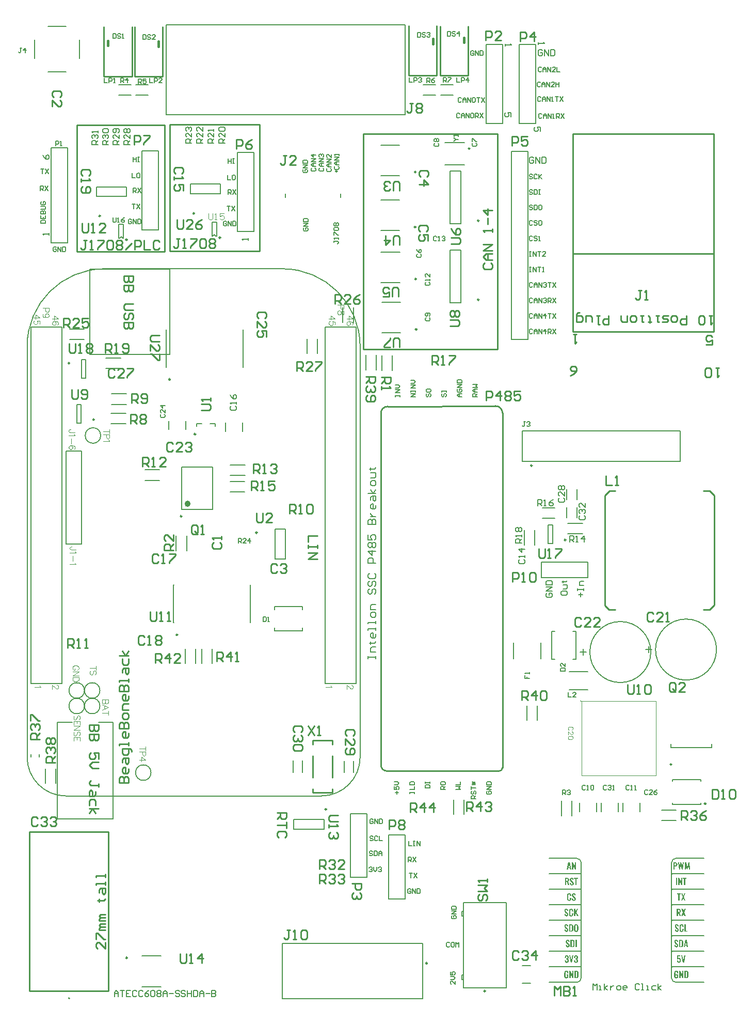
<source format=gto>
G04*
G04 #@! TF.GenerationSoftware,Altium Limited,Altium Designer,24.1.2 (44)*
G04*
G04 Layer_Color=65535*
%FSLAX44Y44*%
%MOMM*%
G71*
G04*
G04 #@! TF.SameCoordinates,9E3D1DA3-FC52-4BB6-AAC9-55B28770B0AD*
G04*
G04*
G04 #@! TF.FilePolarity,Positive*
G04*
G01*
G75*
%ADD10C,0.2500*%
%ADD11C,0.2000*%
%ADD12C,0.2540*%
%ADD13C,0.5000*%
%ADD14C,0.1524*%
%ADD15C,0.1270*%
%ADD16C,0.4000*%
%ADD17C,0.1000*%
%ADD18C,0.0838*%
%ADD19C,0.1500*%
G36*
X921398Y100141D02*
X921539D01*
X921680Y100105D01*
X922015Y100052D01*
X922367Y99947D01*
X922737Y99788D01*
X922914Y99682D01*
X923090Y99577D01*
X923231Y99436D01*
X923372Y99277D01*
Y99259D01*
X923407Y99242D01*
X923443Y99189D01*
X923478Y99118D01*
X923531Y99030D01*
X923584Y98924D01*
X923654Y98783D01*
X923725Y98642D01*
X923795Y98484D01*
X923848Y98307D01*
X923989Y97902D01*
X924077Y97426D01*
X924148Y96880D01*
X922244Y96562D01*
Y96580D01*
Y96597D01*
Y96650D01*
Y96721D01*
X922226Y96897D01*
X922191Y97109D01*
X922156Y97338D01*
X922120Y97585D01*
X922050Y97814D01*
X921979Y98025D01*
X921962Y98043D01*
X921944Y98113D01*
X921874Y98184D01*
X921803Y98290D01*
X921680Y98378D01*
X921539Y98466D01*
X921362Y98519D01*
X921151Y98537D01*
X921063D01*
X920975Y98519D01*
X920851Y98501D01*
X920728Y98466D01*
X920587Y98396D01*
X920463Y98325D01*
X920340Y98219D01*
X920322Y98202D01*
X920305Y98166D01*
X920252Y98096D01*
X920199Y98008D01*
X920146Y97884D01*
X920111Y97743D01*
X920076Y97585D01*
X920058Y97408D01*
Y97391D01*
Y97320D01*
X920076Y97197D01*
X920093Y97073D01*
X920111Y96915D01*
X920164Y96756D01*
X920217Y96597D01*
X920287Y96439D01*
X920305Y96421D01*
X920340Y96368D01*
X920393Y96298D01*
X920481Y96192D01*
X920587Y96069D01*
X920710Y95928D01*
X920869Y95769D01*
X921045Y95593D01*
X922543Y94253D01*
X922561D01*
X922579Y94218D01*
X922684Y94130D01*
X922843Y93971D01*
X923019Y93777D01*
X923231Y93530D01*
X923460Y93266D01*
X923672Y92966D01*
X923866Y92667D01*
Y92649D01*
X923883Y92631D01*
X923936Y92526D01*
X924024Y92349D01*
X924112Y92120D01*
X924183Y91838D01*
X924271Y91521D01*
X924324Y91151D01*
X924342Y90763D01*
Y90745D01*
Y90728D01*
Y90622D01*
X924324Y90445D01*
X924289Y90234D01*
X924253Y90005D01*
X924183Y89740D01*
X924077Y89476D01*
X923954Y89212D01*
X923936Y89176D01*
X923883Y89106D01*
X923795Y88982D01*
X923689Y88824D01*
X923531Y88665D01*
X923354Y88489D01*
X923143Y88330D01*
X922896Y88172D01*
X922861Y88154D01*
X922773Y88119D01*
X922632Y88048D01*
X922438Y87995D01*
X922208Y87925D01*
X921944Y87854D01*
X921644Y87819D01*
X921327Y87801D01*
X921169D01*
X921063Y87819D01*
X920922Y87837D01*
X920763Y87854D01*
X920411Y87925D01*
X920005Y88030D01*
X919600Y88189D01*
X919388Y88295D01*
X919212Y88418D01*
X919018Y88559D01*
X918859Y88718D01*
Y88736D01*
X918824Y88753D01*
X918789Y88824D01*
X918736Y88894D01*
X918665Y88982D01*
X918595Y89106D01*
X918524Y89247D01*
X918454Y89405D01*
X918366Y89582D01*
X918295Y89793D01*
X918207Y90022D01*
X918154Y90269D01*
X918084Y90534D01*
X918031Y90816D01*
X917996Y91133D01*
X917978Y91468D01*
X919882Y91838D01*
Y91820D01*
Y91785D01*
Y91732D01*
X919899Y91644D01*
X919917Y91450D01*
X919935Y91186D01*
X919987Y90904D01*
X920040Y90622D01*
X920128Y90340D01*
X920234Y90093D01*
X920252Y90075D01*
X920305Y90005D01*
X920375Y89899D01*
X920481Y89793D01*
X920622Y89687D01*
X920798Y89582D01*
X921010Y89511D01*
X921239Y89494D01*
X921327D01*
X921415Y89511D01*
X921521Y89529D01*
X921644Y89564D01*
X921768Y89617D01*
X921891Y89687D01*
X921997Y89793D01*
X922015Y89811D01*
X922032Y89846D01*
X922067Y89917D01*
X922120Y90005D01*
X922173Y90128D01*
X922208Y90269D01*
X922226Y90428D01*
X922244Y90622D01*
Y90657D01*
Y90745D01*
X922226Y90869D01*
X922208Y91045D01*
X922173Y91239D01*
X922103Y91433D01*
X922032Y91627D01*
X921926Y91820D01*
X921909Y91838D01*
X921874Y91909D01*
X921786Y92014D01*
X921680Y92138D01*
X921539Y92314D01*
X921362Y92490D01*
X921169Y92702D01*
X920922Y92931D01*
X919406Y94253D01*
X919370Y94288D01*
X919282Y94359D01*
X919159Y94482D01*
X919018Y94658D01*
X918842Y94852D01*
X918665Y95064D01*
X918489Y95293D01*
X918348Y95540D01*
X918330Y95575D01*
X918295Y95663D01*
X918242Y95804D01*
X918172Y95998D01*
X918101Y96227D01*
X918048Y96509D01*
X918013Y96827D01*
X917996Y97179D01*
Y97197D01*
Y97250D01*
Y97320D01*
X918013Y97408D01*
Y97532D01*
X918048Y97673D01*
X918101Y97990D01*
X918207Y98343D01*
X918348Y98713D01*
X918560Y99065D01*
X918683Y99224D01*
X918824Y99383D01*
X918842Y99400D01*
X918859Y99418D01*
X918912Y99453D01*
X918983Y99506D01*
X919071Y99559D01*
X919177Y99629D01*
X919300Y99700D01*
X919441Y99770D01*
X919758Y99911D01*
X920164Y100035D01*
X920622Y100123D01*
X920886Y100158D01*
X921292D01*
X921398Y100141D01*
D02*
G37*
G36*
X936187Y87960D02*
X934001D01*
Y100035D01*
X936187D01*
Y87960D01*
D02*
G37*
G36*
X928872Y100017D02*
X929013D01*
X929330Y99982D01*
X929700Y99929D01*
X930088Y99859D01*
X930458Y99770D01*
X930793Y99629D01*
X930811D01*
X930828Y99612D01*
X930934Y99559D01*
X931075Y99471D01*
X931252Y99330D01*
X931445Y99171D01*
X931639Y98960D01*
X931816Y98713D01*
X931974Y98431D01*
Y98413D01*
X931992Y98396D01*
X932010Y98343D01*
X932027Y98290D01*
X932080Y98096D01*
X932150Y97867D01*
X932221Y97549D01*
X932274Y97179D01*
X932309Y96756D01*
X932327Y96280D01*
Y91873D01*
Y91856D01*
Y91820D01*
Y91750D01*
Y91644D01*
X932309Y91521D01*
Y91397D01*
X932291Y91080D01*
X932239Y90728D01*
X932186Y90357D01*
X932098Y89987D01*
X931974Y89652D01*
Y89635D01*
X931957Y89617D01*
X931904Y89511D01*
X931816Y89370D01*
X931692Y89176D01*
X931534Y88965D01*
X931322Y88753D01*
X931075Y88559D01*
X930793Y88383D01*
X930776D01*
X930758Y88365D01*
X930705Y88348D01*
X930652Y88313D01*
X930564Y88277D01*
X930458Y88242D01*
X930211Y88172D01*
X929894Y88101D01*
X929524Y88030D01*
X929083Y87978D01*
X928590Y87960D01*
X925646D01*
Y100035D01*
X928748D01*
X928872Y100017D01*
D02*
G37*
G36*
X931295Y176341D02*
X931437D01*
X931578Y176305D01*
X931913Y176252D01*
X932265Y176147D01*
X932635Y175988D01*
X932812Y175882D01*
X932988Y175777D01*
X933129Y175636D01*
X933270Y175477D01*
Y175459D01*
X933305Y175442D01*
X933340Y175389D01*
X933376Y175318D01*
X933428Y175230D01*
X933481Y175124D01*
X933552Y174983D01*
X933622Y174842D01*
X933693Y174684D01*
X933746Y174507D01*
X933887Y174102D01*
X933975Y173626D01*
X934045Y173079D01*
X932142Y172762D01*
Y172780D01*
Y172797D01*
Y172850D01*
Y172921D01*
X932124Y173097D01*
X932089Y173309D01*
X932054Y173538D01*
X932018Y173785D01*
X931948Y174014D01*
X931877Y174225D01*
X931860Y174243D01*
X931842Y174313D01*
X931771Y174384D01*
X931701Y174490D01*
X931578Y174578D01*
X931437Y174666D01*
X931260Y174719D01*
X931049Y174736D01*
X930961D01*
X930872Y174719D01*
X930749Y174701D01*
X930626Y174666D01*
X930485Y174596D01*
X930361Y174525D01*
X930238Y174419D01*
X930220Y174402D01*
X930203Y174366D01*
X930150Y174296D01*
X930097Y174208D01*
X930044Y174084D01*
X930009Y173943D01*
X929974Y173785D01*
X929956Y173608D01*
Y173591D01*
Y173520D01*
X929974Y173397D01*
X929991Y173273D01*
X930009Y173115D01*
X930062Y172956D01*
X930115Y172797D01*
X930185Y172639D01*
X930203Y172621D01*
X930238Y172568D01*
X930291Y172498D01*
X930379Y172392D01*
X930485Y172269D01*
X930608Y172128D01*
X930767Y171969D01*
X930943Y171793D01*
X932441Y170453D01*
X932459D01*
X932477Y170418D01*
X932582Y170330D01*
X932741Y170171D01*
X932917Y169977D01*
X933129Y169730D01*
X933358Y169466D01*
X933569Y169166D01*
X933763Y168867D01*
Y168849D01*
X933781Y168831D01*
X933834Y168725D01*
X933922Y168549D01*
X934010Y168320D01*
X934081Y168038D01*
X934169Y167721D01*
X934222Y167351D01*
X934239Y166963D01*
Y166945D01*
Y166928D01*
Y166822D01*
X934222Y166645D01*
X934186Y166434D01*
X934151Y166205D01*
X934081Y165940D01*
X933975Y165676D01*
X933851Y165411D01*
X933834Y165376D01*
X933781Y165306D01*
X933693Y165182D01*
X933587Y165024D01*
X933428Y164865D01*
X933252Y164689D01*
X933041Y164530D01*
X932794Y164371D01*
X932759Y164354D01*
X932671Y164319D01*
X932530Y164248D01*
X932336Y164195D01*
X932106Y164125D01*
X931842Y164054D01*
X931542Y164019D01*
X931225Y164001D01*
X931066D01*
X930961Y164019D01*
X930820Y164037D01*
X930661Y164054D01*
X930308Y164125D01*
X929903Y164230D01*
X929498Y164389D01*
X929286Y164495D01*
X929110Y164618D01*
X928916Y164759D01*
X928757Y164918D01*
Y164935D01*
X928722Y164953D01*
X928687Y165024D01*
X928634Y165094D01*
X928563Y165182D01*
X928493Y165306D01*
X928422Y165447D01*
X928352Y165605D01*
X928264Y165782D01*
X928193Y165993D01*
X928105Y166222D01*
X928052Y166469D01*
X927982Y166734D01*
X927929Y167016D01*
X927893Y167333D01*
X927876Y167668D01*
X929780Y168038D01*
Y168020D01*
Y167985D01*
Y167932D01*
X929797Y167844D01*
X929815Y167650D01*
X929833Y167386D01*
X929885Y167104D01*
X929938Y166822D01*
X930026Y166540D01*
X930132Y166293D01*
X930150Y166275D01*
X930203Y166205D01*
X930273Y166099D01*
X930379Y165993D01*
X930520Y165887D01*
X930696Y165782D01*
X930908Y165711D01*
X931137Y165693D01*
X931225D01*
X931313Y165711D01*
X931419Y165729D01*
X931542Y165764D01*
X931666Y165817D01*
X931789Y165887D01*
X931895Y165993D01*
X931913Y166011D01*
X931930Y166046D01*
X931965Y166117D01*
X932018Y166205D01*
X932071Y166328D01*
X932106Y166469D01*
X932124Y166628D01*
X932142Y166822D01*
Y166857D01*
Y166945D01*
X932124Y167069D01*
X932106Y167245D01*
X932071Y167439D01*
X932001Y167633D01*
X931930Y167826D01*
X931824Y168020D01*
X931807Y168038D01*
X931771Y168109D01*
X931683Y168214D01*
X931578Y168338D01*
X931437Y168514D01*
X931260Y168690D01*
X931066Y168902D01*
X930820Y169131D01*
X929304Y170453D01*
X929268Y170488D01*
X929180Y170559D01*
X929057Y170682D01*
X928916Y170858D01*
X928739Y171052D01*
X928563Y171264D01*
X928387Y171493D01*
X928246Y171740D01*
X928228Y171775D01*
X928193Y171863D01*
X928140Y172004D01*
X928070Y172198D01*
X927999Y172427D01*
X927946Y172709D01*
X927911Y173027D01*
X927893Y173379D01*
Y173397D01*
Y173450D01*
Y173520D01*
X927911Y173608D01*
Y173732D01*
X927946Y173873D01*
X927999Y174190D01*
X928105Y174543D01*
X928246Y174913D01*
X928457Y175265D01*
X928581Y175424D01*
X928722Y175583D01*
X928739Y175600D01*
X928757Y175618D01*
X928810Y175653D01*
X928881Y175706D01*
X928969Y175759D01*
X929074Y175829D01*
X929198Y175900D01*
X929339Y175970D01*
X929656Y176111D01*
X930062Y176235D01*
X930520Y176323D01*
X930784Y176358D01*
X931190D01*
X931295Y176341D01*
D02*
G37*
G36*
X923663D02*
X923821Y176323D01*
X923980Y176305D01*
X924350Y176252D01*
X924773Y176147D01*
X925179Y175988D01*
X925373Y175882D01*
X925567Y175759D01*
X925743Y175618D01*
X925884Y175459D01*
X925901Y175442D01*
X925919Y175424D01*
X925954Y175371D01*
X926007Y175301D01*
X926060Y175212D01*
X926131Y175089D01*
X926201Y174966D01*
X926272Y174807D01*
X926342Y174631D01*
X926395Y174437D01*
X926466Y174225D01*
X926518Y173996D01*
X926571Y173749D01*
X926607Y173485D01*
X926642Y173185D01*
Y172886D01*
Y171881D01*
X924527D01*
Y172921D01*
Y172956D01*
Y173027D01*
Y173150D01*
Y173291D01*
X924491Y173608D01*
X924474Y173785D01*
X924456Y173926D01*
Y173943D01*
X924438Y173996D01*
X924421Y174049D01*
X924403Y174137D01*
X924315Y174331D01*
X924245Y174437D01*
X924156Y174525D01*
X924139Y174543D01*
X924103Y174560D01*
X924051Y174596D01*
X923962Y174648D01*
X923857Y174684D01*
X923733Y174719D01*
X923575Y174736D01*
X923381Y174754D01*
X923293D01*
X923204Y174736D01*
X923081Y174719D01*
X922817Y174648D01*
X922693Y174596D01*
X922570Y174507D01*
X922552Y174490D01*
X922535Y174454D01*
X922482Y174402D01*
X922429Y174331D01*
X922376Y174243D01*
X922306Y174137D01*
X922217Y173855D01*
Y173838D01*
X922200Y173785D01*
Y173696D01*
X922182Y173573D01*
X922164Y173414D01*
Y173238D01*
X922147Y173027D01*
Y172780D01*
Y167544D01*
Y167527D01*
Y167491D01*
Y167456D01*
Y167386D01*
X922164Y167192D01*
X922182Y166980D01*
X922217Y166734D01*
X922253Y166487D01*
X922323Y166258D01*
X922411Y166064D01*
X922429Y166046D01*
X922464Y165993D01*
X922535Y165923D01*
X922640Y165835D01*
X922764Y165746D01*
X922940Y165676D01*
X923134Y165623D01*
X923381Y165605D01*
X923469D01*
X923557Y165623D01*
X923663Y165641D01*
X923910Y165711D01*
X924033Y165764D01*
X924139Y165835D01*
X924156Y165852D01*
X924174Y165887D01*
X924227Y165940D01*
X924280Y166011D01*
X924333Y166099D01*
X924386Y166205D01*
X924456Y166469D01*
Y166487D01*
X924474Y166540D01*
Y166628D01*
X924491Y166751D01*
X924509Y166910D01*
Y167086D01*
X924527Y167315D01*
Y167544D01*
Y168620D01*
X926642D01*
Y167650D01*
Y167633D01*
Y167580D01*
Y167491D01*
X926624Y167368D01*
Y167209D01*
X926607Y167051D01*
X926589Y166857D01*
X926554Y166663D01*
X926466Y166222D01*
X926325Y165782D01*
X926148Y165341D01*
X926025Y165147D01*
X925901Y164953D01*
Y164935D01*
X925866Y164918D01*
X925831Y164865D01*
X925760Y164812D01*
X925672Y164742D01*
X925584Y164653D01*
X925461Y164565D01*
X925320Y164477D01*
X925161Y164389D01*
X924967Y164301D01*
X924756Y164230D01*
X924527Y164142D01*
X924280Y164089D01*
X923998Y164037D01*
X923698Y164019D01*
X923381Y164001D01*
X923204D01*
X923081Y164019D01*
X922922Y164037D01*
X922746Y164054D01*
X922552Y164089D01*
X922341Y164125D01*
X921900Y164248D01*
X921671Y164336D01*
X921459Y164442D01*
X921248Y164565D01*
X921036Y164706D01*
X920860Y164865D01*
X920701Y165041D01*
Y165059D01*
X920666Y165094D01*
X920631Y165147D01*
X920578Y165235D01*
X920525Y165341D01*
X920455Y165482D01*
X920384Y165623D01*
X920314Y165799D01*
X920243Y166011D01*
X920173Y166222D01*
X920102Y166469D01*
X920049Y166734D01*
X919996Y167033D01*
X919961Y167333D01*
X919943Y167668D01*
X919926Y168020D01*
Y172321D01*
Y172339D01*
Y172410D01*
Y172515D01*
X919943Y172656D01*
Y172815D01*
X919961Y173009D01*
X919996Y173221D01*
X920032Y173450D01*
X920120Y173926D01*
X920261Y174437D01*
X920455Y174913D01*
X920560Y175142D01*
X920701Y175336D01*
X920719Y175353D01*
X920737Y175389D01*
X920789Y175424D01*
X920860Y175494D01*
X920948Y175565D01*
X921054Y175653D01*
X921177Y175759D01*
X921336Y175847D01*
X921495Y175935D01*
X921689Y176041D01*
X921918Y176129D01*
X922164Y176200D01*
X922429Y176270D01*
X922711Y176323D01*
X923046Y176341D01*
X923381Y176358D01*
X923557D01*
X923663Y176341D01*
D02*
G37*
G36*
X1100361Y125541D02*
X1100502D01*
X1100643Y125505D01*
X1100978Y125452D01*
X1101331Y125347D01*
X1101701Y125188D01*
X1101878Y125082D01*
X1102054Y124976D01*
X1102195Y124835D01*
X1102336Y124677D01*
Y124659D01*
X1102371Y124642D01*
X1102406Y124589D01*
X1102441Y124518D01*
X1102494Y124430D01*
X1102547Y124324D01*
X1102618Y124183D01*
X1102688Y124042D01*
X1102759Y123883D01*
X1102812Y123707D01*
X1102953Y123302D01*
X1103041Y122826D01*
X1103111Y122279D01*
X1101208Y121962D01*
Y121980D01*
Y121997D01*
Y122050D01*
Y122121D01*
X1101190Y122297D01*
X1101155Y122508D01*
X1101120Y122738D01*
X1101084Y122985D01*
X1101014Y123214D01*
X1100943Y123425D01*
X1100926Y123443D01*
X1100908Y123513D01*
X1100837Y123584D01*
X1100767Y123690D01*
X1100643Y123778D01*
X1100502Y123866D01*
X1100326Y123919D01*
X1100115Y123936D01*
X1100027D01*
X1099938Y123919D01*
X1099815Y123901D01*
X1099692Y123866D01*
X1099551Y123795D01*
X1099427Y123725D01*
X1099304Y123619D01*
X1099286Y123602D01*
X1099269Y123566D01*
X1099216Y123496D01*
X1099163Y123408D01*
X1099110Y123284D01*
X1099075Y123143D01*
X1099039Y122985D01*
X1099022Y122808D01*
Y122791D01*
Y122720D01*
X1099039Y122597D01*
X1099057Y122473D01*
X1099075Y122315D01*
X1099128Y122156D01*
X1099180Y121997D01*
X1099251Y121839D01*
X1099269Y121821D01*
X1099304Y121768D01*
X1099357Y121698D01*
X1099445Y121592D01*
X1099551Y121468D01*
X1099674Y121327D01*
X1099833Y121169D01*
X1100009Y120993D01*
X1101507Y119653D01*
X1101525D01*
X1101543Y119618D01*
X1101648Y119529D01*
X1101807Y119371D01*
X1101983Y119177D01*
X1102195Y118930D01*
X1102424Y118666D01*
X1102635Y118366D01*
X1102829Y118066D01*
Y118049D01*
X1102847Y118031D01*
X1102900Y117925D01*
X1102988Y117749D01*
X1103076Y117520D01*
X1103147Y117238D01*
X1103235Y116921D01*
X1103288Y116550D01*
X1103305Y116163D01*
Y116145D01*
Y116127D01*
Y116022D01*
X1103288Y115845D01*
X1103252Y115634D01*
X1103217Y115405D01*
X1103147Y115140D01*
X1103041Y114876D01*
X1102917Y114611D01*
X1102900Y114576D01*
X1102847Y114506D01*
X1102759Y114382D01*
X1102653Y114224D01*
X1102494Y114065D01*
X1102318Y113889D01*
X1102107Y113730D01*
X1101860Y113571D01*
X1101825Y113554D01*
X1101736Y113518D01*
X1101595Y113448D01*
X1101402Y113395D01*
X1101172Y113325D01*
X1100908Y113254D01*
X1100608Y113219D01*
X1100291Y113201D01*
X1100132D01*
X1100027Y113219D01*
X1099885Y113236D01*
X1099727Y113254D01*
X1099374Y113325D01*
X1098969Y113430D01*
X1098564Y113589D01*
X1098352Y113695D01*
X1098176Y113818D01*
X1097982Y113959D01*
X1097823Y114118D01*
Y114135D01*
X1097788Y114153D01*
X1097753Y114224D01*
X1097700Y114294D01*
X1097629Y114382D01*
X1097559Y114506D01*
X1097488Y114647D01*
X1097418Y114805D01*
X1097329Y114982D01*
X1097259Y115193D01*
X1097171Y115422D01*
X1097118Y115669D01*
X1097048Y115933D01*
X1096995Y116215D01*
X1096959Y116533D01*
X1096942Y116868D01*
X1098846Y117238D01*
Y117220D01*
Y117185D01*
Y117132D01*
X1098863Y117044D01*
X1098881Y116850D01*
X1098898Y116586D01*
X1098951Y116304D01*
X1099004Y116022D01*
X1099092Y115739D01*
X1099198Y115493D01*
X1099216Y115475D01*
X1099269Y115405D01*
X1099339Y115299D01*
X1099445Y115193D01*
X1099586Y115087D01*
X1099762Y114982D01*
X1099974Y114911D01*
X1100203Y114893D01*
X1100291D01*
X1100379Y114911D01*
X1100485Y114929D01*
X1100608Y114964D01*
X1100732Y115017D01*
X1100855Y115087D01*
X1100961Y115193D01*
X1100978Y115211D01*
X1100996Y115246D01*
X1101031Y115316D01*
X1101084Y115405D01*
X1101137Y115528D01*
X1101172Y115669D01*
X1101190Y115828D01*
X1101208Y116022D01*
Y116057D01*
Y116145D01*
X1101190Y116268D01*
X1101172Y116445D01*
X1101137Y116639D01*
X1101067Y116833D01*
X1100996Y117026D01*
X1100890Y117220D01*
X1100873Y117238D01*
X1100837Y117308D01*
X1100749Y117414D01*
X1100643Y117538D01*
X1100502Y117714D01*
X1100326Y117890D01*
X1100132Y118102D01*
X1099885Y118331D01*
X1098370Y119653D01*
X1098334Y119688D01*
X1098246Y119759D01*
X1098123Y119882D01*
X1097982Y120058D01*
X1097805Y120252D01*
X1097629Y120464D01*
X1097453Y120693D01*
X1097312Y120940D01*
X1097294Y120975D01*
X1097259Y121063D01*
X1097206Y121204D01*
X1097136Y121398D01*
X1097065Y121627D01*
X1097012Y121909D01*
X1096977Y122226D01*
X1096959Y122579D01*
Y122597D01*
Y122650D01*
Y122720D01*
X1096977Y122808D01*
Y122932D01*
X1097012Y123073D01*
X1097065Y123390D01*
X1097171Y123743D01*
X1097312Y124113D01*
X1097523Y124465D01*
X1097647Y124624D01*
X1097788Y124782D01*
X1097805Y124800D01*
X1097823Y124818D01*
X1097876Y124853D01*
X1097946Y124906D01*
X1098035Y124959D01*
X1098140Y125029D01*
X1098264Y125100D01*
X1098405Y125170D01*
X1098722Y125311D01*
X1099128Y125435D01*
X1099586Y125523D01*
X1099850Y125558D01*
X1100256D01*
X1100361Y125541D01*
D02*
G37*
G36*
X1108153D02*
X1108311Y125523D01*
X1108470Y125505D01*
X1108840Y125452D01*
X1109263Y125347D01*
X1109669Y125188D01*
X1109863Y125082D01*
X1110057Y124959D01*
X1110233Y124818D01*
X1110374Y124659D01*
X1110392Y124642D01*
X1110409Y124624D01*
X1110444Y124571D01*
X1110497Y124501D01*
X1110550Y124412D01*
X1110621Y124289D01*
X1110691Y124165D01*
X1110762Y124007D01*
X1110832Y123831D01*
X1110885Y123637D01*
X1110956Y123425D01*
X1111009Y123196D01*
X1111061Y122949D01*
X1111097Y122685D01*
X1111132Y122385D01*
Y122086D01*
Y121081D01*
X1109017D01*
Y122121D01*
Y122156D01*
Y122226D01*
Y122350D01*
Y122491D01*
X1108981Y122808D01*
X1108964Y122985D01*
X1108946Y123125D01*
Y123143D01*
X1108929Y123196D01*
X1108911Y123249D01*
X1108893Y123337D01*
X1108805Y123531D01*
X1108735Y123637D01*
X1108646Y123725D01*
X1108629Y123743D01*
X1108594Y123760D01*
X1108541Y123795D01*
X1108453Y123848D01*
X1108347Y123883D01*
X1108223Y123919D01*
X1108065Y123936D01*
X1107871Y123954D01*
X1107783D01*
X1107695Y123936D01*
X1107571Y123919D01*
X1107307Y123848D01*
X1107183Y123795D01*
X1107060Y123707D01*
X1107042Y123690D01*
X1107025Y123654D01*
X1106972Y123602D01*
X1106919Y123531D01*
X1106866Y123443D01*
X1106796Y123337D01*
X1106707Y123055D01*
Y123037D01*
X1106690Y122985D01*
Y122896D01*
X1106672Y122773D01*
X1106655Y122614D01*
Y122438D01*
X1106637Y122226D01*
Y121980D01*
Y116744D01*
Y116727D01*
Y116691D01*
Y116656D01*
Y116586D01*
X1106655Y116392D01*
X1106672Y116180D01*
X1106707Y115933D01*
X1106743Y115687D01*
X1106813Y115457D01*
X1106901Y115264D01*
X1106919Y115246D01*
X1106954Y115193D01*
X1107025Y115123D01*
X1107131Y115034D01*
X1107254Y114946D01*
X1107430Y114876D01*
X1107624Y114823D01*
X1107871Y114805D01*
X1107959D01*
X1108047Y114823D01*
X1108153Y114840D01*
X1108400Y114911D01*
X1108523Y114964D01*
X1108629Y115034D01*
X1108646Y115052D01*
X1108664Y115087D01*
X1108717Y115140D01*
X1108770Y115211D01*
X1108823Y115299D01*
X1108876Y115405D01*
X1108946Y115669D01*
Y115687D01*
X1108964Y115739D01*
Y115828D01*
X1108981Y115951D01*
X1108999Y116110D01*
Y116286D01*
X1109017Y116515D01*
Y116744D01*
Y117820D01*
X1111132D01*
Y116850D01*
Y116833D01*
Y116780D01*
Y116691D01*
X1111114Y116568D01*
Y116409D01*
X1111097Y116251D01*
X1111079Y116057D01*
X1111044Y115863D01*
X1110956Y115422D01*
X1110815Y114982D01*
X1110638Y114541D01*
X1110515Y114347D01*
X1110392Y114153D01*
Y114135D01*
X1110356Y114118D01*
X1110321Y114065D01*
X1110251Y114012D01*
X1110162Y113941D01*
X1110074Y113853D01*
X1109951Y113765D01*
X1109810Y113677D01*
X1109651Y113589D01*
X1109457Y113501D01*
X1109246Y113430D01*
X1109017Y113342D01*
X1108770Y113289D01*
X1108488Y113236D01*
X1108188Y113219D01*
X1107871Y113201D01*
X1107695D01*
X1107571Y113219D01*
X1107412Y113236D01*
X1107236Y113254D01*
X1107042Y113289D01*
X1106831Y113325D01*
X1106390Y113448D01*
X1106161Y113536D01*
X1105949Y113642D01*
X1105738Y113765D01*
X1105526Y113906D01*
X1105350Y114065D01*
X1105191Y114241D01*
Y114259D01*
X1105156Y114294D01*
X1105121Y114347D01*
X1105068Y114435D01*
X1105015Y114541D01*
X1104945Y114682D01*
X1104874Y114823D01*
X1104804Y114999D01*
X1104733Y115211D01*
X1104663Y115422D01*
X1104592Y115669D01*
X1104539Y115933D01*
X1104486Y116233D01*
X1104451Y116533D01*
X1104434Y116868D01*
X1104416Y117220D01*
Y121521D01*
Y121539D01*
Y121609D01*
Y121715D01*
X1104434Y121856D01*
Y122015D01*
X1104451Y122209D01*
X1104486Y122420D01*
X1104522Y122650D01*
X1104610Y123125D01*
X1104751Y123637D01*
X1104945Y124113D01*
X1105050Y124342D01*
X1105191Y124536D01*
X1105209Y124553D01*
X1105227Y124589D01*
X1105280Y124624D01*
X1105350Y124694D01*
X1105438Y124765D01*
X1105544Y124853D01*
X1105667Y124959D01*
X1105826Y125047D01*
X1105985Y125135D01*
X1106179Y125241D01*
X1106408Y125329D01*
X1106655Y125400D01*
X1106919Y125470D01*
X1107201Y125523D01*
X1107536Y125541D01*
X1107871Y125558D01*
X1108047D01*
X1108153Y125541D01*
D02*
G37*
G36*
X1114851Y114858D02*
X1117795D01*
Y113360D01*
X1112665D01*
Y125435D01*
X1114851D01*
Y114858D01*
D02*
G37*
G36*
X919133Y125541D02*
X919274D01*
X919415Y125505D01*
X919750Y125452D01*
X920102Y125347D01*
X920472Y125188D01*
X920648Y125082D01*
X920825Y124977D01*
X920966Y124836D01*
X921107Y124677D01*
Y124659D01*
X921142Y124642D01*
X921177Y124589D01*
X921213Y124518D01*
X921265Y124430D01*
X921318Y124324D01*
X921389Y124183D01*
X921459Y124042D01*
X921530Y123884D01*
X921583Y123707D01*
X921724Y123302D01*
X921812Y122826D01*
X921882Y122280D01*
X919979Y121962D01*
Y121980D01*
Y121997D01*
Y122050D01*
Y122121D01*
X919961Y122297D01*
X919926Y122509D01*
X919891Y122738D01*
X919855Y122985D01*
X919785Y123214D01*
X919714Y123425D01*
X919697Y123443D01*
X919679Y123513D01*
X919608Y123584D01*
X919538Y123690D01*
X919415Y123778D01*
X919274Y123866D01*
X919097Y123919D01*
X918886Y123937D01*
X918798D01*
X918709Y123919D01*
X918586Y123901D01*
X918463Y123866D01*
X918322Y123795D01*
X918198Y123725D01*
X918075Y123619D01*
X918057Y123602D01*
X918040Y123566D01*
X917987Y123496D01*
X917934Y123408D01*
X917881Y123284D01*
X917846Y123143D01*
X917810Y122985D01*
X917793Y122808D01*
Y122791D01*
Y122720D01*
X917810Y122597D01*
X917828Y122473D01*
X917846Y122315D01*
X917899Y122156D01*
X917952Y121997D01*
X918022Y121839D01*
X918040Y121821D01*
X918075Y121768D01*
X918128Y121698D01*
X918216Y121592D01*
X918322Y121469D01*
X918445Y121328D01*
X918604Y121169D01*
X918780Y120993D01*
X920278Y119653D01*
X920296D01*
X920314Y119618D01*
X920419Y119530D01*
X920578Y119371D01*
X920754Y119177D01*
X920966Y118930D01*
X921195Y118666D01*
X921406Y118366D01*
X921600Y118067D01*
Y118049D01*
X921618Y118031D01*
X921671Y117926D01*
X921759Y117749D01*
X921847Y117520D01*
X921918Y117238D01*
X922006Y116921D01*
X922059Y116551D01*
X922076Y116163D01*
Y116145D01*
Y116128D01*
Y116022D01*
X922059Y115845D01*
X922023Y115634D01*
X921988Y115405D01*
X921918Y115140D01*
X921812Y114876D01*
X921689Y114612D01*
X921671Y114576D01*
X921618Y114506D01*
X921530Y114382D01*
X921424Y114224D01*
X921265Y114065D01*
X921089Y113889D01*
X920878Y113730D01*
X920631Y113572D01*
X920596Y113554D01*
X920508Y113519D01*
X920366Y113448D01*
X920173Y113395D01*
X919943Y113325D01*
X919679Y113254D01*
X919379Y113219D01*
X919062Y113201D01*
X918903D01*
X918798Y113219D01*
X918657Y113237D01*
X918498Y113254D01*
X918145Y113325D01*
X917740Y113430D01*
X917335Y113589D01*
X917123Y113695D01*
X916947Y113818D01*
X916753Y113959D01*
X916594Y114118D01*
Y114136D01*
X916559Y114153D01*
X916524Y114224D01*
X916471Y114294D01*
X916400Y114382D01*
X916330Y114506D01*
X916259Y114647D01*
X916189Y114805D01*
X916101Y114982D01*
X916030Y115193D01*
X915942Y115422D01*
X915889Y115669D01*
X915818Y115934D01*
X915766Y116216D01*
X915730Y116533D01*
X915713Y116868D01*
X917617Y117238D01*
Y117220D01*
Y117185D01*
Y117132D01*
X917634Y117044D01*
X917652Y116850D01*
X917669Y116586D01*
X917722Y116304D01*
X917775Y116022D01*
X917863Y115740D01*
X917969Y115493D01*
X917987Y115475D01*
X918040Y115405D01*
X918110Y115299D01*
X918216Y115193D01*
X918357Y115087D01*
X918533Y114982D01*
X918745Y114911D01*
X918974Y114894D01*
X919062D01*
X919150Y114911D01*
X919256Y114929D01*
X919379Y114964D01*
X919503Y115017D01*
X919626Y115087D01*
X919732Y115193D01*
X919750Y115211D01*
X919767Y115246D01*
X919802Y115317D01*
X919855Y115405D01*
X919908Y115528D01*
X919943Y115669D01*
X919961Y115828D01*
X919979Y116022D01*
Y116057D01*
Y116145D01*
X919961Y116269D01*
X919943Y116445D01*
X919908Y116639D01*
X919838Y116833D01*
X919767Y117027D01*
X919661Y117220D01*
X919644Y117238D01*
X919608Y117309D01*
X919520Y117414D01*
X919415Y117538D01*
X919274Y117714D01*
X919097Y117890D01*
X918903Y118102D01*
X918657Y118331D01*
X917141Y119653D01*
X917105Y119688D01*
X917017Y119759D01*
X916894Y119882D01*
X916753Y120058D01*
X916577Y120252D01*
X916400Y120464D01*
X916224Y120693D01*
X916083Y120940D01*
X916065Y120975D01*
X916030Y121063D01*
X915977Y121204D01*
X915907Y121398D01*
X915836Y121627D01*
X915783Y121909D01*
X915748Y122227D01*
X915730Y122579D01*
Y122597D01*
Y122650D01*
Y122720D01*
X915748Y122808D01*
Y122932D01*
X915783Y123073D01*
X915836Y123390D01*
X915942Y123743D01*
X916083Y124113D01*
X916294Y124465D01*
X916418Y124624D01*
X916559Y124783D01*
X916577Y124800D01*
X916594Y124818D01*
X916647Y124853D01*
X916718Y124906D01*
X916806Y124959D01*
X916911Y125029D01*
X917035Y125100D01*
X917176Y125170D01*
X917493Y125311D01*
X917899Y125435D01*
X918357Y125523D01*
X918621Y125558D01*
X919027D01*
X919133Y125541D01*
D02*
G37*
G36*
X926607Y125417D02*
X926748D01*
X927065Y125382D01*
X927435Y125329D01*
X927823Y125259D01*
X928193Y125170D01*
X928528Y125029D01*
X928546D01*
X928563Y125012D01*
X928669Y124959D01*
X928810Y124871D01*
X928986Y124730D01*
X929180Y124571D01*
X929374Y124360D01*
X929550Y124113D01*
X929709Y123831D01*
Y123813D01*
X929727Y123795D01*
X929744Y123743D01*
X929762Y123690D01*
X929815Y123496D01*
X929885Y123267D01*
X929956Y122949D01*
X930009Y122579D01*
X930044Y122156D01*
X930062Y121680D01*
Y117273D01*
Y117256D01*
Y117220D01*
Y117150D01*
Y117044D01*
X930044Y116921D01*
Y116797D01*
X930026Y116480D01*
X929974Y116128D01*
X929921Y115757D01*
X929833Y115387D01*
X929709Y115052D01*
Y115035D01*
X929691Y115017D01*
X929639Y114911D01*
X929550Y114770D01*
X929427Y114576D01*
X929268Y114365D01*
X929057Y114153D01*
X928810Y113959D01*
X928528Y113783D01*
X928510D01*
X928493Y113765D01*
X928440Y113748D01*
X928387Y113713D01*
X928299Y113677D01*
X928193Y113642D01*
X927946Y113572D01*
X927629Y113501D01*
X927259Y113430D01*
X926818Y113378D01*
X926325Y113360D01*
X923381D01*
Y125435D01*
X926483D01*
X926607Y125417D01*
D02*
G37*
G36*
X935279Y125541D02*
X935438Y125523D01*
X935614Y125505D01*
X935808Y125470D01*
X936020Y125435D01*
X936443Y125311D01*
X936883Y125135D01*
X937095Y125029D01*
X937307Y124906D01*
X937483Y124747D01*
X937642Y124571D01*
X937659Y124553D01*
X937677Y124518D01*
X937712Y124465D01*
X937765Y124395D01*
X937835Y124289D01*
X937906Y124166D01*
X937976Y124025D01*
X938047Y123848D01*
X938117Y123654D01*
X938188Y123443D01*
X938258Y123196D01*
X938329Y122949D01*
X938382Y122667D01*
X938417Y122350D01*
X938452Y122033D01*
Y121680D01*
Y117132D01*
Y117115D01*
Y117044D01*
Y116956D01*
X938435Y116815D01*
Y116656D01*
X938417Y116480D01*
X938382Y116269D01*
X938347Y116039D01*
X938258Y115581D01*
X938117Y115087D01*
X937906Y114629D01*
X937783Y114400D01*
X937642Y114206D01*
X937624Y114188D01*
X937606Y114171D01*
X937553Y114118D01*
X937483Y114047D01*
X937395Y113977D01*
X937289Y113889D01*
X937166Y113801D01*
X937007Y113713D01*
X936831Y113607D01*
X936637Y113519D01*
X936425Y113430D01*
X936178Y113360D01*
X935914Y113289D01*
X935632Y113237D01*
X935315Y113219D01*
X934980Y113201D01*
X934803D01*
X934680Y113219D01*
X934521Y113237D01*
X934345Y113254D01*
X934151Y113289D01*
X933940Y113325D01*
X933499Y113448D01*
X933041Y113624D01*
X932829Y113730D01*
X932635Y113871D01*
X932441Y114012D01*
X932283Y114188D01*
Y114206D01*
X932247Y114241D01*
X932212Y114294D01*
X932159Y114382D01*
X932106Y114488D01*
X932036Y114612D01*
X931965Y114753D01*
X931895Y114929D01*
X931807Y115123D01*
X931736Y115352D01*
X931666Y115599D01*
X931613Y115863D01*
X931560Y116145D01*
X931525Y116445D01*
X931507Y116780D01*
X931489Y117132D01*
Y121680D01*
Y121698D01*
Y121768D01*
Y121856D01*
X931507Y121997D01*
Y122156D01*
X931525Y122332D01*
X931560Y122544D01*
X931595Y122755D01*
X931683Y123231D01*
X931824Y123707D01*
X932018Y124166D01*
X932142Y124377D01*
X932283Y124571D01*
X932300Y124589D01*
X932318Y124606D01*
X932371Y124659D01*
X932441Y124730D01*
X932530Y124800D01*
X932635Y124888D01*
X932776Y124977D01*
X932917Y125065D01*
X933094Y125153D01*
X933305Y125241D01*
X933517Y125329D01*
X933763Y125400D01*
X934028Y125470D01*
X934327Y125523D01*
X934645Y125541D01*
X934980Y125558D01*
X935156D01*
X935279Y125541D01*
D02*
G37*
G36*
X1112260Y144736D02*
X1114746Y138742D01*
X1112701D01*
X1110991Y142796D01*
X1109493Y138742D01*
X1107606D01*
X1110039Y145141D01*
X1107677Y150817D01*
X1109739D01*
X1111308Y147062D01*
X1112683Y150817D01*
X1114569D01*
X1112260Y144736D01*
D02*
G37*
G36*
X1103217Y150800D02*
X1103376D01*
X1103552Y150782D01*
X1103746Y150764D01*
X1103975Y150729D01*
X1104434Y150641D01*
X1104909Y150517D01*
X1105350Y150341D01*
X1105544Y150218D01*
X1105738Y150094D01*
X1105755D01*
X1105773Y150059D01*
X1105826Y150024D01*
X1105879Y149953D01*
X1105967Y149865D01*
X1106038Y149777D01*
X1106126Y149654D01*
X1106214Y149513D01*
X1106302Y149354D01*
X1106390Y149178D01*
X1106478Y148966D01*
X1106549Y148737D01*
X1106602Y148490D01*
X1106655Y148226D01*
X1106672Y147926D01*
X1106690Y147609D01*
Y147591D01*
Y147556D01*
Y147503D01*
Y147415D01*
X1106672Y147327D01*
Y147203D01*
X1106655Y146939D01*
X1106602Y146657D01*
X1106549Y146340D01*
X1106461Y146022D01*
X1106355Y145740D01*
X1106337Y145705D01*
X1106284Y145617D01*
X1106214Y145494D01*
X1106090Y145335D01*
X1105932Y145159D01*
X1105720Y144982D01*
X1105473Y144824D01*
X1105191Y144683D01*
X1106884Y138742D01*
X1104680D01*
X1103235Y144260D01*
X1102177D01*
Y138742D01*
X1099991D01*
Y150817D01*
X1103076D01*
X1103217Y150800D01*
D02*
G37*
G36*
X1099454Y49341D02*
X1099595D01*
X1099753Y49305D01*
X1100141Y49252D01*
X1100564Y49147D01*
X1100987Y48988D01*
X1101181Y48882D01*
X1101375Y48776D01*
X1101551Y48635D01*
X1101710Y48477D01*
X1101728Y48459D01*
X1101745Y48442D01*
X1101780Y48389D01*
X1101833Y48318D01*
X1101886Y48212D01*
X1101957Y48107D01*
X1102027Y47965D01*
X1102098Y47825D01*
X1102168Y47648D01*
X1102239Y47454D01*
X1102309Y47225D01*
X1102362Y46996D01*
X1102415Y46749D01*
X1102450Y46467D01*
X1102486Y46167D01*
Y45850D01*
Y45216D01*
X1100388D01*
Y45903D01*
Y45938D01*
Y46009D01*
Y46132D01*
X1100370Y46273D01*
Y46450D01*
X1100353Y46626D01*
X1100335Y46785D01*
X1100300Y46943D01*
Y46961D01*
X1100282Y47014D01*
X1100265Y47084D01*
X1100229Y47172D01*
X1100106Y47366D01*
X1099947Y47543D01*
X1099930Y47560D01*
X1099894Y47578D01*
X1099842Y47613D01*
X1099753Y47648D01*
X1099648Y47684D01*
X1099524Y47719D01*
X1099365Y47754D01*
X1099083D01*
X1098978Y47736D01*
X1098872Y47719D01*
X1098731Y47684D01*
X1098590Y47648D01*
X1098466Y47578D01*
X1098343Y47490D01*
X1098326Y47472D01*
X1098308Y47437D01*
X1098255Y47384D01*
X1098202Y47313D01*
X1098149Y47208D01*
X1098079Y47084D01*
X1097991Y46802D01*
Y46785D01*
X1097973Y46732D01*
Y46626D01*
X1097955Y46502D01*
X1097938Y46344D01*
Y46167D01*
X1097920Y45956D01*
Y45709D01*
Y40650D01*
Y40633D01*
Y40597D01*
Y40544D01*
Y40491D01*
X1097938Y40297D01*
X1097955Y40068D01*
X1097991Y39822D01*
X1098026Y39575D01*
X1098096Y39328D01*
X1098185Y39116D01*
X1098202Y39099D01*
X1098237Y39046D01*
X1098308Y38958D01*
X1098431Y38870D01*
X1098572Y38764D01*
X1098749Y38693D01*
X1098978Y38623D01*
X1099242Y38605D01*
X1099277D01*
X1099365Y38623D01*
X1099489Y38640D01*
X1099648Y38676D01*
X1099824Y38729D01*
X1099983Y38834D01*
X1100141Y38958D01*
X1100265Y39134D01*
X1100282Y39152D01*
X1100317Y39240D01*
X1100353Y39363D01*
X1100423Y39539D01*
X1100476Y39769D01*
X1100511Y40051D01*
X1100547Y40386D01*
X1100564Y40756D01*
Y41902D01*
X1099260D01*
Y43277D01*
X1102539D01*
Y37160D01*
X1101111D01*
X1100970Y38323D01*
Y38306D01*
X1100934Y38270D01*
X1100917Y38200D01*
X1100864Y38112D01*
X1100705Y37900D01*
X1100511Y37671D01*
X1100370Y37548D01*
X1100229Y37424D01*
X1100053Y37301D01*
X1099877Y37213D01*
X1099665Y37125D01*
X1099436Y37054D01*
X1099189Y37019D01*
X1098925Y37001D01*
X1098766D01*
X1098643Y37019D01*
X1098502Y37036D01*
X1098343Y37054D01*
X1097973Y37142D01*
X1097568Y37266D01*
X1097374Y37354D01*
X1097162Y37442D01*
X1096968Y37565D01*
X1096774Y37706D01*
X1096616Y37865D01*
X1096457Y38059D01*
Y38077D01*
X1096422Y38112D01*
X1096386Y38165D01*
X1096334Y38253D01*
X1096281Y38359D01*
X1096210Y38500D01*
X1096157Y38658D01*
X1096087Y38834D01*
X1096016Y39046D01*
X1095946Y39275D01*
X1095875Y39522D01*
X1095822Y39804D01*
X1095770Y40104D01*
X1095734Y40421D01*
X1095717Y40756D01*
X1095699Y41126D01*
Y45198D01*
Y45216D01*
Y45286D01*
Y45392D01*
X1095717Y45533D01*
Y45709D01*
X1095734Y45903D01*
X1095770Y46132D01*
X1095805Y46361D01*
X1095893Y46855D01*
X1096034Y47384D01*
X1096228Y47877D01*
X1096334Y48089D01*
X1096475Y48300D01*
X1096492Y48318D01*
X1096510Y48353D01*
X1096563Y48406D01*
X1096633Y48459D01*
X1096721Y48547D01*
X1096827Y48635D01*
X1096951Y48724D01*
X1097109Y48829D01*
X1097268Y48935D01*
X1097462Y49023D01*
X1097691Y49111D01*
X1097938Y49200D01*
X1098202Y49252D01*
X1098484Y49305D01*
X1098819Y49341D01*
X1099154Y49358D01*
X1099330D01*
X1099454Y49341D01*
D02*
G37*
G36*
X1110524Y37160D02*
X1109061D01*
X1106117Y44370D01*
Y37160D01*
X1104231D01*
Y49235D01*
X1105764D01*
X1108708Y42342D01*
Y49235D01*
X1110524D01*
Y37160D01*
D02*
G37*
G36*
X1115583Y49217D02*
X1115724D01*
X1116041Y49182D01*
X1116411Y49129D01*
X1116799Y49058D01*
X1117169Y48970D01*
X1117504Y48829D01*
X1117522D01*
X1117540Y48812D01*
X1117645Y48759D01*
X1117786Y48671D01*
X1117963Y48530D01*
X1118157Y48371D01*
X1118350Y48159D01*
X1118527Y47913D01*
X1118685Y47631D01*
Y47613D01*
X1118703Y47595D01*
X1118721Y47543D01*
X1118738Y47490D01*
X1118791Y47296D01*
X1118862Y47066D01*
X1118932Y46749D01*
X1118985Y46379D01*
X1119020Y45956D01*
X1119038Y45480D01*
Y41073D01*
Y41055D01*
Y41020D01*
Y40950D01*
Y40844D01*
X1119020Y40721D01*
Y40597D01*
X1119003Y40280D01*
X1118950Y39927D01*
X1118897Y39557D01*
X1118809Y39187D01*
X1118685Y38852D01*
Y38834D01*
X1118668Y38817D01*
X1118615Y38711D01*
X1118527Y38570D01*
X1118403Y38376D01*
X1118245Y38165D01*
X1118033Y37953D01*
X1117786Y37759D01*
X1117504Y37583D01*
X1117487D01*
X1117469Y37565D01*
X1117416Y37548D01*
X1117363Y37512D01*
X1117275Y37477D01*
X1117169Y37442D01*
X1116923Y37371D01*
X1116605Y37301D01*
X1116235Y37230D01*
X1115794Y37177D01*
X1115301Y37160D01*
X1112357D01*
Y49235D01*
X1115460D01*
X1115583Y49217D01*
D02*
G37*
G36*
X1108946Y189542D02*
X1107483D01*
X1104539Y196752D01*
Y189542D01*
X1102653D01*
Y201617D01*
X1104187D01*
X1107131Y194725D01*
Y201617D01*
X1108946D01*
Y189542D01*
D02*
G37*
G36*
X1116138Y199995D02*
X1114146D01*
Y189542D01*
X1111960D01*
Y199995D01*
X1109951D01*
Y201617D01*
X1116138D01*
Y199995D01*
D02*
G37*
G36*
X1100785Y189542D02*
X1098599D01*
Y201617D01*
X1100785D01*
Y189542D01*
D02*
G37*
G36*
X919168Y150941D02*
X919309D01*
X919450Y150905D01*
X919785Y150852D01*
X920137Y150747D01*
X920508Y150588D01*
X920684Y150482D01*
X920860Y150377D01*
X921001Y150236D01*
X921142Y150077D01*
Y150059D01*
X921177Y150042D01*
X921213Y149989D01*
X921248Y149918D01*
X921301Y149830D01*
X921354Y149724D01*
X921424Y149583D01*
X921495Y149442D01*
X921565Y149284D01*
X921618Y149107D01*
X921759Y148702D01*
X921847Y148226D01*
X921918Y147680D01*
X920014Y147362D01*
Y147380D01*
Y147397D01*
Y147450D01*
Y147521D01*
X919996Y147697D01*
X919961Y147909D01*
X919926Y148138D01*
X919891Y148385D01*
X919820Y148614D01*
X919750Y148825D01*
X919732Y148843D01*
X919714Y148913D01*
X919644Y148984D01*
X919573Y149090D01*
X919450Y149178D01*
X919309Y149266D01*
X919133Y149319D01*
X918921Y149337D01*
X918833D01*
X918745Y149319D01*
X918621Y149301D01*
X918498Y149266D01*
X918357Y149195D01*
X918233Y149125D01*
X918110Y149019D01*
X918092Y149002D01*
X918075Y148966D01*
X918022Y148896D01*
X917969Y148808D01*
X917916Y148684D01*
X917881Y148543D01*
X917846Y148385D01*
X917828Y148208D01*
Y148191D01*
Y148120D01*
X917846Y147997D01*
X917863Y147873D01*
X917881Y147715D01*
X917934Y147556D01*
X917987Y147397D01*
X918057Y147239D01*
X918075Y147221D01*
X918110Y147168D01*
X918163Y147098D01*
X918251Y146992D01*
X918357Y146869D01*
X918480Y146728D01*
X918639Y146569D01*
X918815Y146393D01*
X920314Y145053D01*
X920331D01*
X920349Y145018D01*
X920455Y144930D01*
X920613Y144771D01*
X920789Y144577D01*
X921001Y144330D01*
X921230Y144066D01*
X921442Y143766D01*
X921636Y143467D01*
Y143449D01*
X921653Y143431D01*
X921706Y143326D01*
X921794Y143149D01*
X921882Y142920D01*
X921953Y142638D01*
X922041Y142321D01*
X922094Y141951D01*
X922112Y141563D01*
Y141545D01*
Y141528D01*
Y141422D01*
X922094Y141245D01*
X922059Y141034D01*
X922023Y140805D01*
X921953Y140540D01*
X921847Y140276D01*
X921724Y140012D01*
X921706Y139976D01*
X921653Y139906D01*
X921565Y139782D01*
X921459Y139624D01*
X921301Y139465D01*
X921124Y139289D01*
X920913Y139130D01*
X920666Y138972D01*
X920631Y138954D01*
X920543Y138919D01*
X920402Y138848D01*
X920208Y138795D01*
X919979Y138725D01*
X919714Y138654D01*
X919415Y138619D01*
X919097Y138601D01*
X918939D01*
X918833Y138619D01*
X918692Y138637D01*
X918533Y138654D01*
X918181Y138725D01*
X917775Y138830D01*
X917370Y138989D01*
X917158Y139095D01*
X916982Y139218D01*
X916788Y139359D01*
X916629Y139518D01*
Y139536D01*
X916594Y139553D01*
X916559Y139624D01*
X916506Y139694D01*
X916435Y139782D01*
X916365Y139906D01*
X916294Y140047D01*
X916224Y140205D01*
X916136Y140382D01*
X916065Y140593D01*
X915977Y140822D01*
X915924Y141069D01*
X915854Y141334D01*
X915801Y141616D01*
X915766Y141933D01*
X915748Y142268D01*
X917652Y142638D01*
Y142620D01*
Y142585D01*
Y142532D01*
X917669Y142444D01*
X917687Y142250D01*
X917705Y141986D01*
X917757Y141704D01*
X917810Y141422D01*
X917899Y141140D01*
X918004Y140893D01*
X918022Y140875D01*
X918075Y140805D01*
X918145Y140699D01*
X918251Y140593D01*
X918392Y140487D01*
X918568Y140382D01*
X918780Y140311D01*
X919009Y140294D01*
X919097D01*
X919185Y140311D01*
X919291Y140329D01*
X919415Y140364D01*
X919538Y140417D01*
X919661Y140487D01*
X919767Y140593D01*
X919785Y140611D01*
X919802Y140646D01*
X919838Y140717D01*
X919891Y140805D01*
X919943Y140928D01*
X919979Y141069D01*
X919996Y141228D01*
X920014Y141422D01*
Y141457D01*
Y141545D01*
X919996Y141669D01*
X919979Y141845D01*
X919943Y142039D01*
X919873Y142233D01*
X919802Y142427D01*
X919697Y142620D01*
X919679Y142638D01*
X919644Y142709D01*
X919556Y142814D01*
X919450Y142938D01*
X919309Y143114D01*
X919133Y143290D01*
X918939Y143502D01*
X918692Y143731D01*
X917176Y145053D01*
X917141Y145088D01*
X917052Y145159D01*
X916929Y145282D01*
X916788Y145458D01*
X916612Y145652D01*
X916435Y145864D01*
X916259Y146093D01*
X916118Y146340D01*
X916101Y146375D01*
X916065Y146463D01*
X916012Y146604D01*
X915942Y146798D01*
X915871Y147027D01*
X915818Y147309D01*
X915783Y147627D01*
X915766Y147979D01*
Y147997D01*
Y148050D01*
Y148120D01*
X915783Y148208D01*
Y148332D01*
X915818Y148473D01*
X915871Y148790D01*
X915977Y149143D01*
X916118Y149513D01*
X916330Y149865D01*
X916453Y150024D01*
X916594Y150183D01*
X916612Y150200D01*
X916629Y150218D01*
X916682Y150253D01*
X916753Y150306D01*
X916841Y150359D01*
X916947Y150429D01*
X917070Y150500D01*
X917211Y150570D01*
X917528Y150711D01*
X917934Y150835D01*
X918392Y150923D01*
X918657Y150958D01*
X919062D01*
X919168Y150941D01*
D02*
G37*
G36*
X926959D02*
X927118Y150923D01*
X927277Y150905D01*
X927647Y150852D01*
X928070Y150747D01*
X928475Y150588D01*
X928669Y150482D01*
X928863Y150359D01*
X929039Y150218D01*
X929180Y150059D01*
X929198Y150042D01*
X929215Y150024D01*
X929251Y149971D01*
X929304Y149901D01*
X929357Y149812D01*
X929427Y149689D01*
X929498Y149566D01*
X929568Y149407D01*
X929639Y149231D01*
X929691Y149037D01*
X929762Y148825D01*
X929815Y148596D01*
X929868Y148349D01*
X929903Y148085D01*
X929938Y147785D01*
Y147486D01*
Y146481D01*
X927823D01*
Y147521D01*
Y147556D01*
Y147627D01*
Y147750D01*
Y147891D01*
X927788Y148208D01*
X927770Y148385D01*
X927752Y148526D01*
Y148543D01*
X927735Y148596D01*
X927717Y148649D01*
X927700Y148737D01*
X927611Y148931D01*
X927541Y149037D01*
X927453Y149125D01*
X927435Y149143D01*
X927400Y149160D01*
X927347Y149195D01*
X927259Y149248D01*
X927153Y149284D01*
X927030Y149319D01*
X926871Y149337D01*
X926677Y149354D01*
X926589D01*
X926501Y149337D01*
X926377Y149319D01*
X926113Y149248D01*
X925990Y149195D01*
X925866Y149107D01*
X925849Y149090D01*
X925831Y149054D01*
X925778Y149002D01*
X925725Y148931D01*
X925672Y148843D01*
X925602Y148737D01*
X925514Y148455D01*
Y148438D01*
X925496Y148385D01*
Y148296D01*
X925478Y148173D01*
X925461Y148014D01*
Y147838D01*
X925443Y147627D01*
Y147380D01*
Y142144D01*
Y142127D01*
Y142092D01*
Y142056D01*
Y141986D01*
X925461Y141792D01*
X925478Y141580D01*
X925514Y141334D01*
X925549Y141087D01*
X925620Y140858D01*
X925708Y140664D01*
X925725Y140646D01*
X925760Y140593D01*
X925831Y140523D01*
X925937Y140435D01*
X926060Y140346D01*
X926236Y140276D01*
X926430Y140223D01*
X926677Y140205D01*
X926765D01*
X926853Y140223D01*
X926959Y140241D01*
X927206Y140311D01*
X927329Y140364D01*
X927435Y140435D01*
X927453Y140452D01*
X927470Y140487D01*
X927523Y140540D01*
X927576Y140611D01*
X927629Y140699D01*
X927682Y140805D01*
X927752Y141069D01*
Y141087D01*
X927770Y141140D01*
Y141228D01*
X927788Y141351D01*
X927805Y141510D01*
Y141686D01*
X927823Y141915D01*
Y142144D01*
Y143220D01*
X929938D01*
Y142250D01*
Y142233D01*
Y142180D01*
Y142092D01*
X929921Y141968D01*
Y141810D01*
X929903Y141651D01*
X929885Y141457D01*
X929850Y141263D01*
X929762Y140822D01*
X929621Y140382D01*
X929445Y139941D01*
X929321Y139747D01*
X929198Y139553D01*
Y139536D01*
X929163Y139518D01*
X929127Y139465D01*
X929057Y139412D01*
X928969Y139342D01*
X928881Y139254D01*
X928757Y139165D01*
X928616Y139077D01*
X928457Y138989D01*
X928264Y138901D01*
X928052Y138830D01*
X927823Y138742D01*
X927576Y138689D01*
X927294Y138637D01*
X926994Y138619D01*
X926677Y138601D01*
X926501D01*
X926377Y138619D01*
X926219Y138637D01*
X926042Y138654D01*
X925849Y138689D01*
X925637Y138725D01*
X925196Y138848D01*
X924967Y138936D01*
X924756Y139042D01*
X924544Y139165D01*
X924333Y139306D01*
X924156Y139465D01*
X923998Y139641D01*
Y139659D01*
X923962Y139694D01*
X923927Y139747D01*
X923874Y139835D01*
X923821Y139941D01*
X923751Y140082D01*
X923680Y140223D01*
X923610Y140399D01*
X923539Y140611D01*
X923469Y140822D01*
X923398Y141069D01*
X923345Y141334D01*
X923293Y141633D01*
X923257Y141933D01*
X923240Y142268D01*
X923222Y142620D01*
Y146922D01*
Y146939D01*
Y147010D01*
Y147115D01*
X923240Y147256D01*
Y147415D01*
X923257Y147609D01*
X923293Y147821D01*
X923328Y148050D01*
X923416Y148526D01*
X923557Y149037D01*
X923751Y149513D01*
X923857Y149742D01*
X923998Y149936D01*
X924015Y149953D01*
X924033Y149989D01*
X924086Y150024D01*
X924156Y150094D01*
X924245Y150165D01*
X924350Y150253D01*
X924474Y150359D01*
X924632Y150447D01*
X924791Y150535D01*
X924985Y150641D01*
X925214Y150729D01*
X925461Y150800D01*
X925725Y150870D01*
X926007Y150923D01*
X926342Y150941D01*
X926677Y150958D01*
X926853D01*
X926959Y150941D01*
D02*
G37*
G36*
X935861Y145441D02*
X938417Y138760D01*
X936214D01*
X934204Y144242D01*
X933658Y143326D01*
Y138760D01*
X931472D01*
Y150835D01*
X933658D01*
Y145529D01*
X936073Y150835D01*
X938170D01*
X935861Y145441D01*
D02*
G37*
G36*
X1109860Y214942D02*
X1108079D01*
X1106722Y223034D01*
X1105400Y214942D01*
X1103567D01*
X1101874Y227017D01*
X1103708D01*
X1104695Y219191D01*
X1105946Y226982D01*
X1107445D01*
X1108749Y219191D01*
X1109718Y227017D01*
X1111552D01*
X1109860Y214942D01*
D02*
G37*
G36*
X1121318D02*
X1119678D01*
X1119502Y223333D01*
X1117792Y214942D01*
X1116470D01*
X1114725Y223351D01*
X1114548Y214942D01*
X1112891D01*
X1113103Y227017D01*
X1115395D01*
X1117104Y218644D01*
X1118885Y227017D01*
X1121106D01*
X1121318Y214942D01*
D02*
G37*
G36*
X1098261Y227000D02*
X1098472Y226964D01*
X1098701Y226912D01*
X1098966Y226841D01*
X1099248Y226735D01*
X1099530Y226594D01*
X1099812Y226400D01*
X1100094Y226171D01*
X1100358Y225907D01*
X1100605Y225572D01*
X1100799Y225166D01*
X1100870Y224955D01*
X1100940Y224708D01*
X1101011Y224461D01*
X1101046Y224179D01*
X1101081Y223897D01*
Y223580D01*
Y223562D01*
Y223545D01*
Y223439D01*
X1101063Y223280D01*
X1101028Y223069D01*
X1100975Y222822D01*
X1100905Y222540D01*
X1100817Y222240D01*
X1100676Y221941D01*
X1100499Y221641D01*
X1100288Y221341D01*
X1100023Y221059D01*
X1099706Y220812D01*
X1099336Y220601D01*
X1098913Y220442D01*
X1098666Y220389D01*
X1098402Y220336D01*
X1098137Y220319D01*
X1097838Y220301D01*
X1096621D01*
Y214942D01*
X1094435D01*
Y227017D01*
X1098120D01*
X1098261Y227000D01*
D02*
G37*
G36*
X1112004Y62630D02*
X1109836D01*
X1107404Y74705D01*
X1109343D01*
X1110929Y66156D01*
X1112445Y74705D01*
X1114419D01*
X1112004Y62630D01*
D02*
G37*
G36*
X1106029Y72854D02*
X1102345D01*
X1102221Y69946D01*
X1102239Y69963D01*
X1102274Y69999D01*
X1102327Y70051D01*
X1102398Y70104D01*
X1102503Y70175D01*
X1102627Y70245D01*
X1102785Y70316D01*
X1102944Y70387D01*
X1102962D01*
X1103032Y70422D01*
X1103120Y70439D01*
X1103261Y70475D01*
X1103402Y70510D01*
X1103578Y70528D01*
X1103984Y70563D01*
X1104107D01*
X1104195Y70545D01*
X1104301Y70528D01*
X1104425Y70510D01*
X1104707Y70439D01*
X1105006Y70334D01*
X1105324Y70157D01*
X1105482Y70051D01*
X1105623Y69910D01*
X1105764Y69770D01*
X1105888Y69593D01*
Y69576D01*
X1105923Y69540D01*
X1105941Y69488D01*
X1105993Y69417D01*
X1106029Y69311D01*
X1106082Y69188D01*
X1106134Y69047D01*
X1106205Y68888D01*
X1106258Y68694D01*
X1106311Y68500D01*
X1106364Y68271D01*
X1106417Y68024D01*
X1106452Y67760D01*
X1106487Y67478D01*
X1106505Y67161D01*
Y66843D01*
Y66826D01*
Y66790D01*
Y66702D01*
Y66614D01*
Y66491D01*
X1106487Y66350D01*
X1106469Y66033D01*
X1106434Y65662D01*
X1106399Y65275D01*
X1106328Y64869D01*
X1106240Y64499D01*
Y64481D01*
X1106223Y64464D01*
X1106205Y64411D01*
X1106187Y64340D01*
X1106134Y64164D01*
X1106029Y63952D01*
X1105905Y63723D01*
X1105747Y63459D01*
X1105553Y63230D01*
X1105306Y63000D01*
X1105271Y62983D01*
X1105183Y62912D01*
X1105024Y62824D01*
X1104812Y62736D01*
X1104530Y62630D01*
X1104195Y62542D01*
X1103808Y62472D01*
X1103367Y62454D01*
X1103208D01*
X1103085Y62472D01*
X1102944Y62489D01*
X1102785Y62507D01*
X1102433Y62560D01*
X1102027Y62666D01*
X1101639Y62842D01*
X1101463Y62930D01*
X1101287Y63053D01*
X1101128Y63194D01*
X1100987Y63353D01*
Y63371D01*
X1100952Y63388D01*
X1100934Y63459D01*
X1100882Y63529D01*
X1100829Y63618D01*
X1100776Y63741D01*
X1100723Y63882D01*
X1100652Y64040D01*
X1100582Y64217D01*
X1100529Y64428D01*
X1100476Y64640D01*
X1100423Y64887D01*
X1100388Y65151D01*
X1100353Y65451D01*
X1100317Y65750D01*
Y66085D01*
X1102345D01*
Y66068D01*
Y66033D01*
Y65980D01*
Y65909D01*
X1102362Y65733D01*
X1102380Y65504D01*
X1102398Y65239D01*
X1102433Y64992D01*
X1102486Y64728D01*
X1102556Y64517D01*
X1102574Y64499D01*
X1102609Y64446D01*
X1102662Y64358D01*
X1102750Y64270D01*
X1102873Y64164D01*
X1103032Y64093D01*
X1103208Y64023D01*
X1103438Y64005D01*
X1103526D01*
X1103614Y64023D01*
X1103719Y64040D01*
X1103825Y64076D01*
X1103949Y64146D01*
X1104072Y64217D01*
X1104160Y64323D01*
X1104178Y64340D01*
X1104195Y64376D01*
X1104248Y64464D01*
X1104301Y64552D01*
X1104354Y64675D01*
X1104407Y64834D01*
X1104442Y64992D01*
X1104477Y65186D01*
Y65204D01*
X1104495Y65292D01*
Y65416D01*
X1104513Y65574D01*
X1104530Y65803D01*
Y66050D01*
X1104548Y66367D01*
Y66702D01*
Y66720D01*
Y66755D01*
Y66826D01*
Y66896D01*
X1104530Y67108D01*
X1104513Y67372D01*
X1104495Y67654D01*
X1104460Y67954D01*
X1104389Y68236D01*
X1104319Y68465D01*
X1104301Y68483D01*
X1104266Y68553D01*
X1104213Y68641D01*
X1104125Y68747D01*
X1104002Y68853D01*
X1103843Y68941D01*
X1103631Y69012D01*
X1103402Y69029D01*
X1103332D01*
X1103261Y69012D01*
X1103156Y68994D01*
X1103032Y68959D01*
X1102926Y68906D01*
X1102803Y68835D01*
X1102680Y68747D01*
X1102662Y68730D01*
X1102627Y68694D01*
X1102591Y68624D01*
X1102521Y68553D01*
X1102450Y68430D01*
X1102380Y68306D01*
X1102309Y68148D01*
X1102256Y67972D01*
X1100494D01*
X1100599Y74705D01*
X1106029D01*
Y72854D01*
D02*
G37*
G36*
X928096Y62560D02*
X925928D01*
X923495Y74635D01*
X925434D01*
X927021Y66085D01*
X928537Y74635D01*
X930511D01*
X928096Y62560D01*
D02*
G37*
G36*
X934900Y74758D02*
X935041D01*
X935182Y74741D01*
X935517Y74670D01*
X935905Y74582D01*
X936293Y74423D01*
X936663Y74229D01*
X936839Y74088D01*
X936998Y73947D01*
X937016Y73930D01*
X937033Y73912D01*
X937069Y73859D01*
X937122Y73789D01*
X937192Y73701D01*
X937262Y73612D01*
X937333Y73489D01*
X937421Y73348D01*
X937492Y73189D01*
X937562Y73013D01*
X937703Y72608D01*
X937791Y72132D01*
X937827Y71867D01*
Y71585D01*
Y71568D01*
Y71532D01*
Y71480D01*
Y71409D01*
X937809Y71215D01*
X937774Y70968D01*
X937721Y70686D01*
X937633Y70404D01*
X937527Y70104D01*
X937386Y69823D01*
X937368Y69787D01*
X937298Y69717D01*
X937210Y69593D01*
X937069Y69452D01*
X936910Y69311D01*
X936716Y69153D01*
X936487Y69029D01*
X936223Y68941D01*
X936258Y68924D01*
X936346Y68888D01*
X936487Y68818D01*
X936646Y68730D01*
X936839Y68589D01*
X937033Y68430D01*
X937210Y68218D01*
X937386Y67972D01*
X937403Y67936D01*
X937456Y67848D01*
X937527Y67690D01*
X937615Y67460D01*
X937686Y67196D01*
X937756Y66861D01*
X937809Y66473D01*
X937827Y66033D01*
Y66015D01*
Y65962D01*
Y65874D01*
X937809Y65750D01*
Y65609D01*
X937791Y65433D01*
X937756Y65257D01*
X937738Y65045D01*
X937633Y64622D01*
X937492Y64164D01*
X937315Y63723D01*
X937192Y63529D01*
X937051Y63335D01*
Y63318D01*
X937016Y63300D01*
X936963Y63247D01*
X936910Y63194D01*
X936822Y63124D01*
X936734Y63036D01*
X936610Y62948D01*
X936469Y62860D01*
X936311Y62772D01*
X936134Y62683D01*
X935940Y62613D01*
X935729Y62525D01*
X935500Y62472D01*
X935235Y62419D01*
X934971Y62401D01*
X934671Y62384D01*
X934530D01*
X934389Y62401D01*
X934178Y62436D01*
X933949Y62489D01*
X933667Y62560D01*
X933384Y62666D01*
X933102Y62824D01*
X932803Y63001D01*
X932521Y63230D01*
X932256Y63512D01*
X932010Y63847D01*
X931816Y64234D01*
X931727Y64464D01*
X931657Y64693D01*
X931586Y64957D01*
X931551Y65239D01*
X931534Y65521D01*
X931516Y65839D01*
Y66244D01*
X933561D01*
Y65891D01*
Y65874D01*
Y65856D01*
Y65750D01*
X933578Y65574D01*
X933596Y65380D01*
X933631Y65151D01*
X933667Y64940D01*
X933737Y64728D01*
X933808Y64534D01*
X933825Y64517D01*
X933860Y64464D01*
X933913Y64393D01*
X934019Y64323D01*
X934125Y64234D01*
X934283Y64164D01*
X934477Y64111D01*
X934689Y64093D01*
X934795D01*
X934900Y64111D01*
X935024Y64146D01*
X935165Y64199D01*
X935306Y64287D01*
X935429Y64393D01*
X935535Y64552D01*
X935553Y64570D01*
X935570Y64640D01*
X935605Y64746D01*
X935658Y64904D01*
X935711Y65116D01*
X935747Y65363D01*
X935764Y65662D01*
X935782Y65997D01*
Y66015D01*
Y66033D01*
Y66085D01*
Y66156D01*
X935764Y66332D01*
X935747Y66561D01*
X935694Y66790D01*
X935641Y67037D01*
X935553Y67267D01*
X935447Y67478D01*
X935429Y67496D01*
X935394Y67566D01*
X935306Y67637D01*
X935200Y67742D01*
X935041Y67848D01*
X934847Y67936D01*
X934618Y68007D01*
X934354Y68042D01*
X934019D01*
Y69699D01*
X934354D01*
X934442Y69717D01*
X934583Y69734D01*
X934759Y69752D01*
X934936Y69805D01*
X935129Y69893D01*
X935306Y69981D01*
X935447Y70122D01*
X935464Y70140D01*
X935500Y70210D01*
X935553Y70298D01*
X935623Y70457D01*
X935676Y70651D01*
X935729Y70880D01*
X935764Y71162D01*
X935782Y71497D01*
Y71515D01*
Y71532D01*
Y71638D01*
X935764Y71779D01*
X935747Y71955D01*
X935729Y72167D01*
X935676Y72361D01*
X935623Y72555D01*
X935535Y72713D01*
X935517Y72731D01*
X935482Y72784D01*
X935429Y72837D01*
X935341Y72925D01*
X935218Y72996D01*
X935059Y73048D01*
X934883Y73101D01*
X934654Y73119D01*
X934566D01*
X934460Y73101D01*
X934319Y73066D01*
X934178Y73013D01*
X934037Y72925D01*
X933913Y72819D01*
X933808Y72678D01*
X933790Y72660D01*
X933772Y72608D01*
X933737Y72502D01*
X933684Y72361D01*
X933649Y72185D01*
X933614Y71973D01*
X933578Y71709D01*
X933561Y71409D01*
Y70968D01*
X931516D01*
Y71550D01*
Y71568D01*
Y71620D01*
Y71691D01*
X931534Y71814D01*
Y71938D01*
X931551Y72079D01*
X931622Y72431D01*
X931710Y72819D01*
X931851Y73207D01*
X932062Y73595D01*
X932186Y73771D01*
X932327Y73930D01*
X932344Y73947D01*
X932362Y73965D01*
X932415Y74000D01*
X932485Y74071D01*
X932556Y74124D01*
X932662Y74194D01*
X932785Y74282D01*
X932926Y74353D01*
X933085Y74441D01*
X933243Y74511D01*
X933649Y74653D01*
X934125Y74741D01*
X934372Y74758D01*
X934654Y74776D01*
X934795D01*
X934900Y74758D01*
D02*
G37*
G36*
X919758D02*
X919899D01*
X920040Y74741D01*
X920375Y74670D01*
X920763Y74582D01*
X921151Y74423D01*
X921521Y74229D01*
X921697Y74088D01*
X921856Y73947D01*
X921874Y73930D01*
X921891Y73912D01*
X921926Y73859D01*
X921979Y73789D01*
X922050Y73701D01*
X922120Y73612D01*
X922191Y73489D01*
X922279Y73348D01*
X922349Y73189D01*
X922420Y73013D01*
X922561Y72608D01*
X922649Y72132D01*
X922684Y71867D01*
Y71585D01*
Y71568D01*
Y71532D01*
Y71480D01*
Y71409D01*
X922667Y71215D01*
X922632Y70968D01*
X922579Y70686D01*
X922491Y70404D01*
X922385Y70104D01*
X922244Y69823D01*
X922226Y69787D01*
X922156Y69717D01*
X922067Y69593D01*
X921926Y69452D01*
X921768Y69311D01*
X921574Y69153D01*
X921345Y69029D01*
X921080Y68941D01*
X921116Y68924D01*
X921204Y68888D01*
X921345Y68818D01*
X921503Y68730D01*
X921697Y68589D01*
X921891Y68430D01*
X922067Y68218D01*
X922244Y67972D01*
X922261Y67936D01*
X922314Y67848D01*
X922385Y67690D01*
X922473Y67460D01*
X922543Y67196D01*
X922614Y66861D01*
X922667Y66473D01*
X922684Y66033D01*
Y66015D01*
Y65962D01*
Y65874D01*
X922667Y65750D01*
Y65609D01*
X922649Y65433D01*
X922614Y65257D01*
X922596Y65045D01*
X922491Y64622D01*
X922349Y64164D01*
X922173Y63723D01*
X922050Y63529D01*
X921909Y63335D01*
Y63318D01*
X921874Y63300D01*
X921821Y63247D01*
X921768Y63194D01*
X921680Y63124D01*
X921592Y63036D01*
X921468Y62948D01*
X921327Y62860D01*
X921169Y62772D01*
X920992Y62683D01*
X920798Y62613D01*
X920587Y62525D01*
X920358Y62472D01*
X920093Y62419D01*
X919829Y62401D01*
X919529Y62384D01*
X919388D01*
X919247Y62401D01*
X919036Y62436D01*
X918806Y62489D01*
X918524Y62560D01*
X918242Y62666D01*
X917960Y62824D01*
X917661Y63001D01*
X917379Y63230D01*
X917114Y63512D01*
X916867Y63847D01*
X916674Y64234D01*
X916585Y64464D01*
X916515Y64693D01*
X916444Y64957D01*
X916409Y65239D01*
X916391Y65521D01*
X916374Y65839D01*
Y66244D01*
X918419D01*
Y65891D01*
Y65874D01*
Y65856D01*
Y65750D01*
X918436Y65574D01*
X918454Y65380D01*
X918489Y65151D01*
X918524Y64940D01*
X918595Y64728D01*
X918665Y64534D01*
X918683Y64517D01*
X918718Y64464D01*
X918771Y64393D01*
X918877Y64323D01*
X918983Y64234D01*
X919141Y64164D01*
X919335Y64111D01*
X919547Y64093D01*
X919652D01*
X919758Y64111D01*
X919882Y64146D01*
X920023Y64199D01*
X920164Y64287D01*
X920287Y64393D01*
X920393Y64552D01*
X920411Y64570D01*
X920428Y64640D01*
X920463Y64746D01*
X920516Y64904D01*
X920569Y65116D01*
X920604Y65363D01*
X920622Y65662D01*
X920640Y65997D01*
Y66015D01*
Y66033D01*
Y66085D01*
Y66156D01*
X920622Y66332D01*
X920604Y66561D01*
X920552Y66790D01*
X920499Y67037D01*
X920411Y67267D01*
X920305Y67478D01*
X920287Y67496D01*
X920252Y67566D01*
X920164Y67637D01*
X920058Y67742D01*
X919899Y67848D01*
X919705Y67936D01*
X919476Y68007D01*
X919212Y68042D01*
X918877D01*
Y69699D01*
X919212D01*
X919300Y69717D01*
X919441Y69734D01*
X919617Y69752D01*
X919793Y69805D01*
X919987Y69893D01*
X920164Y69981D01*
X920305Y70122D01*
X920322Y70140D01*
X920358Y70210D01*
X920411Y70298D01*
X920481Y70457D01*
X920534Y70651D01*
X920587Y70880D01*
X920622Y71162D01*
X920640Y71497D01*
Y71515D01*
Y71532D01*
Y71638D01*
X920622Y71779D01*
X920604Y71955D01*
X920587Y72167D01*
X920534Y72361D01*
X920481Y72555D01*
X920393Y72713D01*
X920375Y72731D01*
X920340Y72784D01*
X920287Y72837D01*
X920199Y72925D01*
X920076Y72996D01*
X919917Y73048D01*
X919741Y73101D01*
X919511Y73119D01*
X919423D01*
X919318Y73101D01*
X919177Y73066D01*
X919036Y73013D01*
X918895Y72925D01*
X918771Y72819D01*
X918665Y72678D01*
X918648Y72660D01*
X918630Y72608D01*
X918595Y72502D01*
X918542Y72361D01*
X918507Y72185D01*
X918472Y71973D01*
X918436Y71709D01*
X918419Y71409D01*
Y70968D01*
X916374D01*
Y71550D01*
Y71568D01*
Y71620D01*
Y71691D01*
X916391Y71814D01*
Y71938D01*
X916409Y72079D01*
X916479Y72431D01*
X916568Y72819D01*
X916709Y73207D01*
X916920Y73595D01*
X917044Y73771D01*
X917185Y73930D01*
X917202Y73947D01*
X917220Y73965D01*
X917273Y74000D01*
X917343Y74071D01*
X917414Y74124D01*
X917520Y74194D01*
X917643Y74282D01*
X917784Y74353D01*
X917943Y74441D01*
X918101Y74511D01*
X918507Y74653D01*
X918983Y74741D01*
X919230Y74758D01*
X919511Y74776D01*
X919652D01*
X919758Y74758D01*
D02*
G37*
G36*
X1111670Y170136D02*
X1114155Y164142D01*
X1112110D01*
X1110400Y168197D01*
X1108902Y164142D01*
X1107016D01*
X1109448Y170541D01*
X1107086Y176217D01*
X1109149D01*
X1110718Y172462D01*
X1112093Y176217D01*
X1113979D01*
X1111670Y170136D01*
D02*
G37*
G36*
X1106804Y174595D02*
X1104812D01*
Y164142D01*
X1102627D01*
Y174595D01*
X1100617D01*
Y176217D01*
X1106804D01*
Y174595D01*
D02*
G37*
G36*
X1099515Y100140D02*
X1099656D01*
X1099797Y100105D01*
X1100132Y100052D01*
X1100485Y99947D01*
X1100855Y99788D01*
X1101031Y99682D01*
X1101208Y99576D01*
X1101349Y99435D01*
X1101490Y99277D01*
Y99259D01*
X1101525Y99242D01*
X1101560Y99189D01*
X1101595Y99118D01*
X1101648Y99030D01*
X1101701Y98924D01*
X1101772Y98783D01*
X1101842Y98642D01*
X1101913Y98483D01*
X1101966Y98307D01*
X1102107Y97902D01*
X1102195Y97426D01*
X1102265Y96879D01*
X1100361Y96562D01*
Y96580D01*
Y96597D01*
Y96650D01*
Y96721D01*
X1100344Y96897D01*
X1100309Y97108D01*
X1100273Y97338D01*
X1100238Y97584D01*
X1100168Y97814D01*
X1100097Y98025D01*
X1100079Y98043D01*
X1100062Y98113D01*
X1099991Y98184D01*
X1099921Y98290D01*
X1099797Y98378D01*
X1099656Y98466D01*
X1099480Y98519D01*
X1099269Y98536D01*
X1099180D01*
X1099092Y98519D01*
X1098969Y98501D01*
X1098846Y98466D01*
X1098705Y98395D01*
X1098581Y98325D01*
X1098458Y98219D01*
X1098440Y98202D01*
X1098422Y98166D01*
X1098370Y98096D01*
X1098317Y98008D01*
X1098264Y97884D01*
X1098229Y97743D01*
X1098193Y97584D01*
X1098176Y97408D01*
Y97391D01*
Y97320D01*
X1098193Y97197D01*
X1098211Y97073D01*
X1098229Y96915D01*
X1098281Y96756D01*
X1098334Y96597D01*
X1098405Y96439D01*
X1098422Y96421D01*
X1098458Y96368D01*
X1098511Y96298D01*
X1098599Y96192D01*
X1098705Y96068D01*
X1098828Y95927D01*
X1098987Y95769D01*
X1099163Y95593D01*
X1100661Y94253D01*
X1100679D01*
X1100696Y94218D01*
X1100802Y94129D01*
X1100961Y93971D01*
X1101137Y93777D01*
X1101349Y93530D01*
X1101578Y93266D01*
X1101789Y92966D01*
X1101983Y92666D01*
Y92649D01*
X1102001Y92631D01*
X1102054Y92525D01*
X1102142Y92349D01*
X1102230Y92120D01*
X1102300Y91838D01*
X1102389Y91521D01*
X1102441Y91150D01*
X1102459Y90763D01*
Y90745D01*
Y90727D01*
Y90622D01*
X1102441Y90445D01*
X1102406Y90234D01*
X1102371Y90005D01*
X1102300Y89740D01*
X1102195Y89476D01*
X1102071Y89211D01*
X1102054Y89176D01*
X1102001Y89106D01*
X1101913Y88982D01*
X1101807Y88824D01*
X1101648Y88665D01*
X1101472Y88489D01*
X1101261Y88330D01*
X1101014Y88171D01*
X1100978Y88154D01*
X1100890Y88118D01*
X1100749Y88048D01*
X1100555Y87995D01*
X1100326Y87925D01*
X1100062Y87854D01*
X1099762Y87819D01*
X1099445Y87801D01*
X1099286D01*
X1099180Y87819D01*
X1099039Y87836D01*
X1098881Y87854D01*
X1098528Y87925D01*
X1098123Y88030D01*
X1097717Y88189D01*
X1097506Y88295D01*
X1097329Y88418D01*
X1097136Y88559D01*
X1096977Y88718D01*
Y88735D01*
X1096942Y88753D01*
X1096907Y88824D01*
X1096854Y88894D01*
X1096783Y88982D01*
X1096713Y89106D01*
X1096642Y89247D01*
X1096572Y89405D01*
X1096483Y89582D01*
X1096413Y89793D01*
X1096325Y90022D01*
X1096272Y90269D01*
X1096201Y90533D01*
X1096149Y90815D01*
X1096113Y91133D01*
X1096096Y91468D01*
X1097999Y91838D01*
Y91820D01*
Y91785D01*
Y91732D01*
X1098017Y91644D01*
X1098035Y91450D01*
X1098052Y91186D01*
X1098105Y90904D01*
X1098158Y90622D01*
X1098246Y90339D01*
X1098352Y90093D01*
X1098370Y90075D01*
X1098422Y90005D01*
X1098493Y89899D01*
X1098599Y89793D01*
X1098740Y89687D01*
X1098916Y89582D01*
X1099128Y89511D01*
X1099357Y89493D01*
X1099445D01*
X1099533Y89511D01*
X1099639Y89529D01*
X1099762Y89564D01*
X1099885Y89617D01*
X1100009Y89687D01*
X1100115Y89793D01*
X1100132Y89811D01*
X1100150Y89846D01*
X1100185Y89916D01*
X1100238Y90005D01*
X1100291Y90128D01*
X1100326Y90269D01*
X1100344Y90428D01*
X1100361Y90622D01*
Y90657D01*
Y90745D01*
X1100344Y90868D01*
X1100326Y91045D01*
X1100291Y91239D01*
X1100220Y91433D01*
X1100150Y91626D01*
X1100044Y91820D01*
X1100027Y91838D01*
X1099991Y91908D01*
X1099903Y92014D01*
X1099797Y92138D01*
X1099656Y92314D01*
X1099480Y92490D01*
X1099286Y92702D01*
X1099039Y92931D01*
X1097523Y94253D01*
X1097488Y94288D01*
X1097400Y94359D01*
X1097277Y94482D01*
X1097136Y94658D01*
X1096959Y94852D01*
X1096783Y95064D01*
X1096607Y95293D01*
X1096466Y95540D01*
X1096448Y95575D01*
X1096413Y95663D01*
X1096360Y95804D01*
X1096290Y95998D01*
X1096219Y96227D01*
X1096166Y96509D01*
X1096131Y96826D01*
X1096113Y97179D01*
Y97197D01*
Y97250D01*
Y97320D01*
X1096131Y97408D01*
Y97532D01*
X1096166Y97673D01*
X1096219Y97990D01*
X1096325Y98343D01*
X1096466Y98713D01*
X1096677Y99065D01*
X1096801Y99224D01*
X1096942Y99382D01*
X1096959Y99400D01*
X1096977Y99418D01*
X1097030Y99453D01*
X1097100Y99506D01*
X1097188Y99559D01*
X1097294Y99629D01*
X1097418Y99700D01*
X1097559Y99770D01*
X1097876Y99911D01*
X1098281Y100035D01*
X1098740Y100123D01*
X1099004Y100158D01*
X1099410D01*
X1099515Y100140D01*
D02*
G37*
G36*
X1118641Y87960D02*
X1116597D01*
X1116121Y90745D01*
X1114023D01*
X1113529Y87960D01*
X1111449D01*
X1113864Y100035D01*
X1116226D01*
X1118641Y87960D01*
D02*
G37*
G36*
X1106990Y100017D02*
X1107131D01*
X1107448Y99982D01*
X1107818Y99929D01*
X1108206Y99858D01*
X1108576Y99770D01*
X1108911Y99629D01*
X1108929D01*
X1108946Y99612D01*
X1109052Y99559D01*
X1109193Y99471D01*
X1109369Y99330D01*
X1109563Y99171D01*
X1109757Y98959D01*
X1109933Y98713D01*
X1110092Y98431D01*
Y98413D01*
X1110109Y98395D01*
X1110127Y98343D01*
X1110145Y98290D01*
X1110198Y98096D01*
X1110268Y97866D01*
X1110339Y97549D01*
X1110392Y97179D01*
X1110427Y96756D01*
X1110444Y96280D01*
Y91873D01*
Y91855D01*
Y91820D01*
Y91750D01*
Y91644D01*
X1110427Y91521D01*
Y91397D01*
X1110409Y91080D01*
X1110356Y90727D01*
X1110303Y90357D01*
X1110215Y89987D01*
X1110092Y89652D01*
Y89634D01*
X1110074Y89617D01*
X1110021Y89511D01*
X1109933Y89370D01*
X1109810Y89176D01*
X1109651Y88965D01*
X1109440Y88753D01*
X1109193Y88559D01*
X1108911Y88383D01*
X1108893D01*
X1108876Y88365D01*
X1108823Y88348D01*
X1108770Y88312D01*
X1108682Y88277D01*
X1108576Y88242D01*
X1108329Y88171D01*
X1108012Y88101D01*
X1107642Y88030D01*
X1107201Y87977D01*
X1106707Y87960D01*
X1103764D01*
Y100035D01*
X1106866D01*
X1106990Y100017D01*
D02*
G37*
G36*
X919168Y49341D02*
X919309D01*
X919467Y49305D01*
X919855Y49253D01*
X920278Y49147D01*
X920701Y48988D01*
X920895Y48882D01*
X921089Y48776D01*
X921265Y48636D01*
X921424Y48477D01*
X921442Y48459D01*
X921459Y48442D01*
X921495Y48389D01*
X921547Y48318D01*
X921600Y48212D01*
X921671Y48107D01*
X921741Y47966D01*
X921812Y47825D01*
X921882Y47648D01*
X921953Y47454D01*
X922023Y47225D01*
X922076Y46996D01*
X922129Y46749D01*
X922164Y46467D01*
X922200Y46168D01*
Y45850D01*
Y45216D01*
X920102D01*
Y45903D01*
Y45939D01*
Y46009D01*
Y46132D01*
X920084Y46273D01*
Y46450D01*
X920067Y46626D01*
X920049Y46785D01*
X920014Y46943D01*
Y46961D01*
X919996Y47014D01*
X919979Y47084D01*
X919943Y47172D01*
X919820Y47366D01*
X919661Y47543D01*
X919644Y47560D01*
X919608Y47578D01*
X919556Y47613D01*
X919467Y47648D01*
X919362Y47684D01*
X919238Y47719D01*
X919080Y47754D01*
X918798D01*
X918692Y47737D01*
X918586Y47719D01*
X918445Y47684D01*
X918304Y47648D01*
X918181Y47578D01*
X918057Y47490D01*
X918040Y47472D01*
X918022Y47437D01*
X917969Y47384D01*
X917916Y47313D01*
X917863Y47208D01*
X917793Y47084D01*
X917705Y46802D01*
Y46785D01*
X917687Y46732D01*
Y46626D01*
X917669Y46502D01*
X917652Y46344D01*
Y46168D01*
X917634Y45956D01*
Y45709D01*
Y40650D01*
Y40633D01*
Y40597D01*
Y40544D01*
Y40491D01*
X917652Y40298D01*
X917669Y40068D01*
X917705Y39822D01*
X917740Y39575D01*
X917810Y39328D01*
X917899Y39117D01*
X917916Y39099D01*
X917952Y39046D01*
X918022Y38958D01*
X918145Y38870D01*
X918286Y38764D01*
X918463Y38693D01*
X918692Y38623D01*
X918956Y38605D01*
X918991D01*
X919080Y38623D01*
X919203Y38641D01*
X919362Y38676D01*
X919538Y38729D01*
X919697Y38835D01*
X919855Y38958D01*
X919979Y39134D01*
X919996Y39152D01*
X920032Y39240D01*
X920067Y39363D01*
X920137Y39540D01*
X920190Y39769D01*
X920225Y40051D01*
X920261Y40386D01*
X920278Y40756D01*
Y41902D01*
X918974D01*
Y43277D01*
X922253D01*
Y37160D01*
X920825D01*
X920684Y38323D01*
Y38306D01*
X920648Y38270D01*
X920631Y38200D01*
X920578Y38112D01*
X920419Y37900D01*
X920225Y37671D01*
X920084Y37548D01*
X919943Y37424D01*
X919767Y37301D01*
X919591Y37213D01*
X919379Y37125D01*
X919150Y37054D01*
X918903Y37019D01*
X918639Y37001D01*
X918480D01*
X918357Y37019D01*
X918216Y37036D01*
X918057Y37054D01*
X917687Y37142D01*
X917282Y37266D01*
X917088Y37354D01*
X916876Y37442D01*
X916682Y37565D01*
X916488Y37706D01*
X916330Y37865D01*
X916171Y38059D01*
Y38077D01*
X916136Y38112D01*
X916101Y38165D01*
X916048Y38253D01*
X915995Y38359D01*
X915924Y38500D01*
X915871Y38658D01*
X915801Y38835D01*
X915730Y39046D01*
X915660Y39275D01*
X915589Y39522D01*
X915536Y39804D01*
X915484Y40104D01*
X915448Y40421D01*
X915431Y40756D01*
X915413Y41126D01*
Y45198D01*
Y45216D01*
Y45286D01*
Y45392D01*
X915431Y45533D01*
Y45709D01*
X915448Y45903D01*
X915484Y46132D01*
X915519Y46361D01*
X915607Y46855D01*
X915748Y47384D01*
X915942Y47877D01*
X916048Y48089D01*
X916189Y48301D01*
X916206Y48318D01*
X916224Y48353D01*
X916277Y48406D01*
X916347Y48459D01*
X916435Y48547D01*
X916541Y48636D01*
X916665Y48724D01*
X916823Y48829D01*
X916982Y48935D01*
X917176Y49023D01*
X917405Y49111D01*
X917652Y49200D01*
X917916Y49253D01*
X918198Y49305D01*
X918533Y49341D01*
X918868Y49358D01*
X919044D01*
X919168Y49341D01*
D02*
G37*
G36*
X930238Y37160D02*
X928775D01*
X925831Y44370D01*
Y37160D01*
X923945D01*
Y49235D01*
X925478D01*
X928422Y42342D01*
Y49235D01*
X930238D01*
Y37160D01*
D02*
G37*
G36*
X935297Y49217D02*
X935438D01*
X935755Y49182D01*
X936125Y49129D01*
X936513Y49059D01*
X936883Y48970D01*
X937218Y48829D01*
X937236D01*
X937254Y48812D01*
X937359Y48759D01*
X937501Y48671D01*
X937677Y48530D01*
X937871Y48371D01*
X938064Y48159D01*
X938241Y47913D01*
X938400Y47631D01*
Y47613D01*
X938417Y47596D01*
X938435Y47543D01*
X938452Y47490D01*
X938505Y47296D01*
X938576Y47067D01*
X938646Y46749D01*
X938699Y46379D01*
X938734Y45956D01*
X938752Y45480D01*
Y41073D01*
Y41056D01*
Y41020D01*
Y40950D01*
Y40844D01*
X938734Y40721D01*
Y40597D01*
X938717Y40280D01*
X938664Y39927D01*
X938611Y39557D01*
X938523Y39187D01*
X938400Y38852D01*
Y38835D01*
X938382Y38817D01*
X938329Y38711D01*
X938241Y38570D01*
X938117Y38376D01*
X937959Y38165D01*
X937747Y37953D01*
X937501Y37759D01*
X937218Y37583D01*
X937201D01*
X937183Y37565D01*
X937130Y37548D01*
X937077Y37513D01*
X936989Y37477D01*
X936883Y37442D01*
X936637Y37371D01*
X936319Y37301D01*
X935949Y37230D01*
X935508Y37178D01*
X935015Y37160D01*
X932071D01*
Y49235D01*
X935174D01*
X935297Y49217D01*
D02*
G37*
G36*
X928026Y201741D02*
X928167D01*
X928308Y201705D01*
X928643Y201653D01*
X928995Y201547D01*
X929365Y201388D01*
X929542Y201282D01*
X929718Y201176D01*
X929859Y201035D01*
X930000Y200877D01*
Y200859D01*
X930035Y200842D01*
X930070Y200789D01*
X930106Y200718D01*
X930159Y200630D01*
X930211Y200524D01*
X930282Y200383D01*
X930352Y200242D01*
X930423Y200084D01*
X930476Y199907D01*
X930617Y199502D01*
X930705Y199026D01*
X930776Y198479D01*
X928872Y198162D01*
Y198180D01*
Y198197D01*
Y198250D01*
Y198321D01*
X928854Y198497D01*
X928819Y198709D01*
X928784Y198938D01*
X928748Y199185D01*
X928678Y199414D01*
X928607Y199625D01*
X928590Y199643D01*
X928572Y199713D01*
X928502Y199784D01*
X928431Y199890D01*
X928308Y199978D01*
X928167Y200066D01*
X927990Y200119D01*
X927779Y200137D01*
X927691D01*
X927603Y200119D01*
X927479Y200101D01*
X927356Y200066D01*
X927215Y199995D01*
X927091Y199925D01*
X926968Y199819D01*
X926950Y199802D01*
X926933Y199766D01*
X926880Y199696D01*
X926827Y199608D01*
X926774Y199484D01*
X926739Y199343D01*
X926704Y199185D01*
X926686Y199008D01*
Y198991D01*
Y198920D01*
X926704Y198797D01*
X926721Y198673D01*
X926739Y198515D01*
X926792Y198356D01*
X926845Y198197D01*
X926915Y198039D01*
X926933Y198021D01*
X926968Y197968D01*
X927021Y197898D01*
X927109Y197792D01*
X927215Y197669D01*
X927338Y197528D01*
X927497Y197369D01*
X927673Y197193D01*
X929171Y195853D01*
X929189D01*
X929207Y195818D01*
X929312Y195730D01*
X929471Y195571D01*
X929647Y195377D01*
X929859Y195130D01*
X930088Y194866D01*
X930300Y194566D01*
X930493Y194266D01*
Y194249D01*
X930511Y194231D01*
X930564Y194125D01*
X930652Y193949D01*
X930740Y193720D01*
X930811Y193438D01*
X930899Y193121D01*
X930952Y192750D01*
X930969Y192363D01*
Y192345D01*
Y192327D01*
Y192222D01*
X930952Y192045D01*
X930917Y191834D01*
X930881Y191605D01*
X930811Y191340D01*
X930705Y191076D01*
X930582Y190812D01*
X930564Y190776D01*
X930511Y190706D01*
X930423Y190582D01*
X930317Y190424D01*
X930159Y190265D01*
X929982Y190089D01*
X929771Y189930D01*
X929524Y189771D01*
X929489Y189754D01*
X929401Y189719D01*
X929260Y189648D01*
X929066Y189595D01*
X928837Y189525D01*
X928572Y189454D01*
X928272Y189419D01*
X927955Y189401D01*
X927796D01*
X927691Y189419D01*
X927550Y189436D01*
X927391Y189454D01*
X927038Y189525D01*
X926633Y189630D01*
X926228Y189789D01*
X926016Y189895D01*
X925840Y190018D01*
X925646Y190159D01*
X925487Y190318D01*
Y190336D01*
X925452Y190353D01*
X925417Y190424D01*
X925364Y190494D01*
X925293Y190582D01*
X925223Y190706D01*
X925152Y190847D01*
X925082Y191005D01*
X924994Y191182D01*
X924923Y191393D01*
X924835Y191622D01*
X924782Y191869D01*
X924712Y192134D01*
X924659Y192416D01*
X924623Y192733D01*
X924606Y193068D01*
X926510Y193438D01*
Y193420D01*
Y193385D01*
Y193332D01*
X926527Y193244D01*
X926545Y193050D01*
X926562Y192786D01*
X926615Y192504D01*
X926668Y192222D01*
X926756Y191940D01*
X926862Y191693D01*
X926880Y191675D01*
X926933Y191605D01*
X927003Y191499D01*
X927109Y191393D01*
X927250Y191287D01*
X927426Y191182D01*
X927638Y191111D01*
X927867Y191094D01*
X927955D01*
X928043Y191111D01*
X928149Y191129D01*
X928272Y191164D01*
X928396Y191217D01*
X928519Y191287D01*
X928625Y191393D01*
X928643Y191411D01*
X928660Y191446D01*
X928696Y191517D01*
X928748Y191605D01*
X928801Y191728D01*
X928837Y191869D01*
X928854Y192028D01*
X928872Y192222D01*
Y192257D01*
Y192345D01*
X928854Y192468D01*
X928837Y192645D01*
X928801Y192839D01*
X928731Y193033D01*
X928660Y193227D01*
X928555Y193420D01*
X928537Y193438D01*
X928502Y193508D01*
X928413Y193614D01*
X928308Y193738D01*
X928167Y193914D01*
X927990Y194090D01*
X927796Y194302D01*
X927550Y194531D01*
X926034Y195853D01*
X925999Y195888D01*
X925910Y195959D01*
X925787Y196082D01*
X925646Y196258D01*
X925470Y196452D01*
X925293Y196664D01*
X925117Y196893D01*
X924976Y197140D01*
X924958Y197175D01*
X924923Y197263D01*
X924870Y197404D01*
X924800Y197598D01*
X924729Y197827D01*
X924676Y198109D01*
X924641Y198427D01*
X924623Y198779D01*
Y198797D01*
Y198850D01*
Y198920D01*
X924641Y199008D01*
Y199132D01*
X924676Y199273D01*
X924729Y199590D01*
X924835Y199943D01*
X924976Y200313D01*
X925188Y200665D01*
X925311Y200824D01*
X925452Y200983D01*
X925470Y201000D01*
X925487Y201018D01*
X925540Y201053D01*
X925611Y201106D01*
X925699Y201159D01*
X925805Y201229D01*
X925928Y201300D01*
X926069Y201370D01*
X926386Y201511D01*
X926792Y201635D01*
X927250Y201723D01*
X927514Y201758D01*
X927920D01*
X928026Y201741D01*
D02*
G37*
G36*
X937633Y200013D02*
X935641D01*
Y189560D01*
X933455D01*
Y200013D01*
X931445D01*
Y201635D01*
X937633D01*
Y200013D01*
D02*
G37*
G36*
X919758Y201617D02*
X919917D01*
X920093Y201600D01*
X920287Y201582D01*
X920516Y201547D01*
X920975Y201459D01*
X921451Y201335D01*
X921891Y201159D01*
X922085Y201035D01*
X922279Y200912D01*
X922297D01*
X922314Y200877D01*
X922367Y200842D01*
X922420Y200771D01*
X922508Y200683D01*
X922579Y200595D01*
X922667Y200471D01*
X922755Y200330D01*
X922843Y200172D01*
X922931Y199995D01*
X923019Y199784D01*
X923090Y199555D01*
X923143Y199308D01*
X923196Y199044D01*
X923213Y198744D01*
X923231Y198427D01*
Y198409D01*
Y198374D01*
Y198321D01*
Y198233D01*
X923213Y198145D01*
Y198021D01*
X923196Y197757D01*
X923143Y197475D01*
X923090Y197157D01*
X923002Y196840D01*
X922896Y196558D01*
X922878Y196523D01*
X922825Y196435D01*
X922755Y196311D01*
X922632Y196153D01*
X922473Y195976D01*
X922261Y195800D01*
X922015Y195641D01*
X921733Y195500D01*
X923425Y189560D01*
X921221D01*
X919776Y195077D01*
X918718D01*
Y189560D01*
X916532D01*
Y201635D01*
X919617D01*
X919758Y201617D01*
D02*
G37*
G36*
X934433Y214942D02*
X932970D01*
X930026Y222152D01*
Y214942D01*
X928140D01*
Y227017D01*
X929674D01*
X932618Y220125D01*
Y227017D01*
X934433D01*
Y214942D01*
D02*
G37*
G36*
X926924D02*
X924879D01*
X924403Y217728D01*
X922306D01*
X921812Y214942D01*
X919732D01*
X922147Y227017D01*
X924509D01*
X926924Y214942D01*
D02*
G37*
%LPC*%
G36*
X928748Y98466D02*
X927832D01*
Y89494D01*
X928643D01*
X928766Y89511D01*
X928925Y89529D01*
X929277Y89599D01*
X929436Y89652D01*
X929577Y89740D01*
X929594Y89758D01*
X929630Y89793D01*
X929683Y89846D01*
X929753Y89917D01*
X929824Y90022D01*
X929894Y90146D01*
X929965Y90287D01*
X930000Y90445D01*
Y90463D01*
X930017Y90534D01*
X930035Y90639D01*
X930053Y90780D01*
Y90974D01*
X930070Y91203D01*
X930088Y91485D01*
Y91803D01*
Y96421D01*
Y96439D01*
Y96456D01*
Y96562D01*
Y96703D01*
X930070Y96880D01*
Y97073D01*
X930053Y97285D01*
X930017Y97461D01*
X929982Y97638D01*
Y97655D01*
X929965Y97708D01*
X929929Y97779D01*
X929894Y97867D01*
X929824Y97972D01*
X929753Y98078D01*
X929665Y98166D01*
X929542Y98254D01*
X929524Y98272D01*
X929471Y98290D01*
X929401Y98325D01*
X929295Y98360D01*
X929136Y98396D01*
X928960Y98431D01*
X928748Y98466D01*
D02*
G37*
G36*
X926483Y123866D02*
X925567D01*
Y114894D01*
X926377D01*
X926501Y114911D01*
X926659Y114929D01*
X927012Y114999D01*
X927171Y115052D01*
X927312Y115140D01*
X927329Y115158D01*
X927365Y115193D01*
X927418Y115246D01*
X927488Y115317D01*
X927559Y115422D01*
X927629Y115546D01*
X927700Y115687D01*
X927735Y115845D01*
Y115863D01*
X927752Y115934D01*
X927770Y116039D01*
X927788Y116180D01*
Y116374D01*
X927805Y116603D01*
X927823Y116885D01*
Y117203D01*
Y121821D01*
Y121839D01*
Y121856D01*
Y121962D01*
Y122103D01*
X927805Y122280D01*
Y122473D01*
X927788Y122685D01*
X927752Y122861D01*
X927717Y123038D01*
Y123055D01*
X927700Y123108D01*
X927664Y123179D01*
X927629Y123267D01*
X927559Y123372D01*
X927488Y123478D01*
X927400Y123566D01*
X927277Y123654D01*
X927259Y123672D01*
X927206Y123690D01*
X927135Y123725D01*
X927030Y123760D01*
X926871Y123795D01*
X926695Y123831D01*
X926483Y123866D01*
D02*
G37*
G36*
X934980Y123954D02*
X934856D01*
X934733Y123937D01*
X934574Y123901D01*
X934416Y123848D01*
X934239Y123760D01*
X934098Y123654D01*
X933975Y123496D01*
X933957Y123478D01*
X933940Y123408D01*
X933904Y123302D01*
X933851Y123161D01*
X933799Y122967D01*
X933763Y122738D01*
X933746Y122473D01*
X933728Y122174D01*
Y116621D01*
Y116603D01*
Y116586D01*
Y116480D01*
X933746Y116321D01*
X933763Y116128D01*
X933781Y115898D01*
X933834Y115669D01*
X933887Y115458D01*
X933975Y115264D01*
X933993Y115246D01*
X934028Y115193D01*
X934098Y115123D01*
X934204Y115035D01*
X934345Y114946D01*
X934504Y114876D01*
X934733Y114823D01*
X934980Y114805D01*
X935103D01*
X935227Y114823D01*
X935385Y114858D01*
X935544Y114911D01*
X935702Y114999D01*
X935861Y115105D01*
X935967Y115264D01*
X935984Y115281D01*
X936002Y115352D01*
X936037Y115458D01*
X936090Y115616D01*
X936143Y115810D01*
X936178Y116039D01*
X936196Y116304D01*
X936214Y116621D01*
Y122174D01*
Y122191D01*
Y122209D01*
Y122315D01*
X936196Y122473D01*
X936178Y122667D01*
X936161Y122879D01*
X936108Y123108D01*
X936055Y123320D01*
X935967Y123496D01*
X935949Y123513D01*
X935914Y123566D01*
X935844Y123637D01*
X935755Y123725D01*
X935614Y123813D01*
X935456Y123884D01*
X935227Y123937D01*
X934980Y123954D01*
D02*
G37*
G36*
X1103006Y149301D02*
X1102177D01*
Y145635D01*
X1103041D01*
X1103199Y145652D01*
X1103411Y145688D01*
X1103623Y145740D01*
X1103852Y145811D01*
X1104046Y145917D01*
X1104222Y146058D01*
X1104240Y146075D01*
X1104275Y146146D01*
X1104345Y146251D01*
X1104416Y146410D01*
X1104486Y146604D01*
X1104557Y146851D01*
X1104592Y147133D01*
X1104610Y147486D01*
Y147503D01*
Y147521D01*
Y147574D01*
Y147644D01*
X1104592Y147803D01*
X1104575Y148014D01*
X1104522Y148244D01*
X1104469Y148473D01*
X1104381Y148684D01*
X1104257Y148860D01*
X1104240Y148878D01*
X1104187Y148931D01*
X1104099Y149002D01*
X1103975Y149090D01*
X1103799Y149160D01*
X1103587Y149231D01*
X1103323Y149284D01*
X1103006Y149301D01*
D02*
G37*
G36*
X1115460Y47666D02*
X1114543D01*
Y38693D01*
X1115354D01*
X1115477Y38711D01*
X1115636Y38729D01*
X1115988Y38799D01*
X1116147Y38852D01*
X1116288Y38940D01*
X1116306Y38958D01*
X1116341Y38993D01*
X1116394Y39046D01*
X1116464Y39116D01*
X1116535Y39222D01*
X1116605Y39346D01*
X1116676Y39487D01*
X1116711Y39645D01*
Y39663D01*
X1116729Y39733D01*
X1116746Y39839D01*
X1116764Y39980D01*
Y40174D01*
X1116782Y40403D01*
X1116799Y40685D01*
Y41003D01*
Y45621D01*
Y45639D01*
Y45656D01*
Y45762D01*
Y45903D01*
X1116782Y46079D01*
Y46273D01*
X1116764Y46485D01*
X1116729Y46661D01*
X1116693Y46837D01*
Y46855D01*
X1116676Y46908D01*
X1116641Y46978D01*
X1116605Y47066D01*
X1116535Y47172D01*
X1116464Y47278D01*
X1116376Y47366D01*
X1116253Y47454D01*
X1116235Y47472D01*
X1116182Y47490D01*
X1116112Y47525D01*
X1116006Y47560D01*
X1115847Y47595D01*
X1115671Y47631D01*
X1115460Y47666D01*
D02*
G37*
G36*
X1097714Y225466D02*
X1096621D01*
Y221852D01*
X1097626D01*
X1097785Y221870D01*
X1097961Y221905D01*
X1098173Y221941D01*
X1098366Y222011D01*
X1098543Y222099D01*
X1098684Y222223D01*
X1098701Y222240D01*
X1098736Y222293D01*
X1098789Y222399D01*
X1098842Y222540D01*
X1098895Y222734D01*
X1098948Y222963D01*
X1098983Y223263D01*
X1099001Y223598D01*
Y223633D01*
Y223721D01*
Y223844D01*
X1098983Y224003D01*
X1098966Y224356D01*
X1098930Y224532D01*
X1098895Y224690D01*
Y224708D01*
X1098878Y224761D01*
X1098842Y224832D01*
X1098807Y224902D01*
X1098666Y225096D01*
X1098578Y225184D01*
X1098472Y225272D01*
X1098455Y225290D01*
X1098419Y225307D01*
X1098331Y225343D01*
X1098225Y225378D01*
X1098084Y225413D01*
X1097926Y225431D01*
X1097714Y225466D01*
D02*
G37*
G36*
X1115063Y97214D02*
X1114252Y92138D01*
X1115891D01*
X1115063Y97214D01*
D02*
G37*
G36*
X1106866Y98466D02*
X1105949D01*
Y89493D01*
X1106760D01*
X1106884Y89511D01*
X1107042Y89529D01*
X1107395Y89599D01*
X1107553Y89652D01*
X1107695Y89740D01*
X1107712Y89758D01*
X1107747Y89793D01*
X1107800Y89846D01*
X1107871Y89916D01*
X1107941Y90022D01*
X1108012Y90146D01*
X1108082Y90287D01*
X1108118Y90445D01*
Y90463D01*
X1108135Y90533D01*
X1108153Y90639D01*
X1108170Y90780D01*
Y90974D01*
X1108188Y91203D01*
X1108206Y91485D01*
Y91803D01*
Y96421D01*
Y96439D01*
Y96456D01*
Y96562D01*
Y96703D01*
X1108188Y96879D01*
Y97073D01*
X1108170Y97285D01*
X1108135Y97461D01*
X1108100Y97637D01*
Y97655D01*
X1108082Y97708D01*
X1108047Y97778D01*
X1108012Y97866D01*
X1107941Y97972D01*
X1107871Y98078D01*
X1107783Y98166D01*
X1107659Y98254D01*
X1107642Y98272D01*
X1107589Y98290D01*
X1107518Y98325D01*
X1107412Y98360D01*
X1107254Y98395D01*
X1107078Y98431D01*
X1106866Y98466D01*
D02*
G37*
G36*
X935174Y47666D02*
X934257D01*
Y38693D01*
X935068D01*
X935191Y38711D01*
X935350Y38729D01*
X935702Y38799D01*
X935861Y38852D01*
X936002Y38940D01*
X936020Y38958D01*
X936055Y38993D01*
X936108Y39046D01*
X936178Y39117D01*
X936249Y39222D01*
X936319Y39346D01*
X936390Y39487D01*
X936425Y39645D01*
Y39663D01*
X936443Y39734D01*
X936460Y39839D01*
X936478Y39980D01*
Y40174D01*
X936496Y40403D01*
X936513Y40685D01*
Y41003D01*
Y45621D01*
Y45639D01*
Y45656D01*
Y45762D01*
Y45903D01*
X936496Y46080D01*
Y46273D01*
X936478Y46485D01*
X936443Y46661D01*
X936408Y46838D01*
Y46855D01*
X936390Y46908D01*
X936355Y46979D01*
X936319Y47067D01*
X936249Y47172D01*
X936178Y47278D01*
X936090Y47366D01*
X935967Y47454D01*
X935949Y47472D01*
X935896Y47490D01*
X935826Y47525D01*
X935720Y47560D01*
X935561Y47596D01*
X935385Y47631D01*
X935174Y47666D01*
D02*
G37*
G36*
X919547Y200119D02*
X918718D01*
Y196452D01*
X919582D01*
X919741Y196470D01*
X919952Y196505D01*
X920164Y196558D01*
X920393Y196629D01*
X920587Y196734D01*
X920763Y196875D01*
X920781Y196893D01*
X920816Y196964D01*
X920886Y197069D01*
X920957Y197228D01*
X921028Y197422D01*
X921098Y197669D01*
X921133Y197951D01*
X921151Y198303D01*
Y198321D01*
Y198339D01*
Y198391D01*
Y198462D01*
X921133Y198620D01*
X921116Y198832D01*
X921063Y199061D01*
X921010Y199290D01*
X920922Y199502D01*
X920798Y199678D01*
X920781Y199696D01*
X920728Y199749D01*
X920640Y199819D01*
X920516Y199907D01*
X920340Y199978D01*
X920128Y200048D01*
X919864Y200101D01*
X919547Y200119D01*
D02*
G37*
G36*
X923345Y224197D02*
X922535Y219120D01*
X924174D01*
X923345Y224197D01*
D02*
G37*
%LPD*%
D10*
X542778Y1359684D02*
G03*
X542778Y1359684I-1250J0D01*
G01*
X269124Y1018554D02*
G03*
X269124Y1018554I-1250J0D01*
G01*
X104132Y1045228D02*
G03*
X104132Y1045228I-1250J0D01*
G01*
X310758Y928878D02*
G03*
X310758Y928878I-1250J0D01*
G01*
X287978Y794232D02*
G03*
X287978Y794232I-1250J0D01*
G01*
X918014Y755446D02*
G03*
X918014Y755446I-1250J0D01*
G01*
X786114Y16186D02*
G03*
X786114Y16186I-1250J0D01*
G01*
X281316Y599998D02*
G03*
X281316Y599998I-1250J0D01*
G01*
X672170Y1358392D02*
G03*
X672170Y1358392I-1250J0D01*
G01*
X671916Y1268222D02*
G03*
X671916Y1268222I-1250J0D01*
G01*
X144630Y952652D02*
G03*
X144630Y952652I-1250J0D01*
G01*
X760588Y1396864D02*
G03*
X760588Y1396864I-1250J0D01*
G01*
X673694Y1100582D02*
G03*
X673694Y1100582I-1250J0D01*
G01*
X775682Y1149096D02*
G03*
X775682Y1149096I-1250J0D01*
G01*
Y1278636D02*
G03*
X775682Y1278636I-1250J0D01*
G01*
X411769Y767588D02*
G03*
X411769Y767588I-1250J0D01*
G01*
X862819Y877312D02*
G03*
X862819Y877312I-1250J0D01*
G01*
X198748Y70564D02*
G03*
X198748Y70564I-1250J0D01*
G01*
X672678Y1183132D02*
G03*
X672678Y1183132I-1250J0D01*
G01*
X690748Y61722D02*
G03*
X690748Y61722I-1250J0D01*
G01*
X308590Y1290724D02*
G03*
X308590Y1290724I-1250J0D01*
G01*
X154412Y1286420D02*
G03*
X154412Y1286420I-1250J0D01*
G01*
X1147721Y323177D02*
G03*
X1147721Y323177I-1250J0D01*
G01*
X525362Y314060D02*
G03*
X525362Y314060I-1250J0D01*
G01*
X1091646Y387740D02*
G03*
X1091646Y387740I-1250J0D01*
G01*
D11*
X103870Y4142D02*
G03*
X103870Y4142I-1000J0D01*
G01*
X1165168Y575818D02*
G03*
X1165168Y575818I-50000J0D01*
G01*
X1057364Y571754D02*
G03*
X1057364Y571754I-50000J0D01*
G01*
X941800Y490942D02*
G03*
X942800Y490942I500J0D01*
G01*
X853770Y459617D02*
Y483739D01*
X870891Y459617D02*
Y483739D01*
X548528Y1317134D02*
Y1322434D01*
X458328Y1317134D02*
Y1322434D01*
X379488Y1390626D02*
X406388D01*
X379488Y1260626D02*
Y1390626D01*
Y1260626D02*
X406388D01*
Y1390626D01*
X262374Y1038304D02*
Y1100304D01*
X388124D02*
X388374D01*
X262374D02*
X262624D01*
X388374Y1038304D02*
Y1100304D01*
X388124Y1038304D02*
X388374D01*
X262374D02*
X262624D01*
X337999Y553089D02*
Y577211D01*
X320877Y553089D02*
Y577211D01*
X310567Y552835D02*
Y576957D01*
X293445Y552835D02*
Y576957D01*
X163590Y1053433D02*
X187710D01*
X163590Y1036311D02*
X187710D01*
X123382Y1020478D02*
Y1050978D01*
Y1020478D02*
X130382D01*
Y1050978D01*
X123382D02*
X130382D01*
X103644Y1084147D02*
X127765D01*
X103644Y1101269D02*
X127765D01*
X878286Y694080D02*
X954486D01*
Y719480D01*
X878286D02*
X954486D01*
X878286Y694080D02*
Y719480D01*
X936062Y791756D02*
Y809256D01*
X919032Y791703D02*
Y809203D01*
X936062Y821316D02*
Y838816D01*
X919032Y821263D02*
Y838763D01*
X849659Y747297D02*
Y771419D01*
X866780Y747297D02*
Y771419D01*
X846440Y29434D02*
X860440D01*
X846440Y57434D02*
X860440D01*
X334508Y945878D02*
X343008D01*
Y941878D02*
Y945878D01*
X312008D02*
X320508D01*
X312008Y941878D02*
Y945878D01*
X750749Y305535D02*
Y329657D01*
X733627Y305535D02*
Y329657D01*
X910666Y303661D02*
Y327783D01*
X927787Y303661D02*
Y327783D01*
X633147Y1033403D02*
Y1057525D01*
X616026Y1033403D02*
Y1057525D01*
X287428Y805232D02*
X338428D01*
Y875232D01*
X287428D02*
X338428D01*
X287428Y805232D02*
Y875232D01*
X879185Y790990D02*
X900247D01*
X879185Y807990D02*
X900247D01*
X896264Y749696D02*
Y780196D01*
X889264D02*
X896264D01*
X889264Y749696D02*
Y780196D01*
Y749696D02*
X896264D01*
X589609Y1034165D02*
Y1058287D01*
X606731Y1034165D02*
Y1058287D01*
X387380Y933308D02*
Y947308D01*
X359380Y933308D02*
Y947308D01*
X295835Y737747D02*
Y761869D01*
X278713Y737747D02*
Y761869D01*
X1075059Y295478D02*
X1099181D01*
X1075059Y312599D02*
X1099181D01*
X564907Y202209D02*
Y306808D01*
X591808D01*
Y202209D02*
Y306808D01*
X564907Y202209D02*
X591808D01*
X552271Y1112301D02*
Y1136422D01*
X569393Y1112301D02*
Y1136422D01*
X493597Y1060835D02*
Y1084956D01*
X510719Y1060835D02*
Y1084956D01*
X750114Y21186D02*
Y161186D01*
X820114D01*
Y21186D02*
Y161186D01*
X750114Y21186D02*
X820114D01*
X747088Y35306D02*
Y42926D01*
X750139D01*
Y35306D02*
Y42926D01*
X747088Y35306D02*
X750139D01*
X747088Y139446D02*
Y147066D01*
X750139D01*
Y139446D02*
Y147066D01*
X747088Y139446D02*
X750139D01*
X274566Y619748D02*
Y681748D01*
X400316D02*
X400566D01*
X274566D02*
X274816D01*
X400566Y619748D02*
Y681748D01*
X400316Y619748D02*
X400566D01*
X274566D02*
X274816D01*
X876860Y560790D02*
Y587290D01*
X832560Y560790D02*
Y587290D01*
X440042Y646618D02*
X486042D01*
X440042Y606618D02*
X486042D01*
X440042Y641518D02*
Y646618D01*
X486042Y641518D02*
Y646618D01*
X440042Y606618D02*
Y611718D01*
X486042Y606618D02*
Y611718D01*
X929808Y605676D02*
X934908D01*
X929808Y559676D02*
X934908D01*
X894908Y605676D02*
X900008D01*
X894908Y559676D02*
X900008D01*
X934908D02*
Y605676D01*
X894908Y559676D02*
Y605676D01*
X1039652Y310500D02*
Y324500D01*
X1011652Y310500D02*
Y324500D01*
X1004092Y310500D02*
Y324500D01*
X976092Y310500D02*
Y324500D01*
X968532Y310500D02*
Y324500D01*
X940532Y310500D02*
Y324500D01*
X828813Y1084096D02*
Y1391896D01*
X855714D01*
Y1084096D02*
Y1391896D01*
X828813Y1084096D02*
X855714D01*
X614420Y1402442D02*
X645420D01*
X614420Y1352442D02*
X645420D01*
X614166Y1312272D02*
X645166D01*
X614166Y1262272D02*
X645166D01*
X712997Y1484765D02*
X733119D01*
X712997Y1501766D02*
X733119D01*
X122880Y946902D02*
Y977402D01*
X115880D02*
X122880D01*
X115880Y946902D02*
Y977402D01*
Y946902D02*
X122880D01*
X787412Y1437664D02*
X814312D01*
Y1567664D01*
X787412D02*
X814312D01*
X787412Y1437664D02*
Y1567664D01*
X172947Y977721D02*
X197068D01*
X172947Y994842D02*
X197068D01*
X171993Y946225D02*
X196114D01*
X171993Y963346D02*
X196114D01*
X184503Y1484512D02*
X204625D01*
X184503Y1501512D02*
X204625D01*
X212697Y1501258D02*
X232819D01*
X212697Y1484258D02*
X232819D01*
X684121Y1484512D02*
X704243D01*
X684121Y1501512D02*
X704243D01*
X719838Y1370114D02*
X751838D01*
X719838Y1406614D02*
X751838D01*
X615944Y1144632D02*
X646944D01*
X615944Y1094632D02*
X646944D01*
X745691Y1143946D02*
Y1230446D01*
X728111D02*
X745691D01*
X728111Y1143946D02*
Y1230446D01*
Y1143946D02*
X745691D01*
Y1273486D02*
Y1359986D01*
X728111D02*
X745691D01*
X728111Y1273486D02*
Y1359986D01*
Y1273486D02*
X745691D01*
X249670Y1263420D02*
Y1393420D01*
X222770Y1263420D02*
X249670D01*
X222770D02*
Y1393420D01*
X249670D01*
X654546Y167156D02*
Y271755D01*
X627646Y167156D02*
X654546D01*
X627646D02*
Y271755D01*
X654546D01*
X441290Y724038D02*
Y773038D01*
Y724038D02*
X457870D01*
Y773038D01*
X441290D02*
X457870D01*
X846368Y933812D02*
X1105368D01*
X846368Y883812D02*
Y933812D01*
Y883812D02*
X1105368D01*
Y933812D01*
X841260Y1437664D02*
Y1567664D01*
X868160D01*
Y1437664D02*
Y1567664D01*
X841260Y1437664D02*
X868160D01*
X222498Y73514D02*
X253498D01*
X222498Y23514D02*
X253498D01*
X80951Y356493D02*
Y380615D01*
X63829Y356493D02*
Y380615D01*
X40494Y399745D02*
Y404246D01*
X53994Y399745D02*
Y404246D01*
X554852Y374294D02*
Y393294D01*
X569352Y374294D02*
Y393294D01*
X262494Y1452244D02*
X654494D01*
X262494D02*
Y1599544D01*
X654494Y1452244D02*
Y1599544D01*
X262494D02*
X654494D01*
X614928Y1227182D02*
X645928D01*
X614928Y1177182D02*
X645928D01*
X683498Y3572D02*
Y94472D01*
X452898D02*
X683498D01*
X452898Y3572D02*
Y94472D01*
Y3572D02*
X683498D01*
X73418Y1397738D02*
X100318D01*
X73418Y1242338D02*
Y1397738D01*
Y1242338D02*
X100318D01*
Y1397738D01*
X294162Y936610D02*
Y950610D01*
X266162Y936610D02*
Y950610D01*
X924007Y510018D02*
X954069D01*
X924007Y540018D02*
X954069D01*
X68262Y1596814D02*
X98362D01*
X46312Y1544764D02*
Y1574864D01*
X68262Y1522814D02*
X98362D01*
X120312Y1544764D02*
Y1574864D01*
X301865Y1322916D02*
X350915D01*
Y1338496D01*
X301865D02*
X350915D01*
X301865Y1322916D02*
Y1338496D01*
X147687Y1318612D02*
Y1334192D01*
X196737D01*
Y1318612D02*
Y1334192D01*
X147687Y1318612D02*
X196737D01*
X1093076Y360107D02*
Y362392D01*
X1139076Y360107D02*
Y362392D01*
X1093076Y322392D02*
Y324677D01*
X1139076Y322392D02*
Y324677D01*
X1093076Y362392D02*
X1139076D01*
X1093076Y322392D02*
X1139076D01*
X471062Y281560D02*
Y297560D01*
X521062Y281560D02*
Y297560D01*
X471062Y281560D02*
X521062D01*
X471062Y297560D02*
X521062D01*
X471032Y374802D02*
Y393802D01*
X485532Y374802D02*
Y393802D01*
X921089Y782905D02*
X945211D01*
X921089Y765783D02*
X945211D01*
X367065Y834212D02*
X391187D01*
X367065Y851333D02*
X391187D01*
X367415Y861135D02*
X391537D01*
X367415Y878257D02*
X391537D01*
X227461Y853261D02*
X251583D01*
X227461Y870383D02*
X251583D01*
X1090196Y415240D02*
Y421240D01*
Y415240D02*
X1157196D01*
Y421240D01*
D12*
X808382Y376640D02*
G03*
X814070Y382328I0J5688D01*
G01*
X814070Y963503D02*
G03*
X802566Y975006I-11503J0D01*
G01*
X625631Y974190D02*
G03*
X614558Y963117I0J-11073D01*
G01*
X614558Y386800D02*
G03*
X624718Y376640I10160J0D01*
G01*
X198484Y1247498D02*
G03*
X198484Y1247498I-1270J0D01*
G01*
X351646Y1251054D02*
G03*
X351646Y1251054I-1270J0D01*
G01*
X585978Y1421384D02*
X805942D01*
X585978Y1068070D02*
X805942D01*
X585978D02*
Y1421384D01*
X805942Y1068070D02*
Y1421384D01*
X115570Y1227582D02*
X259588D01*
X115570Y1435608D02*
X259588D01*
Y1227582D02*
Y1435608D01*
X115570Y1227582D02*
Y1435608D01*
X268478Y1228598D02*
X415290D01*
X268478Y1436624D02*
X415290D01*
Y1228598D02*
Y1436624D01*
X268478Y1228598D02*
Y1436624D01*
X37846Y16672D02*
X167894D01*
X37846D02*
Y276768D01*
X167894D01*
Y16672D02*
Y276768D01*
X614558Y387032D02*
Y963117D01*
X814070Y382328D02*
Y963503D01*
X624718Y376640D02*
X808382D01*
X625630Y974190D02*
X802566Y975006D01*
X929386Y1224850D02*
X1160526D01*
X929386Y1096850D02*
X1160526D01*
X929386D02*
Y1421130D01*
X1160526D01*
Y1096850D02*
Y1421130D01*
X711708Y1516380D02*
X757936D01*
X711708D02*
Y1597406D01*
X757936Y1516380D02*
Y1597406D01*
X660146Y1516634D02*
X706374D01*
X660146D02*
Y1597660D01*
X706374Y1516634D02*
Y1597660D01*
X210566Y1515110D02*
X256794D01*
X210566D02*
Y1596136D01*
X256794Y1515110D02*
Y1596136D01*
X160020Y1515364D02*
X206248D01*
X160020D02*
Y1596390D01*
X206248Y1515364D02*
Y1596390D01*
X503178Y341616D02*
X535178D01*
Y347616D01*
X503178Y341616D02*
Y347616D01*
Y365616D02*
Y401616D01*
X535178Y365616D02*
Y401616D01*
X503178Y426616D02*
X535178D01*
Y420616D02*
Y426616D01*
X503178Y420616D02*
Y426616D01*
X1143508Y641350D02*
X1153668D01*
X1161288Y648970D01*
Y828040D01*
X1153668Y835660D02*
X1161288Y828040D01*
X1143508Y835660D02*
X1153668D01*
X989838D02*
X998728D01*
X982218Y828040D02*
X989838Y835660D01*
X982218Y647700D02*
Y828040D01*
Y647700D02*
X988568Y641350D01*
X998728D01*
X698252Y1042926D02*
Y1058161D01*
X705870D01*
X708409Y1055622D01*
Y1050544D01*
X705870Y1048005D01*
X698252D01*
X703331D02*
X708409Y1042926D01*
X713487D02*
X718566D01*
X716026D01*
Y1058161D01*
X713487Y1055622D01*
X726183Y1058161D02*
X736340D01*
Y1055622D01*
X726183Y1045466D01*
Y1042926D01*
X162560Y96171D02*
Y86014D01*
X152403Y96171D01*
X149864D01*
X147325Y93631D01*
Y88553D01*
X149864Y86014D01*
X147325Y101249D02*
Y111406D01*
X149864D01*
X160021Y101249D01*
X162560D01*
Y116484D02*
X152403D01*
Y119023D01*
X154942Y121562D01*
X162560D01*
X154942D01*
X152403Y124102D01*
X154942Y126641D01*
X162560D01*
Y131719D02*
X152403D01*
Y134258D01*
X154942Y136798D01*
X162560D01*
X154942D01*
X152403Y139337D01*
X154942Y141876D01*
X162560D01*
X149864Y164729D02*
X152403D01*
Y162189D01*
Y167268D01*
Y164729D01*
X160021D01*
X162560Y167268D01*
X152403Y177424D02*
Y182503D01*
X154942Y185042D01*
X162560D01*
Y177424D01*
X160021Y174885D01*
X157482Y177424D01*
Y185042D01*
X162560Y190120D02*
Y195199D01*
Y192659D01*
X147325D01*
Y190120D01*
X162560Y202816D02*
Y207894D01*
Y205355D01*
X147325D01*
Y202816D01*
X935736Y1092200D02*
X930658D01*
X933197D01*
Y1076965D01*
X935736Y1079504D01*
X925579Y1024895D02*
X930658Y1027434D01*
X935736Y1032512D01*
Y1037591D01*
X933197Y1040130D01*
X928118D01*
X925579Y1037591D01*
Y1035051D01*
X928118Y1032512D01*
X935736D01*
X1169416Y1037590D02*
X1164337D01*
X1166877D01*
Y1022355D01*
X1169416Y1024894D01*
X1156720D02*
X1154181Y1022355D01*
X1149102D01*
X1146563Y1024894D01*
Y1035051D01*
X1149102Y1037590D01*
X1154181D01*
X1156720Y1035051D01*
Y1024894D01*
X1147829Y1075695D02*
X1157986D01*
Y1083312D01*
X1152907Y1080773D01*
X1150368D01*
X1147829Y1083312D01*
Y1088391D01*
X1150368Y1090930D01*
X1155447D01*
X1157986Y1088391D01*
X1158240Y1123188D02*
X1153242D01*
X1155741D01*
Y1108193D01*
X1158240Y1110692D01*
X1145744D02*
X1143245Y1108193D01*
X1138247D01*
X1135747Y1110692D01*
Y1120689D01*
X1138247Y1123188D01*
X1143245D01*
X1145744Y1120689D01*
Y1110692D01*
X1115754Y1123188D02*
Y1108193D01*
X1108256D01*
X1105757Y1110692D01*
Y1115690D01*
X1108256Y1118190D01*
X1115754D01*
X1098259Y1123188D02*
X1093261D01*
X1090762Y1120689D01*
Y1115690D01*
X1093261Y1113191D01*
X1098259D01*
X1100759Y1115690D01*
Y1120689D01*
X1098259Y1123188D01*
X1085763D02*
X1078266D01*
X1075767Y1120689D01*
X1078266Y1118190D01*
X1083264D01*
X1085763Y1115690D01*
X1083264Y1113191D01*
X1075767D01*
X1070768Y1123188D02*
X1065770D01*
X1068269D01*
Y1113191D01*
X1070768D01*
X1055773Y1110692D02*
Y1113191D01*
X1058272D01*
X1053274D01*
X1055773D01*
Y1120689D01*
X1053274Y1123188D01*
X1045776D02*
X1040778D01*
X1043277D01*
Y1113191D01*
X1045776D01*
X1030781Y1123188D02*
X1025783D01*
X1023284Y1120689D01*
Y1115690D01*
X1025783Y1113191D01*
X1030781D01*
X1033280Y1115690D01*
Y1120689D01*
X1030781Y1123188D01*
X1018285D02*
Y1113191D01*
X1010788D01*
X1008288Y1115690D01*
Y1123188D01*
X988295D02*
Y1108193D01*
X980797D01*
X978298Y1110692D01*
Y1115690D01*
X980797Y1118190D01*
X988295D01*
X973300Y1123188D02*
X968301D01*
X970801D01*
Y1108193D01*
X973300D01*
X960804Y1113191D02*
Y1120689D01*
X958305Y1123188D01*
X950807D01*
Y1113191D01*
X940810Y1128186D02*
X938311D01*
X935812Y1125687D01*
Y1113191D01*
X943310D01*
X945809Y1115690D01*
Y1120689D01*
X943310Y1123188D01*
X935812D01*
X151125Y452501D02*
X135890D01*
Y444883D01*
X138429Y442344D01*
X140968D01*
X143507Y444883D01*
Y452501D01*
Y444883D01*
X146047Y442344D01*
X148586D01*
X151125Y444883D01*
Y452501D01*
Y437266D02*
X135890D01*
Y429648D01*
X138429Y427109D01*
X140968D01*
X143507Y429648D01*
Y437266D01*
Y429648D01*
X146047Y427109D01*
X148586D01*
X151125Y429648D01*
Y437266D01*
Y396639D02*
Y406796D01*
X143507D01*
X146047Y401717D01*
Y399178D01*
X143507Y396639D01*
X138429D01*
X135890Y399178D01*
Y404257D01*
X138429Y406796D01*
X151125Y391561D02*
X140968D01*
X135890Y386482D01*
X140968Y381404D01*
X151125D01*
Y350934D02*
Y356012D01*
Y353473D01*
X138429D01*
X135890Y356012D01*
Y358551D01*
X138429Y361091D01*
X146047Y343316D02*
Y338238D01*
X143507Y335699D01*
X135890D01*
Y343316D01*
X138429Y345855D01*
X140968Y343316D01*
Y335699D01*
X146047Y320464D02*
Y328081D01*
X143507Y330620D01*
X138429D01*
X135890Y328081D01*
Y320464D01*
Y315385D02*
X151125D01*
X140968D02*
X146047Y307768D01*
X140968Y315385D02*
X135890Y307768D01*
X208275Y1188085D02*
X193040D01*
Y1180468D01*
X195579Y1177928D01*
X198118D01*
X200658Y1180468D01*
Y1188085D01*
Y1180468D01*
X203197Y1177928D01*
X205736D01*
X208275Y1180468D01*
Y1188085D01*
Y1172850D02*
X193040D01*
Y1165232D01*
X195579Y1162693D01*
X198118D01*
X200658Y1165232D01*
Y1172850D01*
Y1165232D01*
X203197Y1162693D01*
X205736D01*
X208275Y1165232D01*
Y1172850D01*
Y1142380D02*
X195579D01*
X193040Y1139841D01*
Y1134762D01*
X195579Y1132223D01*
X208275D01*
X205736Y1116988D02*
X208275Y1119527D01*
Y1124605D01*
X205736Y1127145D01*
X203197D01*
X200658Y1124605D01*
Y1119527D01*
X198118Y1116988D01*
X195579D01*
X193040Y1119527D01*
Y1124605D01*
X195579Y1127145D01*
X208275Y1111910D02*
X193040D01*
Y1104292D01*
X195579Y1101753D01*
X198118D01*
X200658Y1104292D01*
Y1111910D01*
Y1104292D01*
X203197Y1101753D01*
X205736D01*
X208275Y1104292D01*
Y1111910D01*
X784864Y1209037D02*
X782325Y1206497D01*
Y1201419D01*
X784864Y1198880D01*
X795021D01*
X797560Y1201419D01*
Y1206497D01*
X795021Y1209037D01*
X797560Y1214115D02*
X787403D01*
X782325Y1219193D01*
X787403Y1224272D01*
X797560D01*
X789942D01*
Y1214115D01*
X797560Y1229350D02*
X782325D01*
X797560Y1239507D01*
X782325D01*
X797560Y1259820D02*
Y1264899D01*
Y1262359D01*
X782325D01*
X784864Y1259820D01*
X789942Y1272516D02*
Y1282673D01*
X797560Y1295369D02*
X782325D01*
X789942Y1287751D01*
Y1297908D01*
X284731Y1249167D02*
X279652D01*
X282192D01*
Y1236471D01*
X279652Y1233932D01*
X277113D01*
X274574Y1236471D01*
X289809Y1233932D02*
X294887D01*
X292348D01*
Y1249167D01*
X289809Y1246628D01*
X302505Y1249167D02*
X312662D01*
Y1246628D01*
X302505Y1236471D01*
Y1233932D01*
X317740Y1246628D02*
X320279Y1249167D01*
X325358D01*
X327897Y1246628D01*
Y1236471D01*
X325358Y1233932D01*
X320279D01*
X317740Y1236471D01*
Y1246628D01*
X332975D02*
X335514Y1249167D01*
X340593D01*
X343132Y1246628D01*
Y1244089D01*
X340593Y1241550D01*
X343132Y1239010D01*
Y1236471D01*
X340593Y1233932D01*
X335514D01*
X332975Y1236471D01*
Y1239010D01*
X335514Y1241550D01*
X332975Y1244089D01*
Y1246628D01*
X335514Y1241550D02*
X340593D01*
X131823Y1246373D02*
X126744D01*
X129284D01*
Y1233677D01*
X126744Y1231138D01*
X124205D01*
X121666Y1233677D01*
X136901Y1231138D02*
X141979D01*
X139440D01*
Y1246373D01*
X136901Y1243834D01*
X149597Y1246373D02*
X159754D01*
Y1243834D01*
X149597Y1233677D01*
Y1231138D01*
X164832Y1243834D02*
X167371Y1246373D01*
X172450D01*
X174989Y1243834D01*
Y1233677D01*
X172450Y1231138D01*
X167371D01*
X164832Y1233677D01*
Y1243834D01*
X180067D02*
X182606Y1246373D01*
X187685D01*
X190224Y1243834D01*
Y1241295D01*
X187685Y1238755D01*
X190224Y1236216D01*
Y1233677D01*
X187685Y1231138D01*
X182606D01*
X180067Y1233677D01*
Y1236216D01*
X182606Y1238755D01*
X180067Y1241295D01*
Y1243834D01*
X182606Y1238755D02*
X187685D01*
X195302Y1231138D02*
X205459Y1241295D01*
X210537Y1231138D02*
Y1246373D01*
X218155D01*
X220694Y1243834D01*
Y1238755D01*
X218155Y1236216D01*
X210537D01*
X225772Y1246373D02*
Y1231138D01*
X235929D01*
X251164Y1243834D02*
X248625Y1246373D01*
X243547D01*
X241007Y1243834D01*
Y1233677D01*
X243547Y1231138D01*
X248625D01*
X251164Y1233677D01*
X443992Y308610D02*
X459227D01*
Y300993D01*
X456688Y298453D01*
X451609D01*
X449070Y300993D01*
Y308610D01*
Y303532D02*
X443992Y298453D01*
X459227Y293375D02*
Y283218D01*
Y288297D01*
X443992D01*
X456688Y267983D02*
X459227Y270522D01*
Y275601D01*
X456688Y278140D01*
X446531D01*
X443992Y275601D01*
Y270522D01*
X446531Y267983D01*
X510789Y762254D02*
X495554D01*
Y752097D01*
X510789Y747019D02*
Y741941D01*
Y744480D01*
X495554D01*
Y747019D01*
Y741941D01*
Y734323D02*
X510789D01*
X495554Y724166D01*
X510789D01*
X103006Y1077379D02*
Y1064683D01*
X105545Y1062144D01*
X110624D01*
X113163Y1064683D01*
Y1077379D01*
X118241Y1062144D02*
X123319D01*
X120780D01*
Y1077379D01*
X118241Y1074840D01*
X130937D02*
X133476Y1077379D01*
X138554D01*
X141094Y1074840D01*
Y1072301D01*
X138554Y1069762D01*
X141094Y1067222D01*
Y1064683D01*
X138554Y1062144D01*
X133476D01*
X130937Y1064683D01*
Y1067222D01*
X133476Y1069762D01*
X130937Y1072301D01*
Y1074840D01*
X133476Y1069762D02*
X138554D01*
X162696Y1062144D02*
Y1077379D01*
X170313D01*
X172853Y1074840D01*
Y1069762D01*
X170313Y1067222D01*
X162696D01*
X167774D02*
X172853Y1062144D01*
X177931D02*
X183009D01*
X180470D01*
Y1077379D01*
X177931Y1074840D01*
X190627Y1064683D02*
X193166Y1062144D01*
X198244D01*
X200784Y1064683D01*
Y1074840D01*
X198244Y1077379D01*
X193166D01*
X190627Y1074840D01*
Y1072301D01*
X193166Y1069762D01*
X200784D01*
X787409Y984507D02*
Y999742D01*
X795027D01*
X797566Y997202D01*
Y992124D01*
X795027Y989585D01*
X787409D01*
X810262Y984507D02*
Y999742D01*
X802644Y992124D01*
X812801D01*
X817879Y997202D02*
X820418Y999742D01*
X825497D01*
X828036Y997202D01*
Y994663D01*
X825497Y992124D01*
X828036Y989585D01*
Y987046D01*
X825497Y984507D01*
X820418D01*
X817879Y987046D01*
Y989585D01*
X820418Y992124D01*
X817879Y994663D01*
Y997202D01*
X820418Y992124D02*
X825497D01*
X843271Y999742D02*
X833114D01*
Y992124D01*
X838193Y994663D01*
X840732D01*
X843271Y992124D01*
Y987046D01*
X840732Y984507D01*
X835653D01*
X833114Y987046D01*
X830540Y686971D02*
Y702206D01*
X838158D01*
X840697Y699666D01*
Y694588D01*
X838158Y692049D01*
X830540D01*
X845775Y686971D02*
X850854D01*
X848314D01*
Y702206D01*
X845775Y699666D01*
X858471D02*
X861010Y702206D01*
X866089D01*
X868628Y699666D01*
Y689510D01*
X866089Y686971D01*
X861010D01*
X858471Y689510D01*
Y699666D01*
X840873Y79668D02*
X838334Y82207D01*
X833255D01*
X830716Y79668D01*
Y69511D01*
X833255Y66972D01*
X838334D01*
X840873Y69511D01*
X845951Y79668D02*
X848490Y82207D01*
X853569D01*
X856108Y79668D01*
Y77129D01*
X853569Y74590D01*
X851029D01*
X853569D01*
X856108Y72050D01*
Y69511D01*
X853569Y66972D01*
X848490D01*
X845951Y69511D01*
X868804Y66972D02*
Y82207D01*
X861186Y74590D01*
X871343D01*
X319788Y967743D02*
X332484D01*
X335023Y970283D01*
Y975361D01*
X332484Y977900D01*
X319788D01*
X335023Y982978D02*
Y988057D01*
Y985518D01*
X319788D01*
X322328Y982978D01*
X662947Y309629D02*
Y324864D01*
X670564D01*
X673103Y322324D01*
Y317246D01*
X670564Y314707D01*
X662947D01*
X668025D02*
X673103Y309629D01*
X685799D02*
Y324864D01*
X678182Y317246D01*
X688338D01*
X701034Y309629D02*
Y324864D01*
X693417Y317246D01*
X703573D01*
X755403Y310741D02*
Y325976D01*
X763020D01*
X765559Y323436D01*
Y318358D01*
X763020Y315819D01*
X755403D01*
X760481D02*
X765559Y310741D01*
X778255D02*
Y325976D01*
X770638Y318358D01*
X780794D01*
X785873Y323436D02*
X788412Y325976D01*
X793490D01*
X796029Y323436D01*
Y320897D01*
X793490Y318358D01*
X790951D01*
X793490D01*
X796029Y315819D01*
Y313280D01*
X793490Y310741D01*
X788412D01*
X785873Y313280D01*
X244355Y553977D02*
Y569212D01*
X251972D01*
X254511Y566672D01*
Y561594D01*
X251972Y559055D01*
X244355D01*
X249433D02*
X254511Y553977D01*
X267207D02*
Y569212D01*
X259590Y561594D01*
X269746D01*
X284981Y553977D02*
X274825D01*
X284981Y564133D01*
Y566672D01*
X282442Y569212D01*
X277364D01*
X274825Y566672D01*
X345192Y556771D02*
Y572006D01*
X352809D01*
X355349Y569466D01*
Y564388D01*
X352809Y561849D01*
X345192D01*
X350270D02*
X355349Y556771D01*
X368044D02*
Y572006D01*
X360427Y564388D01*
X370584D01*
X375662Y556771D02*
X380740D01*
X378201D01*
Y572006D01*
X375662Y569466D01*
X845827Y493270D02*
Y508506D01*
X853444D01*
X855983Y505966D01*
Y500888D01*
X853444Y498349D01*
X845827D01*
X850905D02*
X855983Y493270D01*
X868679D02*
Y508506D01*
X861062Y500888D01*
X871218D01*
X876297Y505966D02*
X878836Y508506D01*
X883914D01*
X886453Y505966D01*
Y495810D01*
X883914Y493270D01*
X878836D01*
X876297Y495810D01*
Y505966D01*
X177549Y1034032D02*
X175010Y1036572D01*
X169932D01*
X167393Y1034032D01*
Y1023876D01*
X169932Y1021337D01*
X175010D01*
X177549Y1023876D01*
X192784Y1021337D02*
X182628D01*
X192784Y1031493D01*
Y1034032D01*
X190245Y1036572D01*
X185167D01*
X182628Y1034032D01*
X197863Y1036572D02*
X208019D01*
Y1034032D01*
X197863Y1023876D01*
Y1021337D01*
X135380Y1352397D02*
X137920Y1354936D01*
Y1360015D01*
X135380Y1362554D01*
X125224D01*
X122684Y1360015D01*
Y1354936D01*
X125224Y1352397D01*
X122684Y1347319D02*
Y1342240D01*
Y1344780D01*
X137920D01*
X135380Y1347319D01*
X125224Y1334623D02*
X122684Y1332084D01*
Y1327005D01*
X125224Y1324466D01*
X135380D01*
X137920Y1327005D01*
Y1332084D01*
X135380Y1334623D01*
X132841D01*
X130302Y1332084D01*
Y1324466D01*
X287526Y1355491D02*
X290065Y1358030D01*
Y1363109D01*
X287526Y1365648D01*
X277370D01*
X274830Y1363109D01*
Y1358030D01*
X277370Y1355491D01*
X274830Y1350413D02*
Y1345334D01*
Y1347874D01*
X290065D01*
X287526Y1350413D01*
X290065Y1327560D02*
Y1337717D01*
X282448D01*
X284987Y1332639D01*
Y1330099D01*
X282448Y1327560D01*
X277370D01*
X274830Y1330099D01*
Y1335178D01*
X277370Y1337717D01*
X107700Y1002281D02*
Y989586D01*
X110239Y987047D01*
X115318D01*
X117857Y989586D01*
Y1002281D01*
X122935Y989586D02*
X125474Y987047D01*
X130553D01*
X133092Y989586D01*
Y999742D01*
X130553Y1002281D01*
X125474D01*
X122935Y999742D01*
Y997203D01*
X125474Y994664D01*
X133092D01*
X476765Y1032513D02*
Y1047747D01*
X484382D01*
X486921Y1045208D01*
Y1040130D01*
X484382Y1037591D01*
X476765D01*
X481843D02*
X486921Y1032513D01*
X502156D02*
X492000D01*
X502156Y1042669D01*
Y1045208D01*
X499617Y1047747D01*
X494539D01*
X492000Y1045208D01*
X507235Y1047747D02*
X517391D01*
Y1045208D01*
X507235Y1035052D01*
Y1032513D01*
X538995Y1142495D02*
Y1157729D01*
X546612D01*
X549151Y1155190D01*
Y1150112D01*
X546612Y1147573D01*
X538995D01*
X544073D02*
X549151Y1142495D01*
X564386D02*
X554230D01*
X564386Y1152651D01*
Y1155190D01*
X561847Y1157729D01*
X556769D01*
X554230Y1155190D01*
X579621Y1157729D02*
X574543Y1155190D01*
X569465Y1150112D01*
Y1145034D01*
X572004Y1142495D01*
X577082D01*
X579621Y1145034D01*
Y1147573D01*
X577082Y1150112D01*
X569465D01*
X410600Y799503D02*
Y786807D01*
X413139Y784268D01*
X418218D01*
X420757Y786807D01*
Y799503D01*
X435992Y784268D02*
X425835D01*
X435992Y794425D01*
Y796964D01*
X433453Y799503D01*
X428374D01*
X425835Y796964D01*
X465080Y798325D02*
Y813559D01*
X472698D01*
X475237Y811020D01*
Y805942D01*
X472698Y803403D01*
X465080D01*
X470159D02*
X475237Y798325D01*
X480315D02*
X485394D01*
X482854D01*
Y813559D01*
X480315Y811020D01*
X493011D02*
X495550Y813559D01*
X500629D01*
X503168Y811020D01*
Y800864D01*
X500629Y798325D01*
X495550D01*
X493011Y800864D01*
Y811020D01*
X205936Y980189D02*
Y995424D01*
X213554D01*
X216093Y992884D01*
Y987806D01*
X213554Y985267D01*
X205936D01*
X211014D02*
X216093Y980189D01*
X221171Y982728D02*
X223710Y980189D01*
X228789D01*
X231328Y982728D01*
Y992884D01*
X228789Y995424D01*
X223710D01*
X221171Y992884D01*
Y990345D01*
X223710Y987806D01*
X231328D01*
X204124Y946152D02*
Y961387D01*
X211742D01*
X214281Y958848D01*
Y953770D01*
X211742Y951230D01*
X204124D01*
X209202D02*
X214281Y946152D01*
X219359Y958848D02*
X221898Y961387D01*
X226977D01*
X229516Y958848D01*
Y956309D01*
X226977Y953770D01*
X229516Y951230D01*
Y948691D01*
X226977Y946152D01*
X221898D01*
X219359Y948691D01*
Y951230D01*
X221898Y953770D01*
X219359Y956309D01*
Y958848D01*
X221898Y953770D02*
X226977D01*
X628024Y281602D02*
Y296837D01*
X635642D01*
X638181Y294298D01*
Y289219D01*
X635642Y286680D01*
X628024D01*
X643259Y294298D02*
X645798Y296837D01*
X650877D01*
X653416Y294298D01*
Y291759D01*
X650877Y289219D01*
X653416Y286680D01*
Y284141D01*
X650877Y281602D01*
X645798D01*
X643259Y284141D01*
Y286680D01*
X645798Y289219D01*
X643259Y291759D01*
Y294298D01*
X645798Y289219D02*
X650877D01*
X210194Y1403266D02*
Y1418501D01*
X217812D01*
X220351Y1415962D01*
Y1410883D01*
X217812Y1408344D01*
X210194D01*
X225429Y1418501D02*
X235586D01*
Y1415962D01*
X225429Y1405805D01*
Y1403266D01*
X377702Y1396749D02*
Y1411983D01*
X385320D01*
X387859Y1409444D01*
Y1404366D01*
X385320Y1401827D01*
X377702D01*
X403094Y1411983D02*
X398016Y1409444D01*
X392937Y1404366D01*
Y1399288D01*
X395476Y1396749D01*
X400555D01*
X403094Y1399288D01*
Y1401827D01*
X400555Y1404366D01*
X392937D01*
X829192Y1401742D02*
Y1416977D01*
X836809D01*
X839349Y1414438D01*
Y1409359D01*
X836809Y1406820D01*
X829192D01*
X854584Y1416977D02*
X844427D01*
Y1409359D01*
X849505Y1411899D01*
X852045D01*
X854584Y1409359D01*
Y1404281D01*
X852045Y1401742D01*
X846966D01*
X844427Y1404281D01*
X786642Y1574041D02*
Y1589276D01*
X794260D01*
X796799Y1586736D01*
Y1581658D01*
X794260Y1579119D01*
X786642D01*
X812034Y1574041D02*
X801877D01*
X812034Y1584197D01*
Y1586736D01*
X809495Y1589276D01*
X804416D01*
X801877Y1586736D01*
X459487Y1385822D02*
X454408D01*
X456948D01*
Y1373126D01*
X454408Y1370587D01*
X451869D01*
X449330Y1373126D01*
X474722Y1370587D02*
X464565D01*
X474722Y1380743D01*
Y1383282D01*
X472183Y1385822D01*
X467104D01*
X464565Y1383282D01*
X443993Y713992D02*
X441454Y716532D01*
X436375D01*
X433836Y713992D01*
Y703836D01*
X436375Y701296D01*
X441454D01*
X443993Y703836D01*
X449071Y713992D02*
X451610Y716532D01*
X456689D01*
X459228Y713992D01*
Y711453D01*
X456689Y708914D01*
X454150D01*
X456689D01*
X459228Y706375D01*
Y703836D01*
X456689Y701296D01*
X451610D01*
X449071Y703836D01*
X666803Y1470634D02*
X661724D01*
X664264D01*
Y1457938D01*
X661724Y1455399D01*
X659185D01*
X656646Y1457938D01*
X671881Y1468094D02*
X674420Y1470634D01*
X679499D01*
X682038Y1468094D01*
Y1465555D01*
X679499Y1463016D01*
X682038Y1460477D01*
Y1457938D01*
X679499Y1455399D01*
X674420D01*
X671881Y1457938D01*
Y1460477D01*
X674420Y1463016D01*
X671881Y1465555D01*
Y1468094D01*
X674420Y1463016D02*
X679499D01*
X776479Y174765D02*
X773940Y172225D01*
Y167147D01*
X776479Y164608D01*
X779018D01*
X781558Y167147D01*
Y172225D01*
X784097Y174765D01*
X786636D01*
X789175Y172225D01*
Y167147D01*
X786636Y164608D01*
X773940Y179843D02*
X789175D01*
X784097Y184921D01*
X789175Y190000D01*
X773940D01*
X789175Y195078D02*
Y200156D01*
Y197617D01*
X773940D01*
X776479Y195078D01*
X843030Y1572516D02*
Y1587751D01*
X850648D01*
X853187Y1585212D01*
Y1580134D01*
X850648Y1577595D01*
X843030D01*
X865883Y1572516D02*
Y1587751D01*
X858265Y1580134D01*
X868422D01*
X465331Y116584D02*
X460253D01*
X462792D01*
Y103888D01*
X460253Y101349D01*
X457714D01*
X455174Y103888D01*
X470409Y101349D02*
X475488D01*
X472949D01*
Y116584D01*
X470409Y114045D01*
X483105D02*
X485644Y116584D01*
X490723D01*
X493262Y114045D01*
Y103888D01*
X490723Y101349D01*
X485644D01*
X483105Y103888D01*
Y114045D01*
X589790Y1022851D02*
X605025D01*
Y1015234D01*
X602486Y1012695D01*
X597408D01*
X594869Y1015234D01*
Y1022851D01*
Y1017773D02*
X589790Y1012695D01*
X602486Y1007616D02*
X605025Y1005077D01*
Y999999D01*
X602486Y997460D01*
X599947D01*
X597408Y999999D01*
Y1002538D01*
Y999999D01*
X594869Y997460D01*
X592330D01*
X589790Y999999D01*
Y1005077D01*
X592330Y1007616D01*
Y992381D02*
X589790Y989842D01*
Y984764D01*
X592330Y982225D01*
X602486D01*
X605025Y984764D01*
Y989842D01*
X602486Y992381D01*
X599947D01*
X597408Y989842D01*
Y982225D01*
X273810Y738636D02*
X258575D01*
Y746254D01*
X261114Y748793D01*
X266192D01*
X268731Y746254D01*
Y738636D01*
Y743715D02*
X273810Y748793D01*
Y764028D02*
Y753871D01*
X263653Y764028D01*
X261114D01*
X258575Y761489D01*
Y756410D01*
X261114Y753871D01*
X615699Y1021935D02*
X630933D01*
Y1014317D01*
X628394Y1011778D01*
X623316D01*
X620777Y1014317D01*
Y1021935D01*
Y1016856D02*
X615699Y1011778D01*
Y1006700D02*
Y1001621D01*
Y1004161D01*
X630933D01*
X628394Y1006700D01*
X87882Y1481327D02*
X90421Y1483866D01*
Y1488945D01*
X87882Y1491484D01*
X77726D01*
X75187Y1488945D01*
Y1483866D01*
X77726Y1481327D01*
X75187Y1466092D02*
Y1476249D01*
X85343Y1466092D01*
X87882D01*
X90421Y1468631D01*
Y1473710D01*
X87882Y1476249D01*
X340616Y751586D02*
X338077Y749047D01*
Y743969D01*
X340616Y741429D01*
X350772D01*
X353312Y743969D01*
Y749047D01*
X350772Y751586D01*
X353312Y756664D02*
Y761743D01*
Y759204D01*
X338077D01*
X340616Y756664D01*
X1106939Y296674D02*
Y311910D01*
X1114556D01*
X1117095Y309370D01*
Y304292D01*
X1114556Y301753D01*
X1106939D01*
X1112017D02*
X1117095Y296674D01*
X1122174Y309370D02*
X1124713Y311910D01*
X1129791D01*
X1132330Y309370D01*
Y306831D01*
X1129791Y304292D01*
X1127252D01*
X1129791D01*
X1132330Y301753D01*
Y299214D01*
X1129791Y296674D01*
X1124713D01*
X1122174Y299214D01*
X1147565Y311910D02*
X1142487Y309370D01*
X1137409Y304292D01*
Y299214D01*
X1139948Y296674D01*
X1145026D01*
X1147565Y299214D01*
Y301753D01*
X1145026Y304292D01*
X1137409D01*
X1158248Y346962D02*
Y331726D01*
X1165866D01*
X1168405Y334266D01*
Y344422D01*
X1165866Y346962D01*
X1158248D01*
X1173483Y331726D02*
X1178562D01*
X1176022D01*
Y346962D01*
X1173483Y344422D01*
X1186179D02*
X1188718Y346962D01*
X1193797D01*
X1196336Y344422D01*
Y334266D01*
X1193797Y331726D01*
X1188718D01*
X1186179Y334266D01*
Y344422D01*
X873212Y741068D02*
Y728372D01*
X875751Y725833D01*
X880830D01*
X883369Y728372D01*
Y741068D01*
X888447Y725833D02*
X893526D01*
X890986D01*
Y741068D01*
X888447Y738528D01*
X901143Y741068D02*
X911300D01*
Y738528D01*
X901143Y728372D01*
Y725833D01*
X495182Y450761D02*
X505339Y435526D01*
Y450761D02*
X495182Y435526D01*
X510417D02*
X515495D01*
X512956D01*
Y450761D01*
X510417Y448222D01*
X1097921Y509185D02*
Y519342D01*
X1095381Y521881D01*
X1090303D01*
X1087764Y519342D01*
Y509185D01*
X1090303Y506646D01*
X1095381D01*
X1092842Y511724D02*
X1097921Y506646D01*
X1095381D02*
X1097921Y509185D01*
X1113156Y506646D02*
X1102999D01*
X1113156Y516803D01*
Y519342D01*
X1110617Y521881D01*
X1105538D01*
X1102999Y519342D01*
X983370Y860463D02*
Y845228D01*
X993527D01*
X998605D02*
X1003683D01*
X1001144D01*
Y860463D01*
X998605Y857924D01*
X1019054Y518666D02*
Y505970D01*
X1021593Y503430D01*
X1026672D01*
X1029211Y505970D01*
Y518666D01*
X1034289Y503430D02*
X1039368D01*
X1036828D01*
Y518666D01*
X1034289Y516126D01*
X1046985D02*
X1049524Y518666D01*
X1054603D01*
X1057142Y516126D01*
Y505970D01*
X1054603Y503430D01*
X1049524D01*
X1046985Y505970D01*
Y516126D01*
X899166Y8385D02*
Y23619D01*
X904244Y18541D01*
X909323Y23619D01*
Y8385D01*
X914401Y23619D02*
Y8385D01*
X922018D01*
X924558Y10924D01*
Y13463D01*
X922018Y16002D01*
X914401D01*
X922018D01*
X924558Y18541D01*
Y21080D01*
X922018Y23619D01*
X914401D01*
X929636Y8385D02*
X934714D01*
X932175D01*
Y23619D01*
X929636Y21080D01*
X285248Y76960D02*
Y64264D01*
X287787Y61725D01*
X292866D01*
X295405Y64264D01*
Y76960D01*
X300483Y61725D02*
X305562D01*
X303022D01*
Y76960D01*
X300483Y74420D01*
X320797Y61725D02*
Y76960D01*
X313179Y69342D01*
X323336D01*
X544574Y304540D02*
X531878D01*
X529338Y302001D01*
Y296922D01*
X531878Y294383D01*
X544574D01*
X529338Y289305D02*
Y284226D01*
Y286766D01*
X544574D01*
X542034Y289305D01*
Y276609D02*
X544574Y274070D01*
Y268991D01*
X542034Y266452D01*
X539495D01*
X536956Y268991D01*
Y271530D01*
Y268991D01*
X534417Y266452D01*
X531878D01*
X529338Y268991D01*
Y274070D01*
X531878Y276609D01*
X124212Y1274315D02*
Y1261620D01*
X126751Y1259081D01*
X131830D01*
X134369Y1261620D01*
Y1274315D01*
X139447Y1259081D02*
X144526D01*
X141986D01*
Y1274315D01*
X139447Y1271776D01*
X162300Y1259081D02*
X152143D01*
X162300Y1269237D01*
Y1271776D01*
X159761Y1274315D01*
X154682D01*
X152143Y1271776D01*
X514103Y192789D02*
Y208023D01*
X521720D01*
X524259Y205484D01*
Y200406D01*
X521720Y197867D01*
X514103D01*
X519181D02*
X524259Y192789D01*
X529338Y205484D02*
X531877Y208023D01*
X536955D01*
X539494Y205484D01*
Y202945D01*
X536955Y200406D01*
X534416D01*
X536955D01*
X539494Y197867D01*
Y195328D01*
X536955Y192789D01*
X531877D01*
X529338Y195328D01*
X544573Y205484D02*
X547112Y208023D01*
X552190D01*
X554729Y205484D01*
Y202945D01*
X552190Y200406D01*
X549651D01*
X552190D01*
X554729Y197867D01*
Y195328D01*
X552190Y192789D01*
X547112D01*
X544573Y195328D01*
X514103Y216157D02*
Y231392D01*
X521720D01*
X524259Y228852D01*
Y223774D01*
X521720Y221235D01*
X514103D01*
X519181D02*
X524259Y216157D01*
X529338Y228852D02*
X531877Y231392D01*
X536955D01*
X539494Y228852D01*
Y226313D01*
X536955Y223774D01*
X534416D01*
X536955D01*
X539494Y221235D01*
Y218696D01*
X536955Y216157D01*
X531877D01*
X529338Y218696D01*
X554729Y216157D02*
X544573D01*
X554729Y226313D01*
Y228852D01*
X552190Y231392D01*
X547112D01*
X544573Y228852D01*
X483106Y440941D02*
X485645Y443480D01*
Y448558D01*
X483106Y451097D01*
X472950D01*
X470410Y448558D01*
Y443480D01*
X472950Y440941D01*
X483106Y435862D02*
X485645Y433323D01*
Y428245D01*
X483106Y425706D01*
X480567D01*
X478028Y428245D01*
Y430784D01*
Y428245D01*
X475489Y425706D01*
X472950D01*
X470410Y428245D01*
Y433323D01*
X472950Y435862D01*
X483106Y420627D02*
X485645Y418088D01*
Y413010D01*
X483106Y410471D01*
X472950D01*
X470410Y413010D01*
Y418088D01*
X472950Y420627D01*
X483106D01*
X568704Y434845D02*
X571244Y437384D01*
Y442462D01*
X568704Y445001D01*
X558548D01*
X556008Y442462D01*
Y437384D01*
X558548Y434845D01*
X556008Y419610D02*
Y429766D01*
X566165Y419610D01*
X568704D01*
X571244Y422149D01*
Y427227D01*
X568704Y429766D01*
X558548Y414531D02*
X556008Y411992D01*
Y406914D01*
X558548Y404375D01*
X568704D01*
X571244Y406914D01*
Y411992D01*
X568704Y414531D01*
X566165D01*
X563626Y411992D01*
Y404375D01*
X251458Y1090887D02*
X238762D01*
X236222Y1088348D01*
Y1083270D01*
X238762Y1080731D01*
X251458D01*
X236222Y1065496D02*
Y1075652D01*
X246379Y1065496D01*
X248918D01*
X251458Y1068035D01*
Y1073113D01*
X248918Y1075652D01*
X251458Y1060417D02*
Y1050260D01*
X248918D01*
X238762Y1060417D01*
X236222D01*
X280169Y1280412D02*
Y1267716D01*
X282708Y1265176D01*
X287786D01*
X290325Y1267716D01*
Y1280412D01*
X305560Y1265176D02*
X295404D01*
X305560Y1275333D01*
Y1277872D01*
X303021Y1280412D01*
X297943D01*
X295404Y1277872D01*
X320795Y1280412D02*
X315717Y1277872D01*
X310639Y1272794D01*
Y1267716D01*
X313178Y1265176D01*
X318256D01*
X320795Y1267716D01*
Y1270255D01*
X318256Y1272794D01*
X310639D01*
X235717Y638046D02*
Y625350D01*
X238256Y622811D01*
X243335D01*
X245874Y625350D01*
Y638046D01*
X250952Y622811D02*
X256031D01*
X253492D01*
Y638046D01*
X250952Y635506D01*
X263648Y622811D02*
X268727D01*
X266187D01*
Y638046D01*
X263648Y635506D01*
X727712Y1106174D02*
X740408D01*
X742947Y1108713D01*
Y1113792D01*
X740408Y1116331D01*
X727712D01*
X730252Y1121409D02*
X727712Y1123948D01*
Y1129027D01*
X730252Y1131566D01*
X732791D01*
X735330Y1129027D01*
X737869Y1131566D01*
X740408D01*
X742947Y1129027D01*
Y1123948D01*
X740408Y1121409D01*
X737869D01*
X735330Y1123948D01*
X732791Y1121409D01*
X730252D01*
X735330Y1123948D02*
Y1129027D01*
X645410Y1071375D02*
Y1084070D01*
X642871Y1086609D01*
X637792D01*
X635253Y1084070D01*
Y1071375D01*
X630175D02*
X620018D01*
Y1073914D01*
X630175Y1084070D01*
Y1086609D01*
X729537Y1240794D02*
X742233D01*
X744772Y1243333D01*
Y1248412D01*
X742233Y1250951D01*
X729537D01*
Y1266186D02*
X732076Y1261107D01*
X737155Y1256029D01*
X742233D01*
X744772Y1258568D01*
Y1263647D01*
X742233Y1266186D01*
X739694D01*
X737155Y1263647D01*
Y1256029D01*
X643378Y1154687D02*
Y1167382D01*
X640839Y1169921D01*
X635760D01*
X633221Y1167382D01*
Y1154687D01*
X617986D02*
X628143D01*
Y1162304D01*
X623064Y1159765D01*
X620525D01*
X617986Y1162304D01*
Y1167382D01*
X620525Y1169921D01*
X625604D01*
X628143Y1167382D01*
X644902Y1238761D02*
Y1251456D01*
X642363Y1253996D01*
X637284D01*
X634745Y1251456D01*
Y1238761D01*
X622049Y1253996D02*
Y1238761D01*
X629667Y1246378D01*
X619510D01*
X645156Y1328168D02*
Y1340864D01*
X642617Y1343403D01*
X637538D01*
X634999Y1340864D01*
Y1328168D01*
X629921Y1330708D02*
X627382Y1328168D01*
X622303D01*
X619764Y1330708D01*
Y1333247D01*
X622303Y1335786D01*
X624842D01*
X622303D01*
X619764Y1338325D01*
Y1340864D01*
X622303Y1343403D01*
X627382D01*
X629921Y1340864D01*
X94241Y1103379D02*
Y1118614D01*
X101858D01*
X104397Y1116074D01*
Y1110996D01*
X101858Y1108457D01*
X94241D01*
X99319D02*
X104397Y1103379D01*
X119632D02*
X109476D01*
X119632Y1113535D01*
Y1116074D01*
X117093Y1118614D01*
X112015D01*
X109476Y1116074D01*
X134867Y1118614D02*
X124711D01*
Y1110996D01*
X129789Y1113535D01*
X132328D01*
X134867Y1110996D01*
Y1105918D01*
X132328Y1103379D01*
X127250D01*
X124711Y1105918D01*
X402342Y836424D02*
Y851659D01*
X409960D01*
X412499Y849120D01*
Y844042D01*
X409960Y841503D01*
X402342D01*
X407421D02*
X412499Y836424D01*
X417577D02*
X422656D01*
X420116D01*
Y851659D01*
X417577Y849120D01*
X440430Y851659D02*
X430273D01*
Y844042D01*
X435351Y846581D01*
X437891D01*
X440430Y844042D01*
Y838964D01*
X437891Y836424D01*
X432812D01*
X430273Y838964D01*
X405136Y864619D02*
Y879854D01*
X412754D01*
X415293Y877314D01*
Y872236D01*
X412754Y869697D01*
X405136D01*
X410215D02*
X415293Y864619D01*
X420371D02*
X425450D01*
X422910D01*
Y879854D01*
X420371Y877314D01*
X433067D02*
X435606Y879854D01*
X440685D01*
X443224Y877314D01*
Y874775D01*
X440685Y872236D01*
X438145D01*
X440685D01*
X443224Y869697D01*
Y867158D01*
X440685Y864619D01*
X435606D01*
X433067Y867158D01*
X223780Y875540D02*
Y890776D01*
X231398D01*
X233937Y888236D01*
Y883158D01*
X231398Y880619D01*
X223780D01*
X228859D02*
X233937Y875540D01*
X239015D02*
X244094D01*
X241554D01*
Y890776D01*
X239015Y888236D01*
X261868Y875540D02*
X251711D01*
X261868Y885697D01*
Y888236D01*
X259329Y890776D01*
X254250D01*
X251711Y888236D01*
X100843Y578868D02*
Y594104D01*
X108461D01*
X111000Y591564D01*
Y586486D01*
X108461Y583947D01*
X100843D01*
X105922D02*
X111000Y578868D01*
X116078D02*
X121157D01*
X118618D01*
Y594104D01*
X116078Y591564D01*
X128774Y578868D02*
X133853D01*
X131313D01*
Y594104D01*
X128774Y591564D01*
X80007Y390816D02*
X64773D01*
Y398434D01*
X67312Y400973D01*
X72390D01*
X74929Y398434D01*
Y390816D01*
Y395895D02*
X80007Y400973D01*
X67312Y406052D02*
X64773Y408591D01*
Y413669D01*
X67312Y416208D01*
X69851D01*
X72390Y413669D01*
Y411130D01*
Y413669D01*
X74929Y416208D01*
X77468D01*
X80007Y413669D01*
Y408591D01*
X77468Y406052D01*
X67312Y421287D02*
X64773Y423826D01*
Y428904D01*
X67312Y431443D01*
X69851D01*
X72390Y428904D01*
X74929Y431443D01*
X77468D01*
X80007Y428904D01*
Y423826D01*
X77468Y421287D01*
X74929D01*
X72390Y423826D01*
X69851Y421287D01*
X67312D01*
X72390Y423826D02*
Y428904D01*
X54862Y428758D02*
X39627D01*
Y436376D01*
X42166Y438915D01*
X47244D01*
X49783Y436376D01*
Y428758D01*
Y433837D02*
X54862Y438915D01*
X42166Y443993D02*
X39627Y446533D01*
Y451611D01*
X42166Y454150D01*
X44705D01*
X47244Y451611D01*
Y449072D01*
Y451611D01*
X49783Y454150D01*
X52323D01*
X54862Y451611D01*
Y446533D01*
X52323Y443993D01*
X39627Y459229D02*
Y469385D01*
X42166D01*
X52323Y459229D01*
X54862D01*
X313944Y767336D02*
Y777492D01*
X311405Y780032D01*
X306327D01*
X303787Y777492D01*
Y767336D01*
X306327Y764797D01*
X311405D01*
X308866Y769875D02*
X313944Y764797D01*
X311405D02*
X313944Y767336D01*
X319022Y764797D02*
X324101D01*
X321562D01*
Y780032D01*
X319022Y777492D01*
X567184Y192528D02*
X582419D01*
Y184911D01*
X579880Y182371D01*
X574801D01*
X572262Y184911D01*
Y192528D01*
X579880Y177293D02*
X582419Y174754D01*
Y169675D01*
X579880Y167136D01*
X577341D01*
X574801Y169675D01*
Y172215D01*
Y169675D01*
X572262Y167136D01*
X569723D01*
X567184Y169675D01*
Y174754D01*
X569723Y177293D01*
X1042506Y1164197D02*
X1037428D01*
X1039967D01*
Y1151501D01*
X1037428Y1148962D01*
X1034888D01*
X1032349Y1151501D01*
X1047584Y1148962D02*
X1052663D01*
X1050123D01*
Y1164197D01*
X1047584Y1161658D01*
X424432Y1118763D02*
X426972Y1121302D01*
Y1126380D01*
X424432Y1128920D01*
X414276D01*
X411737Y1126380D01*
Y1121302D01*
X414276Y1118763D01*
X411737Y1103528D02*
Y1113685D01*
X421893Y1103528D01*
X424432D01*
X426972Y1106067D01*
Y1111145D01*
X424432Y1113685D01*
X426972Y1088293D02*
Y1098449D01*
X419354D01*
X421893Y1093371D01*
Y1090832D01*
X419354Y1088293D01*
X414276D01*
X411737Y1090832D01*
Y1095910D01*
X414276Y1098449D01*
X273053Y913382D02*
X270514Y915921D01*
X265436D01*
X262897Y913382D01*
Y903226D01*
X265436Y900686D01*
X270514D01*
X273053Y903226D01*
X288288Y900686D02*
X278132D01*
X288288Y910843D01*
Y913382D01*
X285749Y915921D01*
X280671D01*
X278132Y913382D01*
X293367D02*
X295906Y915921D01*
X300984D01*
X303523Y913382D01*
Y910843D01*
X300984Y908304D01*
X298445D01*
X300984D01*
X303523Y905765D01*
Y903226D01*
X300984Y900686D01*
X295906D01*
X293367Y903226D01*
X943359Y626362D02*
X940820Y628901D01*
X935742D01*
X933203Y626362D01*
Y616206D01*
X935742Y613666D01*
X940820D01*
X943359Y616206D01*
X958594Y613666D02*
X948438D01*
X958594Y623823D01*
Y626362D01*
X956055Y628901D01*
X950977D01*
X948438Y626362D01*
X973829Y613666D02*
X963673D01*
X973829Y623823D01*
Y626362D01*
X971290Y628901D01*
X966212D01*
X963673Y626362D01*
X1061322Y634490D02*
X1058783Y637029D01*
X1053705D01*
X1051166Y634490D01*
Y624333D01*
X1053705Y621794D01*
X1058783D01*
X1061322Y624333D01*
X1076557Y621794D02*
X1066401D01*
X1076557Y631951D01*
Y634490D01*
X1074018Y637029D01*
X1068940D01*
X1066401Y634490D01*
X1081636Y621794D02*
X1086714D01*
X1084175D01*
Y637029D01*
X1081636Y634490D01*
X227079Y596644D02*
X224540Y599184D01*
X219461D01*
X216922Y596644D01*
Y586488D01*
X219461Y583949D01*
X224540D01*
X227079Y586488D01*
X232157Y583949D02*
X237236D01*
X234696D01*
Y599184D01*
X232157Y596644D01*
X244853D02*
X247392Y599184D01*
X252471D01*
X255010Y596644D01*
Y594105D01*
X252471Y591566D01*
X255010Y589027D01*
Y586488D01*
X252471Y583949D01*
X247392D01*
X244853Y586488D01*
Y589027D01*
X247392Y591566D01*
X244853Y594105D01*
Y596644D01*
X247392Y591566D02*
X252471D01*
X249939Y729994D02*
X247400Y732533D01*
X242321D01*
X239782Y729994D01*
Y719838D01*
X242321Y717299D01*
X247400D01*
X249939Y719838D01*
X255017Y717299D02*
X260096D01*
X257556D01*
Y732533D01*
X255017Y729994D01*
X267713Y732533D02*
X277870D01*
Y729994D01*
X267713Y719838D01*
Y717299D01*
X689100Y1260855D02*
X691640Y1263394D01*
Y1268473D01*
X689100Y1271012D01*
X678944D01*
X676404Y1268473D01*
Y1263394D01*
X678944Y1260855D01*
X691640Y1245620D02*
Y1255777D01*
X684022D01*
X686561Y1250698D01*
Y1248159D01*
X684022Y1245620D01*
X678944D01*
X676404Y1248159D01*
Y1253238D01*
X678944Y1255777D01*
X690116Y1350771D02*
X692656Y1353310D01*
Y1358389D01*
X690116Y1360928D01*
X679960D01*
X677421Y1358389D01*
Y1353310D01*
X679960Y1350771D01*
X677421Y1338075D02*
X692656D01*
X685038Y1345693D01*
Y1335536D01*
X51565Y299210D02*
X49026Y301749D01*
X43948D01*
X41409Y299210D01*
Y289054D01*
X43948Y286514D01*
X49026D01*
X51565Y289054D01*
X56644Y299210D02*
X59183Y301749D01*
X64261D01*
X66800Y299210D01*
Y296671D01*
X64261Y294132D01*
X61722D01*
X64261D01*
X66800Y291593D01*
Y289054D01*
X64261Y286514D01*
X59183D01*
X56644Y289054D01*
X71879Y299210D02*
X74418Y301749D01*
X79496D01*
X82035Y299210D01*
Y296671D01*
X79496Y294132D01*
X76957D01*
X79496D01*
X82035Y291593D01*
Y289054D01*
X79496Y286514D01*
X74418D01*
X71879Y289054D01*
X184915Y357413D02*
X200150D01*
Y365031D01*
X197611Y367570D01*
X195072D01*
X192533Y365031D01*
Y357413D01*
Y365031D01*
X189994Y367570D01*
X187454D01*
X184915Y365031D01*
Y357413D01*
X200150Y380266D02*
Y375187D01*
X197611Y372648D01*
X192533D01*
X189994Y375187D01*
Y380266D01*
X192533Y382805D01*
X195072D01*
Y372648D01*
X189994Y390422D02*
Y395501D01*
X192533Y398040D01*
X200150D01*
Y390422D01*
X197611Y387883D01*
X195072Y390422D01*
Y398040D01*
X205229Y408196D02*
Y410736D01*
X202689Y413275D01*
X189994D01*
Y405657D01*
X192533Y403118D01*
X197611D01*
X200150Y405657D01*
Y413275D01*
Y418353D02*
Y423432D01*
Y420892D01*
X184915D01*
Y418353D01*
X200150Y438667D02*
Y433588D01*
X197611Y431049D01*
X192533D01*
X189994Y433588D01*
Y438667D01*
X192533Y441206D01*
X195072D01*
Y431049D01*
X184915Y446284D02*
X200150D01*
Y453902D01*
X197611Y456441D01*
X195072D01*
X192533Y453902D01*
Y446284D01*
Y453902D01*
X189994Y456441D01*
X187454D01*
X184915Y453902D01*
Y446284D01*
X200150Y464058D02*
Y469137D01*
X197611Y471676D01*
X192533D01*
X189994Y469137D01*
Y464058D01*
X192533Y461519D01*
X197611D01*
X200150Y464058D01*
Y476754D02*
X189994D01*
Y484372D01*
X192533Y486911D01*
X200150D01*
Y499607D02*
Y494529D01*
X197611Y491989D01*
X192533D01*
X189994Y494529D01*
Y499607D01*
X192533Y502146D01*
X195072D01*
Y491989D01*
X184915Y507225D02*
X200150D01*
Y514842D01*
X197611Y517381D01*
X195072D01*
X192533Y514842D01*
Y507225D01*
Y514842D01*
X189994Y517381D01*
X187454D01*
X184915Y514842D01*
Y507225D01*
X200150Y522459D02*
Y527538D01*
Y524999D01*
X184915D01*
Y522459D01*
X189994Y537695D02*
Y542773D01*
X192533Y545312D01*
X200150D01*
Y537695D01*
X197611Y535155D01*
X195072Y537695D01*
Y545312D01*
X189994Y560547D02*
Y552930D01*
X192533Y550391D01*
X197611D01*
X200150Y552930D01*
Y560547D01*
Y565626D02*
X184915D01*
X195072D02*
X189994Y573243D01*
X195072Y565626D02*
X200150Y573243D01*
D13*
X299928Y814732D02*
G03*
X299928Y814732I-2500J0D01*
G01*
D14*
X943102Y54610D02*
G03*
X941832Y55880I-1270J0D01*
G01*
D02*
G03*
X943102Y57150I0J1270D01*
G01*
Y80010D02*
G03*
X941832Y81280I-1270J0D01*
G01*
X943102Y54610D02*
G03*
X941832Y55880I-1270J0D01*
G01*
Y81280D02*
G03*
X943102Y82550I0J1270D01*
G01*
Y105410D02*
G03*
X941832Y106680I-1270J0D01*
G01*
X943102Y80010D02*
G03*
X941832Y81280I-1270J0D01*
G01*
Y106680D02*
G03*
X943102Y107950I0J1270D01*
G01*
Y130810D02*
G03*
X941832Y132080I-1270J0D01*
G01*
X943102Y105410D02*
G03*
X941832Y106680I-1270J0D01*
G01*
Y132080D02*
G03*
X943102Y133350I0J1270D01*
G01*
Y156210D02*
G03*
X941832Y157480I-1270J0D01*
G01*
X943102Y130810D02*
G03*
X941832Y132080I-1270J0D01*
G01*
Y157480D02*
G03*
X943102Y158750I0J1270D01*
G01*
Y181610D02*
G03*
X941832Y182880I-1270J0D01*
G01*
X943102Y156210D02*
G03*
X941832Y157480I-1270J0D01*
G01*
Y182880D02*
G03*
X943102Y184150I0J1270D01*
G01*
Y207010D02*
G03*
X941832Y208280I-1270J0D01*
G01*
X943102Y181610D02*
G03*
X941832Y182880I-1270J0D01*
G01*
X943102Y207010D02*
G03*
X941832Y208280I-1270J0D01*
G01*
Y208280D02*
G03*
X943102Y209550I0J1270D01*
G01*
X943091Y226579D02*
G03*
X935990Y233680I-7100J0D01*
G01*
X936002Y30491D02*
G03*
X943102Y37592I0J7100D01*
G01*
X1092708Y55880D02*
G03*
X1091438Y54610I0J-1270D01*
G01*
Y57150D02*
G03*
X1092708Y55880I1270J0D01*
G01*
Y81280D02*
G03*
X1091438Y80010I0J-1270D01*
G01*
X1092708Y55880D02*
G03*
X1091438Y54610I0J-1270D01*
G01*
Y82550D02*
G03*
X1092708Y81280I1270J0D01*
G01*
Y106680D02*
G03*
X1091438Y105410I0J-1270D01*
G01*
X1092708Y81280D02*
G03*
X1091438Y80010I0J-1270D01*
G01*
Y107950D02*
G03*
X1092708Y106680I1270J0D01*
G01*
Y132080D02*
G03*
X1091438Y130810I0J-1270D01*
G01*
X1092708Y106680D02*
G03*
X1091438Y105410I0J-1270D01*
G01*
Y133350D02*
G03*
X1092708Y132080I1270J0D01*
G01*
Y157480D02*
G03*
X1091438Y156210I0J-1270D01*
G01*
X1092708Y132080D02*
G03*
X1091438Y130810I0J-1270D01*
G01*
Y158750D02*
G03*
X1092708Y157480I1270J0D01*
G01*
Y182880D02*
G03*
X1091438Y181610I0J-1270D01*
G01*
X1092708Y157480D02*
G03*
X1091438Y156210I0J-1270D01*
G01*
Y184150D02*
G03*
X1092708Y182880I1270J0D01*
G01*
Y208280D02*
G03*
X1091438Y207010I0J-1270D01*
G01*
X1092708Y182880D02*
G03*
X1091438Y181610I0J-1270D01*
G01*
X1092708Y208280D02*
G03*
X1091438Y207010I0J-1270D01*
G01*
Y209550D02*
G03*
X1092708Y208280I1270J0D01*
G01*
X1098550Y233680D02*
G03*
X1091450Y226579I0J-7100D01*
G01*
X1091438Y37592D02*
G03*
X1098539Y30491I7100J0D01*
G01*
X943102Y37592D02*
Y226579D01*
X890270Y30480D02*
X936002D01*
X890270Y55880D02*
X941832D01*
X890270D02*
X941832D01*
X890270Y81280D02*
X941832D01*
X943102Y57150D02*
Y80010D01*
X890270Y81280D02*
X941832D01*
X890270Y106680D02*
X941832D01*
X943102Y82550D02*
Y105410D01*
X890270Y106680D02*
X941832D01*
X890270Y132080D02*
X941832D01*
X943102Y107950D02*
Y130810D01*
X890270Y132080D02*
X941832D01*
X890270Y157480D02*
X941832D01*
X943102Y133350D02*
Y156210D01*
X890270Y157480D02*
X941832D01*
X890270Y182880D02*
X941832D01*
X943102Y158750D02*
Y181610D01*
X890270Y182880D02*
X941832D01*
X890270Y208280D02*
X941832D01*
X943102Y184150D02*
Y207010D01*
X890270Y233680D02*
X935990D01*
X890270Y208280D02*
X941832D01*
X1091438Y37592D02*
Y226579D01*
X1098538Y30480D02*
X1144270D01*
X1092708Y55880D02*
X1144270D01*
X1092708D02*
X1144270D01*
X1092708Y81280D02*
X1144270D01*
X1091438Y57150D02*
Y80010D01*
X1092708Y81280D02*
X1144270D01*
X1092708Y106680D02*
X1144270D01*
X1091438Y82550D02*
Y105410D01*
X1092708Y132080D02*
X1144270D01*
X1091438Y107950D02*
Y130810D01*
X1092708Y132080D02*
X1144270D01*
X1092708Y157480D02*
X1144270D01*
X1091438Y133350D02*
Y156210D01*
X1092708Y157480D02*
X1144270D01*
X1092708Y182880D02*
X1144270D01*
X1091438Y158750D02*
Y181610D01*
X1092708Y182880D02*
X1144270D01*
X1092708Y208280D02*
X1144270D01*
X1091438Y184150D02*
Y207010D01*
X1098550Y233680D02*
X1144270D01*
X1092708Y208280D02*
X1144270D01*
X1092708Y106680D02*
X1144270D01*
X397256Y1246886D02*
Y1250272D01*
Y1248579D01*
X387099D01*
X388792Y1246886D01*
X865122Y1381080D02*
X863429Y1382773D01*
X860044D01*
X858351Y1381080D01*
Y1374309D01*
X860044Y1372616D01*
X863429D01*
X865122Y1374309D01*
Y1377694D01*
X861737D01*
X868508Y1372616D02*
Y1382773D01*
X875279Y1372616D01*
Y1382773D01*
X878664D02*
Y1372616D01*
X883743D01*
X885436Y1374309D01*
Y1381080D01*
X883743Y1382773D01*
X878664D01*
X828019Y1448893D02*
Y1455664D01*
X822940D01*
X824633Y1452278D01*
Y1450586D01*
X822940Y1448893D01*
X819555D01*
X817862Y1450586D01*
Y1453971D01*
X819555Y1455664D01*
X818896Y1568196D02*
Y1564810D01*
Y1566503D01*
X829053D01*
X827360Y1568196D01*
X872490Y1570482D02*
Y1567096D01*
Y1568789D01*
X882647D01*
X880954Y1570482D01*
X876043Y1425281D02*
Y1432052D01*
X870964D01*
X872657Y1428666D01*
Y1426974D01*
X870964Y1425281D01*
X867579D01*
X865886Y1426974D01*
Y1430359D01*
X867579Y1432052D01*
X59711Y1386509D02*
X61404Y1383124D01*
X64790Y1379738D01*
X68175D01*
X69868Y1381431D01*
Y1384816D01*
X68175Y1386509D01*
X66482D01*
X64790Y1384816D01*
Y1379738D01*
X69868Y1255338D02*
Y1258724D01*
Y1257031D01*
X59711D01*
X61404Y1255338D01*
D15*
X580517Y1072642D02*
G03*
X453390Y1199769I-127127J0D01*
G01*
X161290D02*
G03*
X34163Y1072642I0J-127127D01*
G01*
X516890Y335915D02*
G03*
X580517Y399542I0J63627D01*
G01*
X34163D02*
G03*
X97790Y335915I63627J0D01*
G01*
X154940Y926592D02*
G03*
X154940Y926592I-12700J0D01*
G01*
X237490Y374142D02*
G03*
X237490Y374142I-12700J0D01*
G01*
X128270Y508762D02*
G03*
X128270Y508762I-12700J0D01*
G01*
X153670D02*
G03*
X153670Y508762I-12700J0D01*
G01*
X128270Y483362D02*
G03*
X128270Y483362I-12700J0D01*
G01*
X153670D02*
G03*
X153670Y483362I-12700J0D01*
G01*
X83058Y298069D02*
X175260D01*
X574040Y545592D02*
Y1104392D01*
X580517Y399542D02*
Y1072642D01*
X523240Y545592D02*
Y1104392D01*
X267944Y1059358D02*
Y1199515D01*
X136931Y1059358D02*
Y1199515D01*
X123190Y748792D02*
Y901192D01*
X97790Y748792D02*
Y901192D01*
X91440Y545592D02*
Y1104392D01*
X40640Y545592D02*
Y1104392D01*
X34163Y399542D02*
Y1072642D01*
X574040Y520192D02*
Y545592D01*
X523240Y520192D02*
Y545592D01*
X91440Y520192D02*
Y545592D01*
X40640Y520192D02*
Y545592D01*
X175260Y298069D02*
Y456692D01*
X83820Y298831D02*
Y456692D01*
X161290Y1199769D02*
X453390D01*
X97790Y335915D02*
X516890D01*
X136931Y1199515D02*
X267944D01*
X523240Y1104392D02*
X574040D01*
X40640D02*
X91440D01*
X136931Y1059358D02*
X267944D01*
X523240Y520192D02*
X574040D01*
X40640D02*
X91440D01*
X151130Y456692D02*
X175260D01*
X97790Y901192D02*
X123190D01*
X97790Y748792D02*
X123190D01*
X83820Y456692D02*
X107950D01*
X190864Y1250038D02*
X192134D01*
X188324Y1252578D02*
X190864Y1250038D01*
X185784D02*
X188324Y1252578D01*
X184514Y1250038D02*
X185784D01*
X184514D02*
Y1272898D01*
X192134D01*
Y1250038D02*
Y1272898D01*
X344026Y1253594D02*
X345296D01*
X341486Y1256134D02*
X344026Y1253594D01*
X338946D02*
X341486Y1256134D01*
X337676Y1253594D02*
X338946D01*
X337676D02*
Y1276454D01*
X345296D01*
Y1253594D02*
Y1276454D01*
X962551Y17780D02*
Y27937D01*
X965937Y24551D01*
X969322Y27937D01*
Y17780D01*
X972708D02*
X976093D01*
X974400D01*
Y24551D01*
X972708D01*
X981172Y17780D02*
Y27937D01*
Y21166D02*
X986250Y24551D01*
X981172Y21166D02*
X986250Y17780D01*
X991328Y24551D02*
Y17780D01*
Y21166D01*
X993021Y22858D01*
X994714Y24551D01*
X996407D01*
X1003178Y17780D02*
X1006563D01*
X1008256Y19473D01*
Y22858D01*
X1006563Y24551D01*
X1003178D01*
X1001485Y22858D01*
Y19473D01*
X1003178Y17780D01*
X1016720D02*
X1013335D01*
X1011642Y19473D01*
Y22858D01*
X1013335Y24551D01*
X1016720D01*
X1018413Y22858D01*
Y21166D01*
X1011642D01*
X1038726Y26244D02*
X1037034Y27937D01*
X1033648D01*
X1031955Y26244D01*
Y19473D01*
X1033648Y17780D01*
X1037034D01*
X1038726Y19473D01*
X1042112Y17780D02*
X1045498D01*
X1043805D01*
Y27937D01*
X1042112D01*
X1050576Y17780D02*
X1053961D01*
X1052269D01*
Y24551D01*
X1050576D01*
X1065811D02*
X1060733D01*
X1059040Y22858D01*
Y19473D01*
X1060733Y17780D01*
X1065811D01*
X1069197D02*
Y27937D01*
Y21166D02*
X1074275Y24551D01*
X1069197Y21166D02*
X1074275Y17780D01*
X863175Y1353610D02*
X861906Y1354879D01*
X859367D01*
X858097Y1353610D01*
Y1352340D01*
X859367Y1351071D01*
X861906D01*
X863175Y1349801D01*
Y1348532D01*
X861906Y1347262D01*
X859367D01*
X858097Y1348532D01*
X870793Y1353610D02*
X869523Y1354879D01*
X866984D01*
X865715Y1353610D01*
Y1348532D01*
X866984Y1347262D01*
X869523D01*
X870793Y1348532D01*
X873332Y1354879D02*
Y1347262D01*
Y1349801D01*
X878410Y1354879D01*
X874602Y1351071D01*
X878410Y1347262D01*
X863175Y1328256D02*
X861906Y1329526D01*
X859367D01*
X858097Y1328256D01*
Y1326987D01*
X859367Y1325717D01*
X861906D01*
X863175Y1324447D01*
Y1323178D01*
X861906Y1321908D01*
X859367D01*
X858097Y1323178D01*
X865715Y1329526D02*
Y1321908D01*
X869523D01*
X870793Y1323178D01*
Y1328256D01*
X869523Y1329526D01*
X865715D01*
X873332D02*
X875871D01*
X874602D01*
Y1321908D01*
X873332D01*
X875871D01*
X863175Y1302902D02*
X861906Y1304172D01*
X859367D01*
X858097Y1302902D01*
Y1301633D01*
X859367Y1300363D01*
X861906D01*
X863175Y1299094D01*
Y1297824D01*
X861906Y1296554D01*
X859367D01*
X858097Y1297824D01*
X865715Y1304172D02*
Y1296554D01*
X869523D01*
X870793Y1297824D01*
Y1302902D01*
X869523Y1304172D01*
X865715D01*
X877141D02*
X874602D01*
X873332Y1302902D01*
Y1297824D01*
X874602Y1296554D01*
X877141D01*
X878410Y1297824D01*
Y1302902D01*
X877141Y1304172D01*
X863175Y1277549D02*
X861906Y1278818D01*
X859367D01*
X858097Y1277549D01*
Y1272470D01*
X859367Y1271201D01*
X861906D01*
X863175Y1272470D01*
X870793Y1277549D02*
X869523Y1278818D01*
X866984D01*
X865715Y1277549D01*
Y1276279D01*
X866984Y1275009D01*
X869523D01*
X870793Y1273740D01*
Y1272470D01*
X869523Y1271201D01*
X866984D01*
X865715Y1272470D01*
X873332Y1277549D02*
X874602Y1278818D01*
X877141D01*
X878410Y1277549D01*
Y1272470D01*
X877141Y1271201D01*
X874602D01*
X873332Y1272470D01*
Y1277549D01*
X863175Y1252195D02*
X861906Y1253464D01*
X859367D01*
X858097Y1252195D01*
Y1247116D01*
X859367Y1245847D01*
X861906D01*
X863175Y1247116D01*
X870793Y1252195D02*
X869523Y1253464D01*
X866984D01*
X865715Y1252195D01*
Y1250925D01*
X866984Y1249656D01*
X869523D01*
X870793Y1248386D01*
Y1247116D01*
X869523Y1245847D01*
X866984D01*
X865715Y1247116D01*
X873332Y1245847D02*
X875871D01*
X874602D01*
Y1253464D01*
X873332Y1252195D01*
X858097Y1228111D02*
X860636D01*
X859367D01*
Y1220493D01*
X858097D01*
X860636D01*
X864445D02*
Y1228111D01*
X869523Y1220493D01*
Y1228111D01*
X872063D02*
X877141D01*
X874602D01*
Y1220493D01*
X884759D02*
X879680D01*
X884759Y1225571D01*
Y1226841D01*
X883489Y1228111D01*
X880950D01*
X879680Y1226841D01*
X858097Y1202757D02*
X860636D01*
X859367D01*
Y1195139D01*
X858097D01*
X860636D01*
X864445D02*
Y1202757D01*
X869523Y1195139D01*
Y1202757D01*
X872063D02*
X877141D01*
X874602D01*
Y1195139D01*
X879680D02*
X882219D01*
X880950D01*
Y1202757D01*
X879680Y1201487D01*
X727180Y94740D02*
X725910Y96009D01*
X723371D01*
X722101Y94740D01*
Y89662D01*
X723371Y88392D01*
X725910D01*
X727180Y89662D01*
X733528Y96009D02*
X730989D01*
X729719Y94740D01*
Y89662D01*
X730989Y88392D01*
X733528D01*
X734797Y89662D01*
Y94740D01*
X733528Y96009D01*
X737337Y88392D02*
Y96009D01*
X739876Y93470D01*
X742415Y96009D01*
Y88392D01*
X595101Y217930D02*
X596371Y219199D01*
X598910D01*
X600180Y217930D01*
Y216660D01*
X598910Y215391D01*
X597641D01*
X598910D01*
X600180Y214121D01*
Y212852D01*
X598910Y211582D01*
X596371D01*
X595101Y212852D01*
X602719Y219199D02*
Y214121D01*
X605258Y211582D01*
X607797Y214121D01*
Y219199D01*
X610336Y217930D02*
X611606Y219199D01*
X614145D01*
X615415Y217930D01*
Y216660D01*
X614145Y215391D01*
X612876D01*
X614145D01*
X615415Y214121D01*
Y212852D01*
X614145Y211582D01*
X611606D01*
X610336Y212852D01*
X600942Y244346D02*
X599672Y245615D01*
X597133D01*
X595863Y244346D01*
Y243076D01*
X597133Y241807D01*
X599672D01*
X600942Y240537D01*
Y239268D01*
X599672Y237998D01*
X597133D01*
X595863Y239268D01*
X603481Y245615D02*
Y237998D01*
X607290D01*
X608559Y239268D01*
Y244346D01*
X607290Y245615D01*
X603481D01*
X611099Y237998D02*
Y243076D01*
X613638Y245615D01*
X616177Y243076D01*
Y237998D01*
Y241807D01*
X611099D01*
X601450Y268730D02*
X600180Y269999D01*
X597641D01*
X596371Y268730D01*
Y267460D01*
X597641Y266191D01*
X600180D01*
X601450Y264921D01*
Y263652D01*
X600180Y262382D01*
X597641D01*
X596371Y263652D01*
X609067Y268730D02*
X607798Y269999D01*
X605259D01*
X603989Y268730D01*
Y263652D01*
X605259Y262382D01*
X607798D01*
X609067Y263652D01*
X611606Y269999D02*
Y262382D01*
X616685D01*
X660887Y209547D02*
X665966D01*
X663427D01*
Y201930D01*
X668505Y209547D02*
X673583Y201930D01*
Y209547D02*
X668505Y201930D01*
X659617Y227838D02*
Y235455D01*
X663426D01*
X664696Y234186D01*
Y231647D01*
X663426Y230377D01*
X659617D01*
X662157D02*
X664696Y227838D01*
X667235Y235455D02*
X672313Y227838D01*
Y235455D02*
X667235Y227838D01*
X660146Y262125D02*
Y254508D01*
X665224D01*
X667764Y262125D02*
X670303D01*
X669033D01*
Y254508D01*
X667764D01*
X670303D01*
X674111D02*
Y262125D01*
X679190Y254508D01*
Y262125D01*
X601450Y296924D02*
X600180Y298193D01*
X597641D01*
X596371Y296924D01*
Y291845D01*
X597641Y290576D01*
X600180D01*
X601450Y291845D01*
Y294385D01*
X598911D01*
X603989Y290576D02*
Y298193D01*
X609067Y290576D01*
Y298193D01*
X611606D02*
Y290576D01*
X615415D01*
X616685Y291845D01*
Y296924D01*
X615415Y298193D01*
X611606D01*
X663934Y182370D02*
X662664Y183639D01*
X660125D01*
X658855Y182370D01*
Y177292D01*
X660125Y176022D01*
X662664D01*
X663934Y177292D01*
Y179831D01*
X661395D01*
X666473Y176022D02*
Y183639D01*
X671551Y176022D01*
Y183639D01*
X674090D02*
Y176022D01*
X677899D01*
X679169Y177292D01*
Y182370D01*
X677899Y183639D01*
X674090D01*
X56898Y1274318D02*
X64516D01*
Y1278127D01*
X63246Y1279396D01*
X58168D01*
X56898Y1278127D01*
Y1274318D01*
Y1287014D02*
Y1281935D01*
X64516D01*
Y1287014D01*
X60707Y1281935D02*
Y1284475D01*
X56898Y1289553D02*
X64516D01*
Y1293362D01*
X63246Y1294631D01*
X61977D01*
X60707Y1293362D01*
Y1289553D01*
Y1293362D01*
X59438Y1294631D01*
X58168D01*
X56898Y1293362D01*
Y1289553D01*
Y1297171D02*
X63246D01*
X64516Y1298440D01*
Y1300979D01*
X63246Y1302249D01*
X56898D01*
X58168Y1309866D02*
X56898Y1308597D01*
Y1306058D01*
X58168Y1304788D01*
X63246D01*
X64516Y1306058D01*
Y1308597D01*
X63246Y1309866D01*
X60707D01*
Y1307327D01*
X82274Y1234692D02*
X81004Y1235961D01*
X78465D01*
X77195Y1234692D01*
Y1229613D01*
X78465Y1228344D01*
X81004D01*
X82274Y1229613D01*
Y1232153D01*
X79735D01*
X84813Y1228344D02*
Y1235961D01*
X89891Y1228344D01*
Y1235961D01*
X92430D02*
Y1228344D01*
X96239D01*
X97509Y1229613D01*
Y1234692D01*
X96239Y1235961D01*
X92430D01*
X56134Y1327912D02*
Y1335529D01*
X59943D01*
X61212Y1334260D01*
Y1331721D01*
X59943Y1330451D01*
X56134D01*
X58673D02*
X61212Y1327912D01*
X63752Y1335529D02*
X68830Y1327912D01*
Y1335529D02*
X63752Y1327912D01*
X56553Y1363450D02*
X61631D01*
X59092D01*
Y1355832D01*
X64170Y1363450D02*
X69249Y1355832D01*
Y1363450D02*
X64170Y1355832D01*
X206502Y1306066D02*
X211580D01*
X209041D01*
Y1298448D01*
X214119Y1306066D02*
X219198Y1298448D01*
Y1306066D02*
X214119Y1298448D01*
X207772Y1324864D02*
Y1332482D01*
X211581D01*
X212850Y1331212D01*
Y1328673D01*
X211581Y1327403D01*
X207772D01*
X210311D02*
X212850Y1324864D01*
X215389Y1332482D02*
X220468Y1324864D01*
Y1332482D02*
X215389Y1324864D01*
X206756Y1356611D02*
Y1348994D01*
X211834D01*
X218182Y1356611D02*
X215643D01*
X214373Y1355342D01*
Y1350264D01*
X215643Y1348994D01*
X218182D01*
X219452Y1350264D01*
Y1355342D01*
X218182Y1356611D01*
X207772Y1383282D02*
Y1375664D01*
Y1379473D01*
X212850D01*
Y1383282D01*
Y1375664D01*
X215389Y1383282D02*
X217929D01*
X216659D01*
Y1375664D01*
X215389D01*
X217929D01*
X205464Y1279650D02*
X204194Y1280919D01*
X201655D01*
X200385Y1279650D01*
Y1274572D01*
X201655Y1273302D01*
X204194D01*
X205464Y1274572D01*
Y1277111D01*
X202925D01*
X208003Y1273302D02*
Y1280919D01*
X213081Y1273302D01*
Y1280919D01*
X215620D02*
Y1273302D01*
X219429D01*
X220699Y1274572D01*
Y1279650D01*
X219429Y1280919D01*
X215620D01*
X361420Y1276348D02*
X360150Y1277617D01*
X357611D01*
X356341Y1276348D01*
Y1271270D01*
X357611Y1270000D01*
X360150D01*
X361420Y1271270D01*
Y1273809D01*
X358881D01*
X363959Y1270000D02*
Y1277617D01*
X369037Y1270000D01*
Y1277617D01*
X371576D02*
Y1270000D01*
X375385D01*
X376655Y1271270D01*
Y1276348D01*
X375385Y1277617D01*
X371576D01*
X363728Y1379980D02*
Y1372362D01*
Y1376171D01*
X368806D01*
Y1379980D01*
Y1372362D01*
X371345Y1379980D02*
X373885D01*
X372615D01*
Y1372362D01*
X371345D01*
X373885D01*
X362712Y1353309D02*
Y1345692D01*
X367790D01*
X374138Y1353309D02*
X371599D01*
X370330Y1352040D01*
Y1346962D01*
X371599Y1345692D01*
X374138D01*
X375408Y1346962D01*
Y1352040D01*
X374138Y1353309D01*
X363728Y1321562D02*
Y1329180D01*
X367537D01*
X368806Y1327910D01*
Y1325371D01*
X367537Y1324101D01*
X363728D01*
X366267D02*
X368806Y1321562D01*
X371345Y1329180D02*
X376424Y1321562D01*
Y1329180D02*
X371345Y1321562D01*
X362458Y1302764D02*
X367536D01*
X364997D01*
Y1295146D01*
X370075Y1302764D02*
X375154Y1295146D01*
Y1302764D02*
X370075Y1295146D01*
X537467Y1245868D02*
Y1243329D01*
Y1244599D01*
X543814D01*
X545084Y1243329D01*
Y1242060D01*
X543814Y1240790D01*
X545084Y1248408D02*
Y1250947D01*
Y1249677D01*
X537467D01*
X538736Y1248408D01*
X537467Y1254755D02*
Y1259834D01*
X538736D01*
X543814Y1254755D01*
X545084D01*
X538736Y1262373D02*
X537467Y1263643D01*
Y1266182D01*
X538736Y1267451D01*
X543814D01*
X545084Y1266182D01*
Y1263643D01*
X543814Y1262373D01*
X538736D01*
Y1269991D02*
X537467Y1271260D01*
Y1273799D01*
X538736Y1275069D01*
X540006D01*
X541275Y1273799D01*
X542545Y1275069D01*
X543814D01*
X545084Y1273799D01*
Y1271260D01*
X543814Y1269991D01*
X542545D01*
X541275Y1271260D01*
X540006Y1269991D01*
X538736D01*
X541275Y1271260D02*
Y1273799D01*
X539244Y1367768D02*
X537975Y1366498D01*
Y1363959D01*
X539244Y1362689D01*
X544323D01*
X545592Y1363959D01*
Y1366498D01*
X544323Y1367768D01*
X545592Y1370307D02*
X540514D01*
X537975Y1372846D01*
X540514Y1375385D01*
X545592D01*
X541783D01*
Y1370307D01*
X545592Y1377924D02*
X537975D01*
X545592Y1383003D01*
X537975D01*
X545592Y1385542D02*
Y1388081D01*
Y1386812D01*
X537975D01*
X539244Y1385542D01*
X526544Y1364466D02*
X525275Y1363196D01*
Y1360657D01*
X526544Y1359387D01*
X531623D01*
X532892Y1360657D01*
Y1363196D01*
X531623Y1364466D01*
X532892Y1367005D02*
X527814D01*
X525275Y1369544D01*
X527814Y1372083D01*
X532892D01*
X529083D01*
Y1367005D01*
X532892Y1374622D02*
X525275D01*
X532892Y1379701D01*
X525275D01*
X532892Y1387318D02*
Y1382240D01*
X527814Y1387318D01*
X526544D01*
X525275Y1386049D01*
Y1383510D01*
X526544Y1382240D01*
X514352Y1364974D02*
X513083Y1363704D01*
Y1361165D01*
X514352Y1359895D01*
X519431D01*
X520700Y1361165D01*
Y1363704D01*
X519431Y1364974D01*
X520700Y1367513D02*
X515622D01*
X513083Y1370052D01*
X515622Y1372591D01*
X520700D01*
X516891D01*
Y1367513D01*
X520700Y1375130D02*
X513083D01*
X520700Y1380209D01*
X513083D01*
X514352Y1382748D02*
X513083Y1384018D01*
Y1386557D01*
X514352Y1387826D01*
X515622D01*
X516891Y1386557D01*
Y1385287D01*
Y1386557D01*
X518161Y1387826D01*
X519431D01*
X520700Y1386557D01*
Y1384018D01*
X519431Y1382748D01*
X501144Y1364720D02*
X499875Y1363450D01*
Y1360911D01*
X501144Y1359641D01*
X506222D01*
X507492Y1360911D01*
Y1363450D01*
X506222Y1364720D01*
X507492Y1367259D02*
X502414D01*
X499875Y1369798D01*
X502414Y1372337D01*
X507492D01*
X503683D01*
Y1367259D01*
X507492Y1374877D02*
X499875D01*
X507492Y1379955D01*
X499875D01*
X507492Y1386303D02*
X499875D01*
X503683Y1382494D01*
Y1387572D01*
X488444Y1267184D02*
X487175Y1265914D01*
Y1263375D01*
X488444Y1262105D01*
X493522D01*
X494792Y1263375D01*
Y1265914D01*
X493522Y1267184D01*
X490983D01*
Y1264645D01*
X494792Y1269723D02*
X487175D01*
X494792Y1274801D01*
X487175D01*
Y1277340D02*
X494792D01*
Y1281149D01*
X493522Y1282419D01*
X488444D01*
X487175Y1281149D01*
Y1277340D01*
X487936Y1362688D02*
X486667Y1361418D01*
Y1358879D01*
X487936Y1357609D01*
X493014D01*
X494284Y1358879D01*
Y1361418D01*
X493014Y1362688D01*
X490475D01*
Y1360149D01*
X494284Y1365227D02*
X486667D01*
X494284Y1370305D01*
X486667D01*
Y1372845D02*
X494284D01*
Y1376653D01*
X493014Y1377923D01*
X487936D01*
X486667Y1376653D01*
Y1372845D01*
X746311Y1479099D02*
X745041Y1480369D01*
X742502D01*
X741232Y1479099D01*
Y1474021D01*
X742502Y1472751D01*
X745041D01*
X746311Y1474021D01*
X748850Y1472751D02*
Y1477830D01*
X751389Y1480369D01*
X753928Y1477830D01*
Y1472751D01*
Y1476560D01*
X748850D01*
X756468Y1472751D02*
Y1480369D01*
X761546Y1472751D01*
Y1480369D01*
X764085Y1479099D02*
X765355Y1480369D01*
X767894D01*
X769163Y1479099D01*
Y1474021D01*
X767894Y1472751D01*
X765355D01*
X764085Y1474021D01*
Y1479099D01*
X771702Y1480369D02*
X776781D01*
X774242D01*
Y1472751D01*
X779320Y1480369D02*
X784398Y1472751D01*
Y1480369D02*
X779320Y1472751D01*
X743964Y1453386D02*
X742695Y1454655D01*
X740156D01*
X738886Y1453386D01*
Y1448308D01*
X740156Y1447038D01*
X742695D01*
X743964Y1448308D01*
X746504Y1447038D02*
Y1452116D01*
X749043Y1454655D01*
X751582Y1452116D01*
Y1447038D01*
Y1450847D01*
X746504D01*
X754121Y1447038D02*
Y1454655D01*
X759199Y1447038D01*
Y1454655D01*
X761739Y1453386D02*
X763008Y1454655D01*
X765547D01*
X766817Y1453386D01*
Y1448308D01*
X765547Y1447038D01*
X763008D01*
X761739Y1448308D01*
Y1453386D01*
X769356Y1447038D02*
Y1454655D01*
X773165D01*
X774435Y1453386D01*
Y1450847D01*
X773165Y1449577D01*
X769356D01*
X771895D02*
X774435Y1447038D01*
X776974Y1454655D02*
X782052Y1447038D01*
Y1454655D02*
X776974Y1447038D01*
X878584Y1452878D02*
X877315Y1454147D01*
X874776D01*
X873506Y1452878D01*
Y1447800D01*
X874776Y1446530D01*
X877315D01*
X878584Y1447800D01*
X881124Y1446530D02*
Y1451608D01*
X883663Y1454147D01*
X886202Y1451608D01*
Y1446530D01*
Y1450339D01*
X881124D01*
X888741Y1446530D02*
Y1454147D01*
X893819Y1446530D01*
Y1454147D01*
X896359Y1446530D02*
X898898D01*
X897628D01*
Y1454147D01*
X896359Y1452878D01*
X902707Y1446530D02*
Y1454147D01*
X906515D01*
X907785Y1452878D01*
Y1450339D01*
X906515Y1449069D01*
X902707D01*
X905246D02*
X907785Y1446530D01*
X910324Y1454147D02*
X915402Y1446530D01*
Y1454147D02*
X910324Y1446530D01*
X876806Y1480310D02*
X875537Y1481579D01*
X872998D01*
X871728Y1480310D01*
Y1475232D01*
X872998Y1473962D01*
X875537D01*
X876806Y1475232D01*
X879345Y1473962D02*
Y1479040D01*
X881885Y1481579D01*
X884424Y1479040D01*
Y1473962D01*
Y1477771D01*
X879345D01*
X886963Y1473962D02*
Y1481579D01*
X892041Y1473962D01*
Y1481579D01*
X894581Y1473962D02*
X897120D01*
X895850D01*
Y1481579D01*
X894581Y1480310D01*
X900929Y1481579D02*
X906007D01*
X903468D01*
Y1473962D01*
X908546Y1481579D02*
X913624Y1473962D01*
Y1481579D02*
X908546Y1473962D01*
X876552Y1504440D02*
X875283Y1505710D01*
X872744D01*
X871474Y1504440D01*
Y1499362D01*
X872744Y1498092D01*
X875283D01*
X876552Y1499362D01*
X879091Y1498092D02*
Y1503170D01*
X881631Y1505710D01*
X884170Y1503170D01*
Y1498092D01*
Y1501901D01*
X879091D01*
X886709Y1498092D02*
Y1505710D01*
X891787Y1498092D01*
Y1505710D01*
X899405Y1498092D02*
X894327D01*
X899405Y1503170D01*
Y1504440D01*
X898135Y1505710D01*
X895596D01*
X894327Y1504440D01*
X901944Y1505710D02*
Y1498092D01*
Y1501901D01*
X907022D01*
Y1505710D01*
Y1498092D01*
X878076Y1529332D02*
X876807Y1530602D01*
X874268D01*
X872998Y1529332D01*
Y1524254D01*
X874268Y1522984D01*
X876807D01*
X878076Y1524254D01*
X880615Y1522984D02*
Y1528062D01*
X883155Y1530602D01*
X885694Y1528062D01*
Y1522984D01*
Y1526793D01*
X880615D01*
X888233Y1522984D02*
Y1530602D01*
X893311Y1522984D01*
Y1530602D01*
X900929Y1522984D02*
X895851D01*
X900929Y1528062D01*
Y1529332D01*
X899659Y1530602D01*
X897120D01*
X895851Y1529332D01*
X903468Y1530602D02*
Y1522984D01*
X908547D01*
X767332Y1555748D02*
X766063Y1557018D01*
X763524D01*
X762254Y1555748D01*
Y1550670D01*
X763524Y1549400D01*
X766063D01*
X767332Y1550670D01*
Y1553209D01*
X764793D01*
X769872Y1549400D02*
Y1557018D01*
X774950Y1549400D01*
Y1557018D01*
X777489D02*
Y1549400D01*
X781298D01*
X782567Y1550670D01*
Y1555748D01*
X781298Y1557018D01*
X777489D01*
X879769Y1557610D02*
X878076Y1559303D01*
X874691D01*
X872998Y1557610D01*
Y1550839D01*
X874691Y1549146D01*
X878076D01*
X879769Y1550839D01*
Y1554224D01*
X876384D01*
X883155Y1549146D02*
Y1559303D01*
X889926Y1549146D01*
Y1559303D01*
X893311D02*
Y1549146D01*
X898390D01*
X900083Y1550839D01*
Y1557610D01*
X898390Y1559303D01*
X893311D01*
X638050Y990092D02*
Y992631D01*
Y991362D01*
X645668D01*
Y990092D01*
Y992631D01*
Y996440D02*
X638050D01*
X645668Y1001518D01*
X638050D01*
Y1004057D02*
X643129D01*
X645668Y1006597D01*
X643129Y1009136D01*
X638050D01*
X671068Y990092D02*
X663450D01*
X671068Y995170D01*
X663450D01*
Y997710D02*
Y1000249D01*
Y998979D01*
X671068D01*
Y997710D01*
Y1000249D01*
Y1004057D02*
X663450D01*
X671068Y1009136D01*
X663450D01*
Y1011675D02*
X668529D01*
X671068Y1014214D01*
X668529Y1016753D01*
X663450D01*
X690120Y995170D02*
X688850Y993901D01*
Y991362D01*
X690120Y990092D01*
X691390D01*
X692659Y991362D01*
Y993901D01*
X693929Y995170D01*
X695198D01*
X696468Y993901D01*
Y991362D01*
X695198Y990092D01*
X688850Y1001518D02*
Y998979D01*
X690120Y997710D01*
X695198D01*
X696468Y998979D01*
Y1001518D01*
X695198Y1002788D01*
X690120D01*
X688850Y1001518D01*
X715520Y995170D02*
X714250Y993901D01*
Y991362D01*
X715520Y990092D01*
X716790D01*
X718059Y991362D01*
Y993901D01*
X719329Y995170D01*
X720598D01*
X721868Y993901D01*
Y991362D01*
X720598Y990092D01*
X714250Y997710D02*
Y1000249D01*
Y998979D01*
X721868D01*
Y997710D01*
Y1000249D01*
X747268Y990092D02*
X742190D01*
X739650Y992631D01*
X742190Y995170D01*
X747268D01*
X743459D01*
Y990092D01*
X740920Y1002788D02*
X739650Y1001518D01*
Y998979D01*
X740920Y997710D01*
X745998D01*
X747268Y998979D01*
Y1001518D01*
X745998Y1002788D01*
X743459D01*
Y1000249D01*
X747268Y1005327D02*
X739650D01*
X747268Y1010405D01*
X739650D01*
Y1012945D02*
X747268D01*
Y1016753D01*
X745998Y1018023D01*
X740920D01*
X739650Y1016753D01*
Y1012945D01*
X772668Y990092D02*
X765051D01*
Y993901D01*
X766320Y995170D01*
X768859D01*
X770129Y993901D01*
Y990092D01*
Y992631D02*
X772668Y995170D01*
Y997710D02*
X767590D01*
X765051Y1000249D01*
X767590Y1002788D01*
X772668D01*
X768859D01*
Y997710D01*
X765051Y1005327D02*
X772668D01*
X770129Y1007866D01*
X772668Y1010405D01*
X765051D01*
X770340Y330965D02*
X762722D01*
Y334773D01*
X763992Y336043D01*
X766531D01*
X767801Y334773D01*
Y330965D01*
Y333504D02*
X770340Y336043D01*
X763992Y343660D02*
X762722Y342391D01*
Y339852D01*
X763992Y338582D01*
X765261D01*
X766531Y339852D01*
Y342391D01*
X767801Y343660D01*
X769070D01*
X770340Y342391D01*
Y339852D01*
X769070Y338582D01*
X762722Y346199D02*
Y351278D01*
Y348739D01*
X770340D01*
X763992Y353817D02*
X769070Y358895D01*
Y353817D02*
X763992Y358895D01*
X766531Y353817D02*
Y358895D01*
X769070Y356356D02*
X763992D01*
X789180Y343660D02*
X787911Y342391D01*
Y339852D01*
X789180Y338582D01*
X794258D01*
X795528Y339852D01*
Y342391D01*
X794258Y343660D01*
X791719D01*
Y341121D01*
X795528Y346199D02*
X787911D01*
X795528Y351278D01*
X787911D01*
Y353817D02*
X795528D01*
Y357626D01*
X794258Y358895D01*
X789180D01*
X787911Y357626D01*
Y353817D01*
X737534Y346199D02*
X745151D01*
X742612Y348739D01*
X745151Y351278D01*
X737534D01*
Y353817D02*
X745151D01*
Y358895D01*
X719963Y346199D02*
X712346D01*
Y350008D01*
X713615Y351278D01*
X716154D01*
X717424Y350008D01*
Y346199D01*
Y348739D02*
X719963Y351278D01*
X712346Y357626D02*
Y355087D01*
X713615Y353817D01*
X718693D01*
X719963Y355087D01*
Y357626D01*
X718693Y358895D01*
X713615D01*
X712346Y357626D01*
X687157Y348739D02*
X694775D01*
Y352547D01*
X693505Y353817D01*
X688427D01*
X687157Y352547D01*
Y348739D01*
Y356356D02*
Y358895D01*
Y357626D01*
X694775D01*
Y356356D01*
Y358895D01*
X661969Y339852D02*
Y342391D01*
Y341121D01*
X669586D01*
Y339852D01*
Y342391D01*
X661969Y346199D02*
X669586D01*
Y351278D01*
X661969Y353817D02*
X669586D01*
Y357626D01*
X668317Y358895D01*
X663239D01*
X661969Y357626D01*
Y353817D01*
X640589Y338582D02*
Y343660D01*
X638050Y341121D02*
X643129D01*
X636781Y351278D02*
Y346199D01*
X640589D01*
X639320Y348739D01*
Y350008D01*
X640589Y351278D01*
X643129D01*
X644398Y350008D01*
Y347469D01*
X643129Y346199D01*
X636781Y353817D02*
X641859D01*
X644398Y356356D01*
X641859Y358895D01*
X636781D01*
X593602Y560832D02*
Y565064D01*
Y562948D01*
X606298D01*
Y560832D01*
Y565064D01*
Y571412D02*
X597834D01*
Y577760D01*
X599950Y579876D01*
X606298D01*
X595718Y586224D02*
X597834D01*
Y584108D01*
Y588340D01*
Y586224D01*
X604182D01*
X606298Y588340D01*
Y601036D02*
Y596804D01*
X604182Y594688D01*
X599950D01*
X597834Y596804D01*
Y601036D01*
X599950Y603152D01*
X602066D01*
Y594688D01*
X606298Y607384D02*
Y611615D01*
Y609500D01*
X593602D01*
Y607384D01*
X606298Y617963D02*
Y622196D01*
Y620079D01*
X593602D01*
Y617963D01*
X606298Y630659D02*
Y634891D01*
X604182Y637007D01*
X599950D01*
X597834Y634891D01*
Y630659D01*
X599950Y628543D01*
X604182D01*
X606298Y630659D01*
Y641239D02*
X597834D01*
Y647587D01*
X599950Y649703D01*
X606298D01*
X595718Y675095D02*
X593602Y672979D01*
Y668747D01*
X595718Y666631D01*
X597834D01*
X599950Y668747D01*
Y672979D01*
X602066Y675095D01*
X604182D01*
X606298Y672979D01*
Y668747D01*
X604182Y666631D01*
X595718Y687791D02*
X593602Y685675D01*
Y681443D01*
X595718Y679327D01*
X597834D01*
X599950Y681443D01*
Y685675D01*
X602066Y687791D01*
X604182D01*
X606298Y685675D01*
Y681443D01*
X604182Y679327D01*
X595718Y700487D02*
X593602Y698371D01*
Y694139D01*
X595718Y692023D01*
X604182D01*
X606298Y694139D01*
Y698371D01*
X604182Y700487D01*
X606298Y717415D02*
X593602D01*
Y723763D01*
X595718Y725879D01*
X599950D01*
X602066Y723763D01*
Y717415D01*
X606298Y736458D02*
X593602D01*
X599950Y730110D01*
Y738574D01*
X595718Y742806D02*
X593602Y744922D01*
Y749154D01*
X595718Y751270D01*
X597834D01*
X599950Y749154D01*
X602066Y751270D01*
X604182D01*
X606298Y749154D01*
Y744922D01*
X604182Y742806D01*
X602066D01*
X599950Y744922D01*
X597834Y742806D01*
X595718D01*
X599950Y744922D02*
Y749154D01*
X593602Y763966D02*
Y755502D01*
X599950D01*
X597834Y759734D01*
Y761850D01*
X599950Y763966D01*
X604182D01*
X606298Y761850D01*
Y757618D01*
X604182Y755502D01*
X593602Y780894D02*
X606298D01*
Y787242D01*
X604182Y789358D01*
X602066D01*
X599950Y787242D01*
Y780894D01*
Y787242D01*
X597834Y789358D01*
X595718D01*
X593602Y787242D01*
Y780894D01*
X597834Y793590D02*
X606298D01*
X602066D01*
X599950Y795706D01*
X597834Y797822D01*
Y799938D01*
X606298Y812634D02*
Y808402D01*
X604182Y806286D01*
X599950D01*
X597834Y808402D01*
Y812634D01*
X599950Y814750D01*
X602066D01*
Y806286D01*
X597834Y821098D02*
Y825330D01*
X599950Y827446D01*
X606298D01*
Y821098D01*
X604182Y818982D01*
X602066Y821098D01*
Y827446D01*
X606298Y831678D02*
X593602D01*
X602066D02*
X597834Y838026D01*
X602066Y831678D02*
X606298Y838026D01*
Y846489D02*
Y850721D01*
X604182Y852837D01*
X599950D01*
X597834Y850721D01*
Y846489D01*
X599950Y844373D01*
X604182D01*
X606298Y846489D01*
X597834Y857069D02*
X604182D01*
X606298Y859185D01*
Y865533D01*
X597834D01*
X595718Y871881D02*
X597834D01*
Y869765D01*
Y873997D01*
Y871881D01*
X604182D01*
X606298Y873997D01*
X942296Y662330D02*
Y669101D01*
X938910Y665716D02*
X945681D01*
X937217Y672487D02*
Y675872D01*
Y674180D01*
X947374D01*
Y672487D01*
Y675872D01*
Y680951D02*
X940603D01*
Y686029D01*
X942296Y687722D01*
X947374D01*
X910293Y670202D02*
Y666817D01*
X911986Y665124D01*
X918757D01*
X920450Y666817D01*
Y670202D01*
X918757Y671895D01*
X911986D01*
X910293Y670202D01*
X913679Y675281D02*
X918757D01*
X920450Y676973D01*
Y682052D01*
X913679D01*
X911986Y687130D02*
X913679D01*
Y685437D01*
Y688823D01*
Y687130D01*
X918757D01*
X920450Y688823D01*
X886840Y668085D02*
X885147Y666392D01*
Y663007D01*
X886840Y661314D01*
X893611D01*
X895304Y663007D01*
Y666392D01*
X893611Y668085D01*
X890226D01*
Y664700D01*
X895304Y671471D02*
X885147D01*
X895304Y678242D01*
X885147D01*
Y681627D02*
X895304D01*
Y686706D01*
X893611Y688399D01*
X886840D01*
X885147Y686706D01*
Y681627D01*
X863175Y1100072D02*
X861906Y1101341D01*
X859367D01*
X858097Y1100072D01*
Y1094994D01*
X859367Y1093724D01*
X861906D01*
X863175Y1094994D01*
X865715Y1093724D02*
Y1098802D01*
X868254Y1101341D01*
X870793Y1098802D01*
Y1093724D01*
Y1097533D01*
X865715D01*
X873332Y1093724D02*
Y1101341D01*
X878410Y1093724D01*
Y1101341D01*
X884759Y1093724D02*
Y1101341D01*
X880950Y1097533D01*
X886028D01*
X888567Y1093724D02*
Y1101341D01*
X892376D01*
X893646Y1100072D01*
Y1097533D01*
X892376Y1096263D01*
X888567D01*
X891106D02*
X893646Y1093724D01*
X896185Y1101341D02*
X901263Y1093724D01*
Y1101341D02*
X896185Y1093724D01*
X863175Y1176133D02*
X861906Y1177403D01*
X859367D01*
X858097Y1176133D01*
Y1171055D01*
X859367Y1169785D01*
X861906D01*
X863175Y1171055D01*
X865715Y1169785D02*
Y1174864D01*
X868254Y1177403D01*
X870793Y1174864D01*
Y1169785D01*
Y1173594D01*
X865715D01*
X873332Y1169785D02*
Y1177403D01*
X878410Y1169785D01*
Y1177403D01*
X880950Y1176133D02*
X882219Y1177403D01*
X884759D01*
X886028Y1176133D01*
Y1174864D01*
X884759Y1173594D01*
X883489D01*
X884759D01*
X886028Y1172325D01*
Y1171055D01*
X884759Y1169785D01*
X882219D01*
X880950Y1171055D01*
X888567Y1177403D02*
X893646D01*
X891106D01*
Y1169785D01*
X896185Y1177403D02*
X901263Y1169785D01*
Y1177403D02*
X896185Y1169785D01*
X863175Y1150779D02*
X861906Y1152049D01*
X859367D01*
X858097Y1150779D01*
Y1145701D01*
X859367Y1144432D01*
X861906D01*
X863175Y1145701D01*
X865715Y1144432D02*
Y1149510D01*
X868254Y1152049D01*
X870793Y1149510D01*
Y1144432D01*
Y1148240D01*
X865715D01*
X873332Y1144432D02*
Y1152049D01*
X878410Y1144432D01*
Y1152049D01*
X880950Y1150779D02*
X882219Y1152049D01*
X884759D01*
X886028Y1150779D01*
Y1149510D01*
X884759Y1148240D01*
X883489D01*
X884759D01*
X886028Y1146971D01*
Y1145701D01*
X884759Y1144432D01*
X882219D01*
X880950Y1145701D01*
X888567Y1144432D02*
Y1152049D01*
X892376D01*
X893646Y1150779D01*
Y1148240D01*
X892376Y1146971D01*
X888567D01*
X891106D02*
X893646Y1144432D01*
X896185Y1152049D02*
X901263Y1144432D01*
Y1152049D02*
X896185Y1144432D01*
X863175Y1125426D02*
X861906Y1126695D01*
X859367D01*
X858097Y1125426D01*
Y1120347D01*
X859367Y1119078D01*
X861906D01*
X863175Y1120347D01*
X865715Y1119078D02*
Y1124156D01*
X868254Y1126695D01*
X870793Y1124156D01*
Y1119078D01*
Y1122887D01*
X865715D01*
X873332Y1119078D02*
Y1126695D01*
X878410Y1119078D01*
Y1126695D01*
X884759Y1119078D02*
Y1126695D01*
X880950Y1122887D01*
X886028D01*
X888567Y1126695D02*
X893646D01*
X891106D01*
Y1119078D01*
X896185Y1126695D02*
X901263Y1119078D01*
Y1126695D02*
X896185Y1119078D01*
X736092Y32510D02*
Y27432D01*
X731014Y32510D01*
X729744D01*
X728475Y31241D01*
Y28702D01*
X729744Y27432D01*
X728475Y35050D02*
X733553D01*
X736092Y37589D01*
X733553Y40128D01*
X728475D01*
Y47745D02*
Y42667D01*
X732283D01*
X731014Y45206D01*
Y46476D01*
X732283Y47745D01*
X734822D01*
X736092Y46476D01*
Y43937D01*
X734822Y42667D01*
X731522Y139698D02*
X730253Y138429D01*
Y135890D01*
X731522Y134620D01*
X736600D01*
X737870Y135890D01*
Y138429D01*
X736600Y139698D01*
X734061D01*
Y137159D01*
X737870Y142238D02*
X730253D01*
X737870Y147316D01*
X730253D01*
Y149855D02*
X737870D01*
Y153664D01*
X736600Y154933D01*
X731522D01*
X730253Y153664D01*
Y149855D01*
X845518Y750218D02*
X835362D01*
Y755296D01*
X837054Y756989D01*
X840440D01*
X842133Y755296D01*
Y750218D01*
Y753604D02*
X845518Y756989D01*
Y760375D02*
Y763760D01*
Y762068D01*
X835362D01*
X837054Y760375D01*
Y768839D02*
X835362Y770532D01*
Y773917D01*
X837054Y775610D01*
X838747D01*
X840440Y773917D01*
X842133Y775610D01*
X843826D01*
X845518Y773917D01*
Y770532D01*
X843826Y768839D01*
X842133D01*
X840440Y770532D01*
X838747Y768839D01*
X837054D01*
X840440Y770532D02*
Y773917D01*
X941194Y795259D02*
X939502Y793566D01*
Y790181D01*
X941194Y788488D01*
X947966D01*
X949658Y790181D01*
Y793566D01*
X947966Y795259D01*
X941194Y798644D02*
X939502Y800337D01*
Y803723D01*
X941194Y805416D01*
X942887D01*
X944580Y803723D01*
Y802030D01*
Y803723D01*
X946273Y805416D01*
X947966D01*
X949658Y803723D01*
Y800337D01*
X947966Y798644D01*
X949658Y815572D02*
Y808801D01*
X942887Y815572D01*
X941194D01*
X939502Y813879D01*
Y810494D01*
X941194Y808801D01*
X907412Y823707D02*
X905720Y822014D01*
Y818628D01*
X907412Y816936D01*
X914184D01*
X915876Y818628D01*
Y822014D01*
X914184Y823707D01*
X915876Y833864D02*
Y827092D01*
X909105Y833864D01*
X907412D01*
X905720Y832171D01*
Y828785D01*
X907412Y827092D01*
Y837249D02*
X905720Y838942D01*
Y842327D01*
X907412Y844020D01*
X909105D01*
X910798Y842327D01*
X912491Y844020D01*
X914184D01*
X915876Y842327D01*
Y838942D01*
X914184Y837249D01*
X912491D01*
X910798Y838942D01*
X909105Y837249D01*
X907412D01*
X910798Y838942D02*
Y842327D01*
X738635Y1513077D02*
Y1505459D01*
X743714D01*
X746253D02*
Y1513077D01*
X750062D01*
X751331Y1511807D01*
Y1509268D01*
X750062Y1507998D01*
X746253D01*
X757679Y1505459D02*
Y1513077D01*
X753870Y1509268D01*
X758949D01*
X660911Y1513077D02*
Y1505459D01*
X665990D01*
X668529D02*
Y1513077D01*
X672338D01*
X673607Y1511807D01*
Y1509268D01*
X672338Y1507998D01*
X668529D01*
X676146Y1511807D02*
X677416Y1513077D01*
X679955D01*
X681225Y1511807D01*
Y1510538D01*
X679955Y1509268D01*
X678686D01*
X679955D01*
X681225Y1507998D01*
Y1506729D01*
X679955Y1505459D01*
X677416D01*
X676146Y1506729D01*
X234953Y1512315D02*
Y1504697D01*
X240032D01*
X242571D02*
Y1512315D01*
X246380D01*
X247649Y1511045D01*
Y1508506D01*
X246380Y1507236D01*
X242571D01*
X255267Y1504697D02*
X250188D01*
X255267Y1509776D01*
Y1511045D01*
X253997Y1512315D01*
X251458D01*
X250188Y1511045D01*
X161039Y1512061D02*
Y1504443D01*
X166117D01*
X168656D02*
Y1512061D01*
X172465D01*
X173735Y1510791D01*
Y1508252D01*
X172465Y1506982D01*
X168656D01*
X176274Y1504443D02*
X178813D01*
X177544D01*
Y1512061D01*
X176274Y1510791D01*
X1052324Y344677D02*
X1051054Y345947D01*
X1048515D01*
X1047245Y344677D01*
Y339599D01*
X1048515Y338329D01*
X1051054D01*
X1052324Y339599D01*
X1059941Y338329D02*
X1054863D01*
X1059941Y343408D01*
Y344677D01*
X1058672Y345947D01*
X1056132D01*
X1054863Y344677D01*
X1067559Y345947D02*
X1065020Y344677D01*
X1062480Y342138D01*
Y339599D01*
X1063750Y338329D01*
X1066289D01*
X1067559Y339599D01*
Y340868D01*
X1066289Y342138D01*
X1062480D01*
X717218Y1505459D02*
Y1513077D01*
X721027D01*
X722296Y1511807D01*
Y1509268D01*
X721027Y1507998D01*
X717218D01*
X719757D02*
X722296Y1505459D01*
X724836Y1513077D02*
X729914D01*
Y1511807D01*
X724836Y1506729D01*
Y1505459D01*
X690120Y1504951D02*
Y1512569D01*
X693929D01*
X695198Y1511299D01*
Y1508760D01*
X693929Y1507490D01*
X690120D01*
X692659D02*
X695198Y1504951D01*
X702816Y1512569D02*
X700277Y1511299D01*
X697738Y1508760D01*
Y1506221D01*
X699007Y1504951D01*
X701546D01*
X702816Y1506221D01*
Y1507490D01*
X701546Y1508760D01*
X697738D01*
X216918Y1503427D02*
Y1511045D01*
X220727D01*
X221996Y1509775D01*
Y1507236D01*
X220727Y1505966D01*
X216918D01*
X219457D02*
X221996Y1503427D01*
X229614Y1511045D02*
X224536D01*
Y1507236D01*
X227075Y1508506D01*
X228344D01*
X229614Y1507236D01*
Y1504697D01*
X228344Y1503427D01*
X225805D01*
X224536Y1504697D01*
X187708Y1505205D02*
Y1512823D01*
X191517D01*
X192786Y1511553D01*
Y1509014D01*
X191517Y1507744D01*
X187708D01*
X190247D02*
X192786Y1505205D01*
X199134D02*
Y1512823D01*
X195326Y1509014D01*
X200404D01*
X851542Y949111D02*
X849003D01*
X850273D01*
Y942764D01*
X849003Y941494D01*
X847734D01*
X846464Y942764D01*
X854081Y947842D02*
X855351Y949111D01*
X857890D01*
X859160Y947842D01*
Y946572D01*
X857890Y945303D01*
X856621D01*
X857890D01*
X859160Y944033D01*
Y942764D01*
X857890Y941494D01*
X855351D01*
X854081Y942764D01*
X723903Y1588769D02*
Y1581151D01*
X727712D01*
X728982Y1582421D01*
Y1587499D01*
X727712Y1588769D01*
X723903D01*
X736599Y1587499D02*
X735330Y1588769D01*
X732790D01*
X731521Y1587499D01*
Y1586230D01*
X732790Y1584960D01*
X735330D01*
X736599Y1583690D01*
Y1582421D01*
X735330Y1581151D01*
X732790D01*
X731521Y1582421D01*
X742947Y1581151D02*
Y1588769D01*
X739138Y1584960D01*
X744217D01*
X674881Y1587245D02*
Y1579627D01*
X678690D01*
X679960Y1580897D01*
Y1585975D01*
X678690Y1587245D01*
X674881D01*
X687577Y1585975D02*
X686308Y1587245D01*
X683768D01*
X682499Y1585975D01*
Y1584706D01*
X683768Y1583436D01*
X686308D01*
X687577Y1582166D01*
Y1580897D01*
X686308Y1579627D01*
X683768D01*
X682499Y1580897D01*
X690116Y1585975D02*
X691386Y1587245D01*
X693925D01*
X695195Y1585975D01*
Y1584706D01*
X693925Y1583436D01*
X692656D01*
X693925D01*
X695195Y1582166D01*
Y1580897D01*
X693925Y1579627D01*
X691386D01*
X690116Y1580897D01*
X224031Y1583435D02*
Y1575817D01*
X227840D01*
X229110Y1577087D01*
Y1582165D01*
X227840Y1583435D01*
X224031D01*
X236727Y1582165D02*
X235458Y1583435D01*
X232918D01*
X231649Y1582165D01*
Y1580896D01*
X232918Y1579626D01*
X235458D01*
X236727Y1578356D01*
Y1577087D01*
X235458Y1575817D01*
X232918D01*
X231649Y1577087D01*
X244345Y1575817D02*
X239266D01*
X244345Y1580896D01*
Y1582165D01*
X243075Y1583435D01*
X240536D01*
X239266Y1582165D01*
X174755Y1584959D02*
Y1577341D01*
X178564D01*
X179833Y1578611D01*
Y1583689D01*
X178564Y1584959D01*
X174755D01*
X187451Y1583689D02*
X186181Y1584959D01*
X183642D01*
X182372Y1583689D01*
Y1582420D01*
X183642Y1581150D01*
X186181D01*
X187451Y1579880D01*
Y1578611D01*
X186181Y1577341D01*
X183642D01*
X182372Y1578611D01*
X189990Y1577341D02*
X192529D01*
X191259D01*
Y1584959D01*
X189990Y1583689D01*
X421388Y629411D02*
Y621793D01*
X425196D01*
X426466Y623063D01*
Y628141D01*
X425196Y629411D01*
X421388D01*
X429005Y621793D02*
X431544D01*
X430275D01*
Y629411D01*
X429005Y628141D01*
X912758Y337736D02*
Y345354D01*
X916567D01*
X917836Y344084D01*
Y341545D01*
X916567Y340275D01*
X912758D01*
X915297D02*
X917836Y337736D01*
X920376Y344084D02*
X921645Y345354D01*
X924184D01*
X925454Y344084D01*
Y342814D01*
X924184Y341545D01*
X922915D01*
X924184D01*
X925454Y340275D01*
Y339006D01*
X924184Y337736D01*
X921645D01*
X920376Y339006D01*
X81028Y1401573D02*
Y1409191D01*
X84836D01*
X86106Y1407921D01*
Y1405382D01*
X84836Y1404112D01*
X81028D01*
X88645Y1401573D02*
X91184D01*
X89915D01*
Y1409191D01*
X88645Y1407921D01*
X174882Y1283715D02*
Y1277367D01*
X176152Y1276097D01*
X178691D01*
X179960Y1277367D01*
Y1283715D01*
X182500Y1276097D02*
X185039D01*
X183769D01*
Y1283715D01*
X182500Y1282445D01*
X193926Y1283715D02*
X191387Y1282445D01*
X188848Y1279906D01*
Y1277367D01*
X190117Y1276097D01*
X192656D01*
X193926Y1277367D01*
Y1278636D01*
X192656Y1279906D01*
X188848D01*
X984759Y352297D02*
X983490Y353567D01*
X980950D01*
X979681Y352297D01*
Y347219D01*
X980950Y345949D01*
X983490D01*
X984759Y347219D01*
X987298Y352297D02*
X988568Y353567D01*
X991107D01*
X992377Y352297D01*
Y351028D01*
X991107Y349758D01*
X989838D01*
X991107D01*
X992377Y348488D01*
Y347219D01*
X991107Y345949D01*
X988568D01*
X987298Y347219D01*
X994916Y345949D02*
X997455D01*
X996186D01*
Y353567D01*
X994916Y352297D01*
X1021970D02*
X1020700Y353567D01*
X1018161D01*
X1016892Y352297D01*
Y347219D01*
X1018161Y345949D01*
X1020700D01*
X1021970Y347219D01*
X1024509Y345949D02*
X1027048D01*
X1025779D01*
Y353567D01*
X1024509Y352297D01*
X1030857Y345949D02*
X1033396D01*
X1032127D01*
Y353567D01*
X1030857Y352297D01*
X949834D02*
X948565Y353567D01*
X946026D01*
X944756Y352297D01*
Y347219D01*
X946026Y345949D01*
X948565D01*
X949834Y347219D01*
X952374Y345949D02*
X954913D01*
X953643D01*
Y353567D01*
X952374Y352297D01*
X958722D02*
X959991Y353567D01*
X962530D01*
X963800Y352297D01*
Y347219D01*
X962530Y345949D01*
X959991D01*
X958722Y347219D01*
Y352297D01*
X921768Y505459D02*
Y497841D01*
X926846D01*
X934464D02*
X929386D01*
X934464Y502920D01*
Y504189D01*
X933194Y505459D01*
X930655D01*
X929386Y504189D01*
X150286Y1402975D02*
X140290D01*
Y1407973D01*
X141956Y1409639D01*
X145288D01*
X146954Y1407973D01*
Y1402975D01*
Y1406307D02*
X150286Y1409639D01*
X141956Y1412972D02*
X140290Y1414638D01*
Y1417970D01*
X141956Y1419636D01*
X143622D01*
X145288Y1417970D01*
Y1416304D01*
Y1417970D01*
X146954Y1419636D01*
X148620D01*
X150286Y1417970D01*
Y1414638D01*
X148620Y1412972D01*
X150286Y1422968D02*
Y1426301D01*
Y1424635D01*
X140290D01*
X141956Y1422968D01*
X167812Y1402975D02*
X157816D01*
Y1407973D01*
X159482Y1409639D01*
X162814D01*
X164480Y1407973D01*
Y1402975D01*
Y1406307D02*
X167812Y1409639D01*
X159482Y1412972D02*
X157816Y1414638D01*
Y1417970D01*
X159482Y1419636D01*
X161148D01*
X162814Y1417970D01*
Y1416304D01*
Y1417970D01*
X164480Y1419636D01*
X166146D01*
X167812Y1417970D01*
Y1414638D01*
X166146Y1412972D01*
X159482Y1422968D02*
X157816Y1424635D01*
Y1427967D01*
X159482Y1429633D01*
X166146D01*
X167812Y1427967D01*
Y1424635D01*
X166146Y1422968D01*
X159482D01*
X842134Y723461D02*
X840442Y721768D01*
Y718383D01*
X842134Y716690D01*
X848906D01*
X850598Y718383D01*
Y721768D01*
X848906Y723461D01*
X850598Y726847D02*
Y730232D01*
Y728540D01*
X840442D01*
X842134Y726847D01*
X850598Y740389D02*
X840442D01*
X845520Y735311D01*
Y742082D01*
X733807Y1409448D02*
X735077D01*
X737616Y1411987D01*
X735077Y1414526D01*
X733807D01*
X737616Y1411987D02*
X741425D01*
Y1417065D02*
Y1419604D01*
Y1418335D01*
X733807D01*
X735077Y1417065D01*
X185338Y1402975D02*
X175342D01*
Y1407973D01*
X177008Y1409639D01*
X180340D01*
X182006Y1407973D01*
Y1402975D01*
Y1406307D02*
X185338Y1409639D01*
Y1419636D02*
Y1412972D01*
X178674Y1419636D01*
X177008D01*
X175342Y1417970D01*
Y1414638D01*
X177008Y1412972D01*
X183672Y1422968D02*
X185338Y1424635D01*
Y1427967D01*
X183672Y1429633D01*
X177008D01*
X175342Y1427967D01*
Y1424635D01*
X177008Y1422968D01*
X178674D01*
X180340Y1424635D01*
Y1429633D01*
X202864Y1402975D02*
X192868D01*
Y1407973D01*
X194534Y1409639D01*
X197866D01*
X199532Y1407973D01*
Y1402975D01*
Y1406307D02*
X202864Y1409639D01*
Y1419636D02*
Y1412972D01*
X196200Y1419636D01*
X194534D01*
X192868Y1417970D01*
Y1414638D01*
X194534Y1412972D01*
Y1422968D02*
X192868Y1424635D01*
Y1427967D01*
X194534Y1429633D01*
X196200D01*
X197866Y1427967D01*
X199532Y1429633D01*
X201198D01*
X202864Y1427967D01*
Y1424635D01*
X201198Y1422968D01*
X199532D01*
X197866Y1424635D01*
X196200Y1422968D01*
X194534D01*
X197866Y1424635D02*
Y1427967D01*
X380893Y750371D02*
Y757881D01*
X384648D01*
X385900Y756629D01*
Y754126D01*
X384648Y752874D01*
X380893D01*
X383396D02*
X385900Y750371D01*
X393409D02*
X388403D01*
X393409Y755378D01*
Y756629D01*
X392158Y757881D01*
X389654D01*
X388403Y756629D01*
X399667Y750371D02*
Y757881D01*
X395912Y754126D01*
X400919D01*
X304210Y1405515D02*
X294214D01*
Y1410513D01*
X295880Y1412179D01*
X299212D01*
X300878Y1410513D01*
Y1405515D01*
Y1408847D02*
X304210Y1412179D01*
Y1422176D02*
Y1415512D01*
X297546Y1422176D01*
X295880D01*
X294214Y1420510D01*
Y1417178D01*
X295880Y1415512D01*
Y1425509D02*
X294214Y1427175D01*
Y1430507D01*
X295880Y1432173D01*
X297546D01*
X299212Y1430507D01*
Y1428841D01*
Y1430507D01*
X300878Y1432173D01*
X302544D01*
X304210Y1430507D01*
Y1427175D01*
X302544Y1425509D01*
X322414Y1405515D02*
X312417D01*
Y1410513D01*
X314083Y1412180D01*
X317415D01*
X319081Y1410513D01*
Y1405515D01*
Y1408847D02*
X322414Y1412180D01*
Y1422176D02*
Y1415512D01*
X315749Y1422176D01*
X314083D01*
X312417Y1420510D01*
Y1417178D01*
X314083Y1415512D01*
X322414Y1432173D02*
Y1425509D01*
X315749Y1432173D01*
X314083D01*
X312417Y1430507D01*
Y1427175D01*
X314083Y1425509D01*
X340617Y1405515D02*
X330620D01*
Y1410513D01*
X332286Y1412180D01*
X335619D01*
X337285Y1410513D01*
Y1405515D01*
Y1408847D02*
X340617Y1412180D01*
Y1422176D02*
Y1415512D01*
X333952Y1422176D01*
X332286D01*
X330620Y1420510D01*
Y1417178D01*
X332286Y1415512D01*
X340617Y1425509D02*
Y1428841D01*
Y1427175D01*
X330620D01*
X332286Y1425509D01*
X358820Y1405515D02*
X348824D01*
Y1410513D01*
X350490Y1412179D01*
X353822D01*
X355488Y1410513D01*
Y1405515D01*
Y1408847D02*
X358820Y1412179D01*
Y1422176D02*
Y1415512D01*
X352156Y1422176D01*
X350490D01*
X348824Y1420510D01*
Y1417178D01*
X350490Y1415512D01*
Y1425509D02*
X348824Y1427175D01*
Y1430507D01*
X350490Y1432173D01*
X357154D01*
X358820Y1430507D01*
Y1427175D01*
X357154Y1425509D01*
X350490D01*
X871940Y811430D02*
Y821586D01*
X877019D01*
X878711Y819894D01*
Y816508D01*
X877019Y814815D01*
X871940D01*
X875326D02*
X878711Y811430D01*
X882097D02*
X885482D01*
X883790D01*
Y821586D01*
X882097Y819894D01*
X897332Y821586D02*
X893946Y819894D01*
X890561Y816508D01*
Y813122D01*
X892254Y811430D01*
X895639D01*
X897332Y813122D01*
Y814815D01*
X895639Y816508D01*
X890561D01*
X924264Y751994D02*
Y762150D01*
X929342D01*
X931035Y760458D01*
Y757072D01*
X929342Y755379D01*
X924264D01*
X927650D02*
X931035Y751994D01*
X934421D02*
X937806D01*
X936114D01*
Y762150D01*
X934421Y760458D01*
X947963Y751994D02*
Y762150D01*
X942885Y757072D01*
X949656D01*
X24892Y1561845D02*
X22353D01*
X23623D01*
Y1555497D01*
X22353Y1554227D01*
X21084D01*
X19814Y1555497D01*
X31240Y1554227D02*
Y1561845D01*
X27432Y1558036D01*
X32510D01*
X850393Y533400D02*
Y528322D01*
X854202D01*
Y530861D01*
Y528322D01*
X858011D01*
Y535939D02*
Y538478D01*
Y537209D01*
X850393D01*
X851663Y535939D01*
X909575Y540661D02*
X917193D01*
Y544470D01*
X915923Y545739D01*
X910845D01*
X909575Y544470D01*
Y540661D01*
X917193Y553357D02*
Y548279D01*
X912114Y553357D01*
X910845D01*
X909575Y552087D01*
Y549548D01*
X910845Y548279D01*
X254001Y961646D02*
X252731Y960376D01*
Y957837D01*
X254001Y956567D01*
X259079D01*
X260349Y957837D01*
Y960376D01*
X259079Y961646D01*
X260349Y969263D02*
Y964185D01*
X255270Y969263D01*
X254001D01*
X252731Y967994D01*
Y965454D01*
X254001Y964185D01*
X260349Y975611D02*
X252731D01*
X256540Y971802D01*
Y976881D01*
X368978Y974515D02*
X367286Y972822D01*
Y969437D01*
X368978Y967744D01*
X375750D01*
X377442Y969437D01*
Y972822D01*
X375750Y974515D01*
X377442Y977901D02*
Y981286D01*
Y979594D01*
X367286D01*
X368978Y977901D01*
X367286Y993136D02*
X368978Y989750D01*
X372364Y986365D01*
X375750D01*
X377442Y988058D01*
Y991443D01*
X375750Y993136D01*
X374057D01*
X372364Y991443D01*
Y986365D01*
X705994Y1251965D02*
X704725Y1253235D01*
X702186D01*
X700916Y1251965D01*
Y1246887D01*
X702186Y1245617D01*
X704725D01*
X705994Y1246887D01*
X708534Y1245617D02*
X711073D01*
X709803D01*
Y1253235D01*
X708534Y1251965D01*
X714882D02*
X716151Y1253235D01*
X718690D01*
X719960Y1251965D01*
Y1250696D01*
X718690Y1249426D01*
X717421D01*
X718690D01*
X719960Y1248156D01*
Y1246887D01*
X718690Y1245617D01*
X716151D01*
X714882Y1246887D01*
X688595Y1177926D02*
X687325Y1176657D01*
Y1174118D01*
X688595Y1172848D01*
X693673D01*
X694943Y1174118D01*
Y1176657D01*
X693673Y1177926D01*
X694943Y1180466D02*
Y1183005D01*
Y1181735D01*
X687325D01*
X688595Y1180466D01*
X694943Y1191892D02*
Y1186814D01*
X689864Y1191892D01*
X688595D01*
X687325Y1190622D01*
Y1188083D01*
X688595Y1186814D01*
X688849Y1119886D02*
X687579Y1118617D01*
Y1116078D01*
X688849Y1114808D01*
X693927D01*
X695197Y1116078D01*
Y1118617D01*
X693927Y1119886D01*
Y1122426D02*
X695197Y1123695D01*
Y1126234D01*
X693927Y1127504D01*
X688849D01*
X687579Y1126234D01*
Y1123695D01*
X688849Y1122426D01*
X690118D01*
X691388Y1123695D01*
Y1127504D01*
X703073Y1405636D02*
X701803Y1404367D01*
Y1401828D01*
X703073Y1400558D01*
X708151D01*
X709421Y1401828D01*
Y1404367D01*
X708151Y1405636D01*
X703073Y1408176D02*
X701803Y1409445D01*
Y1411984D01*
X703073Y1413254D01*
X704342D01*
X705612Y1411984D01*
X706881Y1413254D01*
X708151D01*
X709421Y1411984D01*
Y1409445D01*
X708151Y1408176D01*
X706881D01*
X705612Y1409445D01*
X704342Y1408176D01*
X703073D01*
X705612Y1409445D02*
Y1411984D01*
X765303Y1405890D02*
X764033Y1404621D01*
Y1402082D01*
X765303Y1400812D01*
X770381D01*
X771651Y1402082D01*
Y1404621D01*
X770381Y1405890D01*
X764033Y1408430D02*
Y1413508D01*
X765303D01*
X770381Y1408430D01*
X771651D01*
X674625Y1224026D02*
X673355Y1222757D01*
Y1220218D01*
X674625Y1218948D01*
X679703D01*
X680973Y1220218D01*
Y1222757D01*
X679703Y1224026D01*
X673355Y1231644D02*
X674625Y1229105D01*
X677164Y1226566D01*
X679703D01*
X680973Y1227835D01*
Y1230374D01*
X679703Y1231644D01*
X678434D01*
X677164Y1230374D01*
Y1226566D01*
D16*
X751068Y1570800D02*
Y1578800D01*
X166634Y1565720D02*
Y1573720D01*
X249672Y1564196D02*
Y1572196D01*
X699760Y1568514D02*
Y1576514D01*
D17*
X943530Y369082D02*
Y490982D01*
Y369082D02*
X1065430D01*
Y490982D01*
X943530D02*
X1065430D01*
X331928Y1290238D02*
Y1281908D01*
X333594Y1280242D01*
X336926D01*
X338592Y1281908D01*
Y1290238D01*
X341925Y1280242D02*
X345257D01*
X343591D01*
Y1290238D01*
X341925Y1288572D01*
X356920Y1290238D02*
X350256D01*
Y1285240D01*
X353588Y1286906D01*
X355254D01*
X356920Y1285240D01*
Y1281908D01*
X355254Y1280242D01*
X351922D01*
X350256Y1281908D01*
X927861Y444094D02*
X929131Y445364D01*
Y447903D01*
X927861Y449173D01*
X922783D01*
X921513Y447903D01*
Y445364D01*
X922783Y444094D01*
X921513Y436477D02*
Y441555D01*
X926592Y436477D01*
X927861D01*
X929131Y437746D01*
Y440286D01*
X927861Y441555D01*
Y433938D02*
X929131Y432668D01*
Y430129D01*
X927861Y428859D01*
X922783D01*
X921513Y430129D01*
Y432668D01*
X922783Y433938D01*
X927861D01*
D18*
X64527Y1135507D02*
Y1131154D01*
X65011Y1129703D01*
X65494Y1129219D01*
X66462Y1128735D01*
X67913D01*
X68880Y1129219D01*
X69364Y1129703D01*
X69848Y1131154D01*
Y1135507D01*
X59690D01*
X66462Y1120173D02*
X65011Y1120657D01*
X64043Y1121625D01*
X63560Y1123076D01*
Y1123559D01*
X64043Y1125011D01*
X65011Y1125978D01*
X66462Y1126462D01*
X66946D01*
X68397Y1125978D01*
X69364Y1125011D01*
X69848Y1123559D01*
Y1123076D01*
X69364Y1121625D01*
X68397Y1120657D01*
X66462Y1120173D01*
X64043D01*
X61625Y1120657D01*
X60174Y1121625D01*
X59690Y1123076D01*
Y1124043D01*
X60174Y1125494D01*
X61141Y1125978D01*
X54705Y516509D02*
X55189Y515542D01*
X56640Y514090D01*
X46482D01*
X83177Y517295D02*
X83661D01*
X84628Y516812D01*
X85112Y516328D01*
X85596Y515360D01*
Y513426D01*
X85112Y512458D01*
X84628Y511974D01*
X83661Y511491D01*
X82694D01*
X81726Y511974D01*
X80275Y512942D01*
X75438Y517779D01*
Y511007D01*
X54862Y1119494D02*
X48090Y1124331D01*
Y1117075D01*
X54862Y1119494D02*
X44704D01*
X54862Y1109481D02*
Y1114318D01*
X50508Y1114802D01*
X50992Y1114318D01*
X51476Y1112867D01*
Y1111416D01*
X50992Y1109965D01*
X50025Y1108997D01*
X48574Y1108514D01*
X47606D01*
X46155Y1108997D01*
X45188Y1109965D01*
X44704Y1111416D01*
Y1112867D01*
X45188Y1114318D01*
X45671Y1114802D01*
X46639Y1115286D01*
X85342Y1117970D02*
X78570Y1122807D01*
Y1115551D01*
X85342Y1117970D02*
X75184D01*
X83891Y1107957D02*
X84858Y1108441D01*
X85342Y1109892D01*
Y1110860D01*
X84858Y1112311D01*
X83407Y1113278D01*
X80989Y1113762D01*
X78570D01*
X76635Y1113278D01*
X75668Y1112311D01*
X75184Y1110860D01*
Y1110376D01*
X75668Y1108925D01*
X76635Y1107957D01*
X78086Y1107474D01*
X78570D01*
X80021Y1107957D01*
X80989Y1108925D01*
X81472Y1110376D01*
Y1110860D01*
X80989Y1112311D01*
X80021Y1113278D01*
X78570Y1113762D01*
X566285Y517295D02*
X566769D01*
X567736Y516812D01*
X568220Y516328D01*
X568704Y515360D01*
Y513426D01*
X568220Y512458D01*
X567736Y511974D01*
X566769Y511491D01*
X565802D01*
X564834Y511974D01*
X563383Y512942D01*
X558546Y517779D01*
Y511007D01*
X532225Y517017D02*
X532709Y516050D01*
X534160Y514599D01*
X524002D01*
X539494Y1118224D02*
X532722Y1123061D01*
Y1115805D01*
X539494Y1118224D02*
X529336D01*
X539494Y1108211D02*
Y1113048D01*
X535140Y1113532D01*
X535624Y1113048D01*
X536108Y1111597D01*
Y1110146D01*
X535624Y1108695D01*
X534657Y1107728D01*
X533206Y1107244D01*
X532238D01*
X530787Y1107728D01*
X529820Y1108695D01*
X529336Y1110146D01*
Y1111597D01*
X529820Y1113048D01*
X530303Y1113532D01*
X531271Y1114016D01*
X568450Y1117716D02*
X561678Y1122553D01*
Y1115297D01*
X568450Y1117716D02*
X558292D01*
X566999Y1107703D02*
X567966Y1108187D01*
X568450Y1109638D01*
Y1110605D01*
X567966Y1112057D01*
X566515Y1113024D01*
X564096Y1113508D01*
X561678D01*
X559743Y1113024D01*
X558776Y1112057D01*
X558292Y1110605D01*
Y1110122D01*
X558776Y1108671D01*
X559743Y1107703D01*
X561194Y1107219D01*
X561678D01*
X563129Y1107703D01*
X564096Y1108671D01*
X564580Y1110122D01*
Y1110605D01*
X564096Y1112057D01*
X563129Y1113024D01*
X561678Y1113508D01*
X548397Y1140333D02*
Y1135980D01*
X548881Y1134529D01*
X549365Y1134045D01*
X550332Y1133561D01*
X551783D01*
X552750Y1134045D01*
X553234Y1134529D01*
X553718Y1135980D01*
Y1140333D01*
X543560D01*
X553718Y1128869D02*
X553234Y1130320D01*
X552267Y1130804D01*
X551299D01*
X550332Y1130320D01*
X549848Y1129353D01*
X549365Y1127418D01*
X548881Y1125967D01*
X547913Y1124999D01*
X546946Y1124516D01*
X545495D01*
X544527Y1124999D01*
X544044Y1125483D01*
X543560Y1126934D01*
Y1128869D01*
X544044Y1130320D01*
X544527Y1130804D01*
X545495Y1131288D01*
X546946D01*
X547913Y1130804D01*
X548881Y1129837D01*
X549365Y1128385D01*
X549848Y1126451D01*
X550332Y1125483D01*
X551299Y1124999D01*
X552267D01*
X553234Y1125483D01*
X553718Y1126934D01*
Y1128869D01*
X147242Y545634D02*
X137084D01*
X147242Y549020D02*
Y542248D01*
X145791Y534267D02*
X146758Y535234D01*
X147242Y536685D01*
Y538620D01*
X146758Y540071D01*
X145791Y541038D01*
X144823D01*
X143856Y540555D01*
X143372Y540071D01*
X142888Y539104D01*
X141921Y536201D01*
X141437Y535234D01*
X140953Y534750D01*
X139986Y534267D01*
X138535D01*
X137568Y535234D01*
X137084Y536685D01*
Y538620D01*
X137568Y540071D01*
X138535Y541038D01*
X116451Y542273D02*
X117419Y542757D01*
X118386Y543725D01*
X118870Y544692D01*
Y546627D01*
X118386Y547594D01*
X117419Y548562D01*
X116451Y549045D01*
X115000Y549529D01*
X112582D01*
X111131Y549045D01*
X110163Y548562D01*
X109196Y547594D01*
X108712Y546627D01*
Y544692D01*
X109196Y543725D01*
X110163Y542757D01*
X111131Y542273D01*
X112582D01*
Y544692D02*
Y542273D01*
X118870Y539952D02*
X108712D01*
X118870D02*
X108712Y533180D01*
X118870D02*
X108712D01*
X118870Y530374D02*
X108712D01*
X118870D02*
Y526988D01*
X118386Y525537D01*
X117419Y524570D01*
X116451Y524086D01*
X115000Y523602D01*
X112582D01*
X111131Y524086D01*
X110163Y524570D01*
X109196Y525537D01*
X108712Y526988D01*
Y530374D01*
X119197Y460969D02*
X120164Y461936D01*
X120648Y463388D01*
Y465322D01*
X120164Y466774D01*
X119197Y467741D01*
X118229D01*
X117262Y467257D01*
X116778Y466774D01*
X116294Y465806D01*
X115327Y462904D01*
X114843Y461936D01*
X114360Y461453D01*
X113392Y460969D01*
X111941D01*
X110974Y461936D01*
X110490Y463388D01*
Y465322D01*
X110974Y466774D01*
X111941Y467741D01*
X120648Y452407D02*
Y458696D01*
X110490D01*
Y452407D01*
X115811Y458696D02*
Y454826D01*
X120648Y450715D02*
X110490D01*
X120648D02*
X110490Y443943D01*
X120648D02*
X110490D01*
X119197Y434365D02*
X120164Y435333D01*
X120648Y436784D01*
Y438719D01*
X120164Y440170D01*
X119197Y441137D01*
X118229D01*
X117262Y440653D01*
X116778Y440170D01*
X116294Y439202D01*
X115327Y436300D01*
X114843Y435333D01*
X114360Y434849D01*
X113392Y434365D01*
X111941D01*
X110974Y435333D01*
X110490Y436784D01*
Y438719D01*
X110974Y440170D01*
X111941Y441137D01*
X120648Y425804D02*
Y432092D01*
X110490D01*
Y425804D01*
X115811Y432092D02*
Y428222D01*
X167130Y494157D02*
X156972D01*
X167130D02*
Y489804D01*
X166646Y488353D01*
X166162Y487869D01*
X165195Y487385D01*
X164228D01*
X163260Y487869D01*
X162777Y488353D01*
X162293Y489804D01*
Y494157D02*
Y489804D01*
X161809Y488353D01*
X161325Y487869D01*
X160358Y487385D01*
X158907D01*
X157939Y487869D01*
X157456Y488353D01*
X156972Y489804D01*
Y494157D01*
Y477372D02*
X167130Y481242D01*
X156972Y485112D01*
X160358Y483661D02*
Y478824D01*
X167130Y471616D02*
X156972D01*
X167130Y475002D02*
Y468230D01*
X114552Y739510D02*
X106812D01*
X105361Y739994D01*
X104878Y740477D01*
X104394Y741445D01*
Y742412D01*
X104878Y743380D01*
X105361Y743863D01*
X106812Y744347D01*
X107780D01*
X112617Y736898D02*
X113101Y735930D01*
X114552Y734479D01*
X104394D01*
X108747Y729449D02*
Y720742D01*
X112617Y717743D02*
X113101Y716776D01*
X114552Y715325D01*
X104394D01*
X112774Y931788D02*
X105035D01*
X103583Y932272D01*
X103100Y932755D01*
X102616Y933723D01*
Y934690D01*
X103100Y935658D01*
X103583Y936141D01*
X105035Y936625D01*
X106002D01*
X110839Y929176D02*
X111323Y928208D01*
X112774Y926757D01*
X102616D01*
X106969Y921727D02*
Y913020D01*
X111323Y904217D02*
X112290Y904700D01*
X112774Y906152D01*
Y907119D01*
X112290Y908570D01*
X110839Y909537D01*
X108420Y910021D01*
X106002D01*
X104067Y909537D01*
X103100Y908570D01*
X102616Y907119D01*
Y906635D01*
X103100Y905184D01*
X104067Y904217D01*
X105518Y903733D01*
X106002D01*
X107453Y904217D01*
X108420Y905184D01*
X108904Y906635D01*
Y907119D01*
X108420Y908570D01*
X107453Y909537D01*
X106002Y910021D01*
X169416Y933239D02*
X159258D01*
X169416Y936625D02*
Y929853D01*
X164095Y928644D02*
Y924290D01*
X164579Y922839D01*
X165063Y922356D01*
X166030Y921872D01*
X167481D01*
X168448Y922356D01*
X168932Y922839D01*
X169416Y924290D01*
Y928644D01*
X159258D01*
X167481Y919599D02*
X167965Y918631D01*
X169416Y917180D01*
X159258D01*
X228852Y413301D02*
X218694D01*
X228852Y416687D02*
Y409915D01*
X223531Y408706D02*
Y404352D01*
X224015Y402901D01*
X224499Y402418D01*
X225466Y401934D01*
X226917D01*
X227884Y402418D01*
X228368Y402901D01*
X228852Y404352D01*
Y408706D01*
X218694D01*
X228852Y394823D02*
X222080Y399661D01*
Y392405D01*
X228852Y394823D02*
X218694D01*
D19*
X1049128Y575695D02*
X1059125D01*
X1054126Y580694D02*
Y570697D01*
X941324Y571632D02*
X951321D01*
X946322Y576630D02*
Y566633D01*
X177297Y6940D02*
Y13604D01*
X180630Y16936D01*
X183962Y13604D01*
Y6940D01*
Y11938D01*
X177297D01*
X187294Y16936D02*
X193959D01*
X190627D01*
Y6940D01*
X203956Y16936D02*
X197291D01*
Y6940D01*
X203956D01*
X197291Y11938D02*
X200623D01*
X213952Y15270D02*
X212286Y16936D01*
X208954D01*
X207288Y15270D01*
Y8606D01*
X208954Y6940D01*
X212286D01*
X213952Y8606D01*
X223949Y15270D02*
X222283Y16936D01*
X218951D01*
X217285Y15270D01*
Y8606D01*
X218951Y6940D01*
X222283D01*
X223949Y8606D01*
X233946Y16936D02*
X230614Y15270D01*
X227281Y11938D01*
Y8606D01*
X228948Y6940D01*
X232280D01*
X233946Y8606D01*
Y10272D01*
X232280Y11938D01*
X227281D01*
X237278Y15270D02*
X238944Y16936D01*
X242277D01*
X243943Y15270D01*
Y8606D01*
X242277Y6940D01*
X238944D01*
X237278Y8606D01*
Y15270D01*
X247275D02*
X248941Y16936D01*
X252273D01*
X253939Y15270D01*
Y13604D01*
X252273Y11938D01*
X253939Y10272D01*
Y8606D01*
X252273Y6940D01*
X248941D01*
X247275Y8606D01*
Y10272D01*
X248941Y11938D01*
X247275Y13604D01*
Y15270D01*
X248941Y11938D02*
X252273D01*
X257272Y6940D02*
Y13604D01*
X260604Y16936D01*
X263936Y13604D01*
Y6940D01*
Y11938D01*
X257272D01*
X267269D02*
X273933D01*
X283930Y15270D02*
X282264Y16936D01*
X278931D01*
X277265Y15270D01*
Y13604D01*
X278931Y11938D01*
X282264D01*
X283930Y10272D01*
Y8606D01*
X282264Y6940D01*
X278931D01*
X277265Y8606D01*
X293927Y15270D02*
X292260Y16936D01*
X288928D01*
X287262Y15270D01*
Y13604D01*
X288928Y11938D01*
X292260D01*
X293927Y10272D01*
Y8606D01*
X292260Y6940D01*
X288928D01*
X287262Y8606D01*
X297259Y16936D02*
Y6940D01*
Y11938D01*
X303923D01*
Y16936D01*
Y6940D01*
X307256Y16936D02*
Y6940D01*
X312254D01*
X313920Y8606D01*
Y15270D01*
X312254Y16936D01*
X307256D01*
X317252Y6940D02*
Y13604D01*
X320585Y16936D01*
X323917Y13604D01*
Y6940D01*
Y11938D01*
X317252D01*
X327249D02*
X333914D01*
X337246Y16936D02*
Y6940D01*
X342244D01*
X343910Y8606D01*
Y10272D01*
X342244Y11938D01*
X337246D01*
X342244D01*
X343910Y13604D01*
Y15270D01*
X342244Y16936D01*
X337246D01*
M02*

</source>
